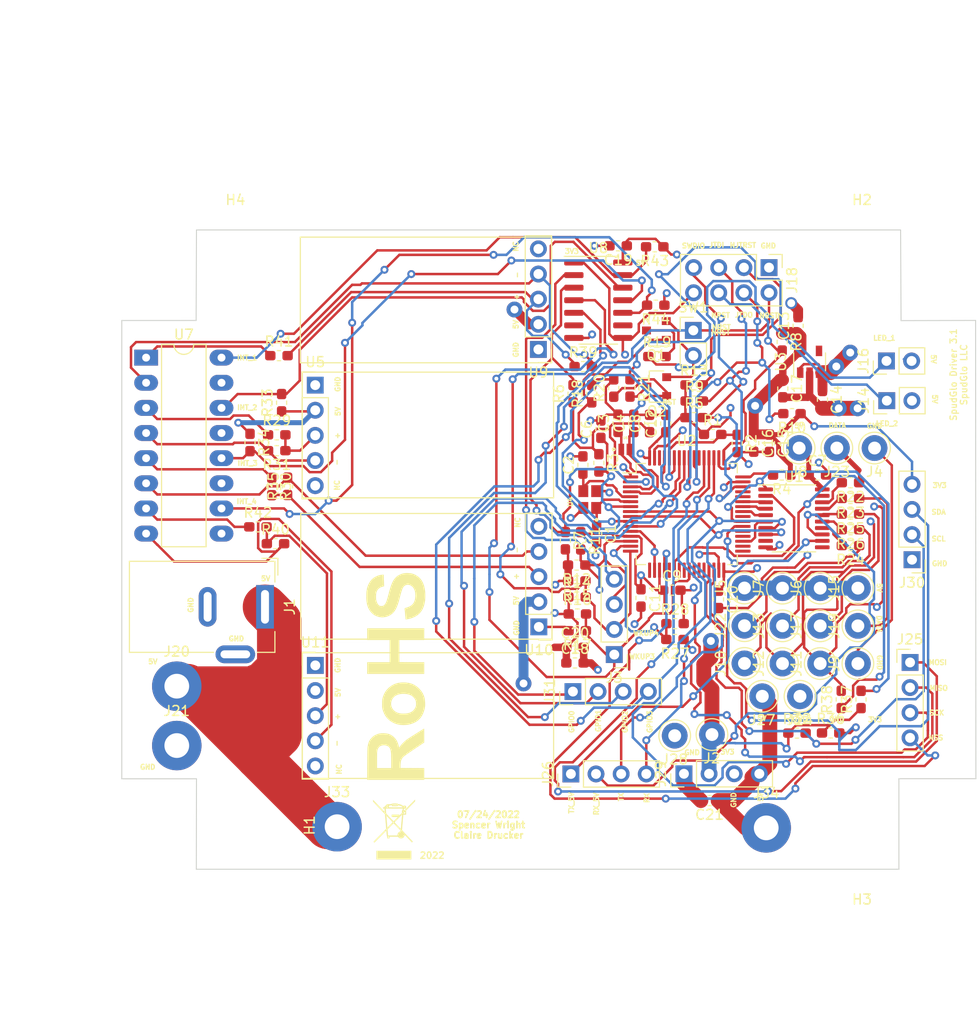
<source format=kicad_pcb>
(kicad_pcb (version 20171130) (host pcbnew "(5.1.6-0-10_14)")
  (layers (0 F.Cu signal) (1 GND.Cu power hide) (2 PWR.Cu power hide) (31 B.Cu signal hide) (34 B.Paste user) (35 F.Paste user) (36 B.SilkS user) (37 F.SilkS user) (38 B.Mask user) (39 F.Mask user) (44 Edge.Cuts user))
  (net 0 "")
  (net 1 GND1)
  (net 2 "Net-(C3-Pad1)")
  (net 3 "Net-(C4-Pad1)")
  (net 4 +3V3)
  (net 5 +5V)
  (net 6 "Net-(Q1-Pad3)")
  (net 7 "Net-(Q2-Pad3)")
  (net 8 "Net-(R4-Pad2)")
  (net 9 "Net-(J14-Pad1)")
  (net 10 "Net-(J16-Pad1)")
  (net 11 "Net-(R22-Pad2)")
  (net 12 "Net-(R23-Pad2)")
  (net 13 "Net-(R24-Pad2)")
  (net 14 "Net-(R25-Pad2)")
  (net 15 "Net-(R26-Pad2)")
  (net 16 /Sheet62D1858B/OSC48_LO)
  (net 17 /Sheet62D1858B/OSC48_HI)
  (net 18 /Sheet62D1858B/NRST)
  (net 19 /Sheet62D1858B/TIM1_CH1_SHIFT)
  (net 20 /Sheet62D1858B/TIM1_CH2_SHIFT)
  (net 21 /Sheet62D1858B/NJTRST)
  (net 22 /Sheet62D1858B/JTDO)
  (net 23 /Sheet62D1858B/JTDI)
  (net 24 /Sheet62D1858B/SWCLK)
  (net 25 /Sheet62D1858B/SWDIO)
  (net 26 /Sheet62D1858B/TIM1_CH3_SHIFT)
  (net 27 /Sheet62D1858B/TIM15_CH1_SHIFT)
  (net 28 /Sheet62D1858B/TIM16_CH1_SHIFT)
  (net 29 /Sheet62D1858B/LED_OUT_1)
  (net 30 /Sheet62D1858B/LED_OUT_2)
  (net 31 /Sheet62D1858B/BOOT0)
  (net 32 /OUT_2_P)
  (net 33 "Net-(R29-Pad1)")
  (net 34 "Net-(R30-Pad1)")
  (net 35 /OUT_3_P)
  (net 36 /OUT_2_N)
  (net 37 /INT_1)
  (net 38 /INT_2)
  (net 39 /OUT_3_N)
  (net 40 /Sheet62D1858B/TIM16_CH1)
  (net 41 /Sheet62D1858B/TIM15_CH1)
  (net 42 /Sheet62D1858B/TIM1_CH1)
  (net 43 /Sheet62D1858B/TIM1_CH2)
  (net 44 /Sheet62D1858B/TIM1_CH3)
  (net 45 /Sheet62D1858B/LVL_EN)
  (net 46 /Sheet62D1858B/SPI3_NSS)
  (net 47 /Sheet62D1858B/SPI3_SCK)
  (net 48 /Sheet62D1858B/SPI3_MISO)
  (net 49 /Sheet62D1858B/SPI3_MOSI)
  (net 50 /Sheet62D1858B/LPUART1_RX)
  (net 51 /Sheet62D1858B/LPUART1_TX)
  (net 52 /Sheet62D1858B/LPUART1_RX_SHIFTED)
  (net 53 /Sheet62D1858B/LPUART1_TX_SHIFTED)
  (net 54 /Sheet62D1858B/I2C2_SCL)
  (net 55 /Sheet62D1858B/I2C2_SDA)
  (net 56 "Net-(R27-Pad2)")
  (net 57 /Sheet62D1858B/GPIO0)
  (net 58 /Sheet62D1858B/GPIO1)
  (net 59 /Sheet62D1858B/GPIO2)
  (net 60 /Sheet62D1858B/GPIO3)
  (net 61 /Sheet62D1858B/LVL_DIR)
  (net 62 /INT_3)
  (net 63 /OUT_1_P)
  (net 64 /OUT_1_N)
  (net 65 /OUT_4_N)
  (net 66 /OUT_4_P)
  (net 67 "Net-(R41-Pad1)")
  (net 68 "Net-(R42-Pad1)")
  (net 69 /INT_4)
  (net 70 "Net-(J1-Pad1)")
  (net 71 WKUP3)
  (net 72 WKUP4)
  (net 73 WKUP1)
  (net 74 WKUP2)
  (module Symbol:RoHS-Logo_6mm_SilkScreen (layer F.Cu) (at 149.531 116.047 90)
    (fp_text reference REF** hide)
    (fp_text value RoHS-Logo_6mm_SilkScreen hide)
  )
  (module Symbol:WEEE-Logo_4.2x6mm_SilkScreen (layer F.Cu) (at 149.362 131.528)
    (fp_text reference REF** hide)
    (fp_text value WEEE-Logo_4.2x6mm_SilkScreen hide)
  )
  (module MountingHole:MountingHole_2.5mm_Pad (layer F.Cu) (at 143.61 131.24)
    (fp_text reference J33 (at 0 -3.5) (layer F.SilkS))
    (fp_text value Conn_01x01_Male)
    (pad 1 thru_hole circle (at 0 0) (size 5 5) (drill 2.5) (layers *.Cu *.Mask) (net 70 "Net-(J1-Pad1)"))
  )
  (module MountingHole:MountingHole_2.5mm_Pad (layer F.Cu) (at 186.974 131.358)
    (fp_text reference J34 (at 0 -3.5) (layer F.SilkS))
    (fp_text value Conn_01x01_Male)
    (pad 1 thru_hole circle (at 0 0) (size 5 5) (drill 2.5) (layers *.Cu *.Mask) (net 5 +5V))
  )
  (module Connector_PinHeader_2.54mm:PinHeader_1x05_P2.54mm_Vertical (layer F.Cu) (at 163.999718 111.051 180)
    (fp_text reference U10 (at 0 -2.33) (layer F.SilkS))
    (fp_text value receiver_433MHz)
    (pad 1 thru_hole rect (at 0 0 180) (size 1.7 1.7) (drill 1) (layers *.Cu *.Mask) (net 1 GND1))
    (pad 2 thru_hole oval (at 0 2.54 180) (size 1.7 1.7) (drill 1) (layers *.Cu *.Mask) (net 5 +5V))
    (pad 3 thru_hole oval (at 0 5.08 180) (size 1.7 1.7) (drill 1) (layers *.Cu *.Mask) (net 35 /OUT_3_P))
    (pad 4 thru_hole oval (at 0 7.62 180) (size 1.7 1.7) (drill 1) (layers *.Cu *.Mask) (net 39 /OUT_3_N))
    (pad 5 thru_hole oval (at 0 10.16 180) (size 1.7 1.7) (drill 1) (layers *.Cu *.Mask))
  )
  (module Connector_PinHeader_2.54mm:PinHeader_1x05_P2.54mm_Vertical (layer F.Cu) (at 141.401412 86.616537)
    (fp_text reference U5 (at 0 -2.33) (layer F.SilkS))
    (fp_text value receiver_433MHz)
    (pad 5 thru_hole oval (at 0 10.16) (size 1.7 1.7) (drill 1) (layers *.Cu *.Mask))
    (pad 4 thru_hole oval (at 0 7.62) (size 1.7 1.7) (drill 1) (layers *.Cu *.Mask) (net 36 /OUT_2_N))
    (pad 3 thru_hole oval (at 0 5.08) (size 1.7 1.7) (drill 1) (layers *.Cu *.Mask) (net 32 /OUT_2_P))
    (pad 2 thru_hole oval (at 0 2.54) (size 1.7 1.7) (drill 1) (layers *.Cu *.Mask) (net 5 +5V))
    (pad 1 thru_hole rect (at 0 0) (size 1.7 1.7) (drill 1) (layers *.Cu *.Mask) (net 1 GND1))
  )
  (module MountingHole:MountingHole_6.5mm (layer F.Cu) (at 133.33414 131.09944 270)
    (fp_text reference H1 (at 0 -7.5 90) (layer F.SilkS))
    (fp_text value MountingHole)
    (pad "" np_thru_hole circle (at 0 0 270) (size 7 7) (drill 7) (layers *.Cu *.Mask))
  )
  (module Connector_PinHeader_2.54mm:PinHeader_1x05_P2.54mm_Vertical (layer F.Cu) (at 163.953092 83.010883 180)
    (fp_text reference U9 (at 0 -2.33) (layer F.SilkS))
    (fp_text value receiver_433MHz)
    (pad 1 thru_hole rect (at 0 0 180) (size 1.7 1.7) (drill 1) (layers *.Cu *.Mask) (net 1 GND1))
    (pad 2 thru_hole oval (at 0 2.54 180) (size 1.7 1.7) (drill 1) (layers *.Cu *.Mask) (net 5 +5V))
    (pad 3 thru_hole oval (at 0 5.08 180) (size 1.7 1.7) (drill 1) (layers *.Cu *.Mask) (net 63 /OUT_1_P))
    (pad 4 thru_hole oval (at 0 7.62 180) (size 1.7 1.7) (drill 1) (layers *.Cu *.Mask) (net 64 /OUT_1_N))
    (pad 5 thru_hole oval (at 0 10.16 180) (size 1.7 1.7) (drill 1) (layers *.Cu *.Mask))
  )
  (module Connector_PinHeader_2.54mm:PinHeader_1x04_P2.54mm_Vertical (layer F.Cu) (at 167.441 117.584 90)
    (fp_text reference J31 (at 0 -2.33 90) (layer F.SilkS))
    (fp_text value Conn_01x04_Male)
    (pad 4 thru_hole oval (at 0 7.62 90) (size 1.7 1.7) (drill 1) (layers *.Cu *.Mask) (net 60 /Sheet62D1858B/GPIO3))
    (pad 3 thru_hole oval (at 0 5.08 90) (size 1.7 1.7) (drill 1) (layers *.Cu *.Mask) (net 59 /Sheet62D1858B/GPIO2))
    (pad 2 thru_hole oval (at 0 2.54 90) (size 1.7 1.7) (drill 1) (layers *.Cu *.Mask) (net 58 /Sheet62D1858B/GPIO1))
    (pad 1 thru_hole rect (at 0 0 90) (size 1.7 1.7) (drill 1) (layers *.Cu *.Mask) (net 57 /Sheet62D1858B/GPIO0))
  )
  (module Resistor_SMD:R_0603_1608Metric_Pad1.05x0.95mm_HandSolder (layer F.Cu) (at 193.4868 121.7678)
    (fp_text reference R36 (at 0 -1.43) (layer F.SilkS))
    (fp_text value 10k)
    (pad 1 smd roundrect (at -0.875 0) (size 1.05 0.95) (layers F.Cu F.Paste F.Mask) (net 4 +3V3))
    (pad 2 smd roundrect (at 0.875 0) (size 1.05 0.95) (layers F.Cu F.Paste F.Mask) (net 55 /Sheet62D1858B/I2C2_SDA))
  )
  (module Resistor_SMD:R_0603_1608Metric_Pad1.05x0.95mm_HandSolder (layer F.Cu) (at 190.0832 121.7805)
    (fp_text reference R32 (at 0 -1.43) (layer F.SilkS))
    (fp_text value 10k)
    (pad 2 smd roundrect (at 0.875 0) (size 1.05 0.95) (layers F.Cu F.Paste F.Mask) (net 54 /Sheet62D1858B/I2C2_SCL))
    (pad 1 smd roundrect (at -0.875 0) (size 1.05 0.95) (layers F.Cu F.Paste F.Mask) (net 4 +3V3))
  )
  (module Resistor_SMD:R_0603_1608Metric_Pad1.05x0.95mm_HandSolder (layer F.Cu) (at 177.7629 110.7188)
    (fp_text reference R28 (at 0 -1.43) (layer F.SilkS))
    (fp_text value 100k)
    (pad 2 smd roundrect (at 0.875 0) (size 1.05 0.95) (layers F.Cu F.Paste F.Mask) (net 1 GND1))
    (pad 1 smd roundrect (at -0.875 0) (size 1.05 0.95) (layers F.Cu F.Paste F.Mask) (net 56 "Net-(R27-Pad2)"))
  )
  (module Resistor_SMD:R_0603_1608Metric_Pad1.05x0.95mm_HandSolder (layer F.Cu) (at 177.7515 112.319 180)
    (fp_text reference R27 (at 0 -1.43) (layer F.SilkS))
    (fp_text value 100k)
    (pad 1 smd roundrect (at -0.875 0 180) (size 1.05 0.95) (layers F.Cu F.Paste F.Mask) (net 4 +3V3))
    (pad 2 smd roundrect (at 0.875 0 180) (size 1.05 0.95) (layers F.Cu F.Paste F.Mask) (net 56 "Net-(R27-Pad2)"))
  )
  (module Connector_PinHeader_2.54mm:PinHeader_1x04_P2.54mm_Vertical (layer F.Cu) (at 201.71 104.26 180)
    (fp_text reference J30 (at 0 -2.33) (layer F.SilkS))
    (fp_text value Conn_01x04_Male)
    (pad 4 thru_hole oval (at 0 7.62 180) (size 1.7 1.7) (drill 1) (layers *.Cu *.Mask) (net 4 +3V3))
    (pad 3 thru_hole oval (at 0 5.08 180) (size 1.7 1.7) (drill 1) (layers *.Cu *.Mask) (net 55 /Sheet62D1858B/I2C2_SDA))
    (pad 2 thru_hole oval (at 0 2.54 180) (size 1.7 1.7) (drill 1) (layers *.Cu *.Mask) (net 54 /Sheet62D1858B/I2C2_SCL))
    (pad 1 thru_hole rect (at 0 0 180) (size 1.7 1.7) (drill 1) (layers *.Cu *.Mask) (net 1 GND1))
  )
  (module Connector_PinHeader_2.54mm:PinHeader_1x04_P2.54mm_Vertical (layer F.Cu) (at 178.66 125.891 90)
    (fp_text reference J29 (at 0 -2.33 90) (layer F.SilkS))
    (fp_text value Conn_01x04_Male)
    (pad 4 thru_hole oval (at 0 7.62 90) (size 1.7 1.7) (drill 1) (layers *.Cu *.Mask) (net 5 +5V))
    (pad 3 thru_hole oval (at 0 5.08 90) (size 1.7 1.7) (drill 1) (layers *.Cu *.Mask) (net 1 GND1))
    (pad 2 thru_hole oval (at 0 2.54 90) (size 1.7 1.7) (drill 1) (layers *.Cu *.Mask) (net 4 +3V3))
    (pad 1 thru_hole rect (at 0 0 90) (size 1.7 1.7) (drill 1) (layers *.Cu *.Mask) (net 1 GND1))
  )
  (module Connector_Pin:Pin_D1.3mm_L11.0mm (layer F.Cu) (at 177.728 122.04)
    (fp_text reference J28 (at 0 2.4) (layer F.SilkS))
    (fp_text value Conn_01x01_Male)
    (pad 1 thru_hole circle (at 0 0) (size 2.6 2.6) (drill 1.3) (layers *.Cu *.Mask) (net 1 GND1))
  )
  (module Connector_Pin:Pin_D1.3mm_L11.0mm (layer F.Cu) (at 186.577999 118.0594)
    (fp_text reference J27 (at 0 2.4) (layer F.SilkS))
    (fp_text value Conn_01x01_Male)
    (pad 1 thru_hole circle (at 0 0) (size 2.6 2.6) (drill 1.3) (layers *.Cu *.Mask) (net 5 +5V))
  )
  (module Connector_PinHeader_2.54mm:PinHeader_1x04_P2.54mm_Vertical (layer F.Cu) (at 167.236 125.909 90)
    (fp_text reference J26 (at 0 -2.33 90) (layer F.SilkS))
    (fp_text value Conn_01x04_Male)
    (pad 1 thru_hole rect (at 0 0 90) (size 1.7 1.7) (drill 1) (layers *.Cu *.Mask) (net 53 /Sheet62D1858B/LPUART1_TX_SHIFTED))
    (pad 2 thru_hole oval (at 0 2.54 90) (size 1.7 1.7) (drill 1) (layers *.Cu *.Mask) (net 52 /Sheet62D1858B/LPUART1_RX_SHIFTED))
    (pad 3 thru_hole oval (at 0 5.08 90) (size 1.7 1.7) (drill 1) (layers *.Cu *.Mask) (net 51 /Sheet62D1858B/LPUART1_TX))
    (pad 4 thru_hole oval (at 0 7.62 90) (size 1.7 1.7) (drill 1) (layers *.Cu *.Mask) (net 50 /Sheet62D1858B/LPUART1_RX))
  )
  (module Connector_PinHeader_2.54mm:PinHeader_1x04_P2.54mm_Vertical (layer F.Cu) (at 201.51 114.64)
    (fp_text reference J25 (at 0 -2.33) (layer F.SilkS))
    (fp_text value Conn_01x04_Male)
    (pad 1 thru_hole rect (at 0 0) (size 1.7 1.7) (drill 1) (layers *.Cu *.Mask) (net 49 /Sheet62D1858B/SPI3_MOSI))
    (pad 2 thru_hole oval (at 0 2.54) (size 1.7 1.7) (drill 1) (layers *.Cu *.Mask) (net 48 /Sheet62D1858B/SPI3_MISO))
    (pad 3 thru_hole oval (at 0 5.08) (size 1.7 1.7) (drill 1) (layers *.Cu *.Mask) (net 47 /Sheet62D1858B/SPI3_SCK))
    (pad 4 thru_hole oval (at 0 7.62) (size 1.7 1.7) (drill 1) (layers *.Cu *.Mask) (net 46 /Sheet62D1858B/SPI3_NSS))
  )
  (module Connector_Pin:Pin_D1.3mm_L11.0mm (layer F.Cu) (at 190.388 118.0594)
    (fp_text reference J24 (at 0 2.4) (layer F.SilkS))
    (fp_text value Conn_01x01_Male)
    (pad 1 thru_hole circle (at 0 0) (size 2.6 2.6) (drill 1.3) (layers *.Cu *.Mask) (net 1 GND1))
  )
  (module Connector_Pin:Pin_D1.3mm_L11.0mm (layer F.Cu) (at 181.491 121.927)
    (fp_text reference J2 (at 0 2.4) (layer F.SilkS))
    (fp_text value Conn_01x01_Male)
    (pad 1 thru_hole circle (at 0 0) (size 2.6 2.6) (drill 1.3) (layers *.Cu *.Mask) (net 4 +3V3))
  )
  (module Connector_BarrelJack:BarrelJack_Wuerth_6941xx301002 (layer F.Cu) (at 136.325 109.02 270)
    (fp_text reference J1 (at 0 -2.5 90) (layer F.SilkS))
    (fp_text value Barrel_Jack_Switch)
    (pad 1 thru_hole rect (at 0 0 270) (size 4.4 1.8) (drill oval 3.4 0.8) (layers *.Cu *.Mask) (net 70 "Net-(J1-Pad1)"))
    (pad 2 thru_hole oval (at 0 5.8 270) (size 4 1.8) (drill oval 3 0.8) (layers *.Cu *.Mask) (net 1 GND1))
    (pad 3 thru_hole oval (at 4.8 3) (size 4 1.8) (drill oval 3 0.8) (layers *.Cu *.Mask) (net 1 GND1))
  )
  (module Capacitor_SMD:C_0603_1608Metric_Pad1.05x0.95mm_HandSolder (layer F.Cu) (at 181.246 128.598 180)
    (fp_text reference C21 (at 0 -1.43) (layer F.SilkS))
    (fp_text value 10u)
    (pad 2 smd roundrect (at 0.875 0 180) (size 1.05 0.95) (layers F.Cu F.Paste F.Mask) (net 1 GND1))
    (pad 1 smd roundrect (at -0.875 0 180) (size 1.05 0.95) (layers F.Cu F.Paste F.Mask) (net 5 +5V))
  )
  (module Package_TO_SOT_SMD:SOT-23 (layer F.Cu) (at 175.87374 81.09566 180)
    (fp_text reference Q1 (at 0 -2.5) (layer F.SilkS))
    (fp_text value BSS138)
    (pad 1 smd rect (at -1 -0.95 180) (size 0.9 0.8) (layers F.Cu F.Paste F.Mask) (net 29 /Sheet62D1858B/LED_OUT_1))
    (pad 2 smd rect (at -1 0.95 180) (size 0.9 0.8) (layers F.Cu F.Paste F.Mask) (net 1 GND1))
    (pad 3 smd rect (at 1 0 180) (size 0.9 0.8) (layers F.Cu F.Paste F.Mask) (net 6 "Net-(Q1-Pad3)"))
  )
  (module Capacitor_SMD:C_0603_1608Metric_Pad1.05x0.95mm_HandSolder (layer F.Cu) (at 187.303 92.489 270)
    (fp_text reference C15 (at 0 -1.43 90) (layer F.SilkS))
    (fp_text value 0.01u)
    (pad 2 smd roundrect (at 0.875 0 270) (size 1.05 0.95) (layers F.Cu F.Paste F.Mask) (net 1 GND1))
    (pad 1 smd roundrect (at -0.875 0 270) (size 1.05 0.95) (layers F.Cu F.Paste F.Mask) (net 4 +3V3))
  )
  (module Capacitor_SMD:C_0603_1608Metric_Pad1.05x0.95mm_HandSolder (layer F.Cu) (at 190.2 80.625 90)
    (fp_text reference C13 (at 0 -1.43 90) (layer F.SilkS))
    (fp_text value 4.7u)
    (pad 1 smd roundrect (at -0.875 0 90) (size 1.05 0.95) (layers F.Cu F.Paste F.Mask) (net 4 +3V3))
    (pad 2 smd roundrect (at 0.875 0 90) (size 1.05 0.95) (layers F.Cu F.Paste F.Mask) (net 1 GND1))
  )
  (module Capacitor_SMD:C_0603_1608Metric_Pad1.05x0.95mm_HandSolder (layer F.Cu) (at 176.82 90.5 90)
    (fp_text reference C12 (at 0 -1.43 90) (layer F.SilkS))
    (fp_text value 0.1u)
    (pad 2 smd roundrect (at 0.875 0 90) (size 1.05 0.95) (layers F.Cu F.Paste F.Mask) (net 1 GND1))
    (pad 1 smd roundrect (at -0.875 0 90) (size 1.05 0.95) (layers F.Cu F.Paste F.Mask) (net 4 +3V3))
  )
  (module Capacitor_SMD:C_0603_1608Metric_Pad1.05x0.95mm_HandSolder (layer F.Cu) (at 174.32 108.125 270)
    (fp_text reference C11 (at 0 -1.43 90) (layer F.SilkS))
    (fp_text value 0.1u)
    (pad 1 smd roundrect (at -0.875 0 270) (size 1.05 0.95) (layers F.Cu F.Paste F.Mask) (net 4 +3V3))
    (pad 2 smd roundrect (at 0.875 0 270) (size 1.05 0.95) (layers F.Cu F.Paste F.Mask) (net 1 GND1))
  )
  (module Capacitor_SMD:C_0603_1608Metric_Pad1.05x0.95mm_HandSolder (layer F.Cu) (at 192.66 88.085 270)
    (fp_text reference C14 (at 0 -1.43 90) (layer F.SilkS))
    (fp_text value 1u)
    (pad 1 smd roundrect (at -0.875 0 270) (size 1.05 0.95) (layers F.Cu F.Paste F.Mask) (net 5 +5V))
    (pad 2 smd roundrect (at 0.875 0 270) (size 1.05 0.95) (layers F.Cu F.Paste F.Mask) (net 1 GND1))
  )
  (module MountingHole:MountingHole_2.5mm_Pad (layer F.Cu) (at 127.41 117.04)
    (fp_text reference J20 (at 0 -3.5) (layer F.SilkS))
    (fp_text value Conn_01x01_Male)
    (pad 1 thru_hole circle (at 0 0) (size 5 5) (drill 2.5) (layers *.Cu *.Mask) (net 70 "Net-(J1-Pad1)"))
  )
  (module Connector_Pin:Pin_D1.3mm_L11.0mm (layer F.Cu) (at 188.619004 110.942478 270)
    (fp_text reference J13 (at 0 2.4 90) (layer F.SilkS))
    (fp_text value Conn_01x01_Male)
    (pad 1 thru_hole circle (at 0 0 270) (size 2.6 2.6) (drill 1.3) (layers *.Cu *.Mask) (net 19 /Sheet62D1858B/TIM1_CH1_SHIFT))
  )
  (module Capacitor_SMD:C_0603_1608Metric_Pad1.05x0.95mm_HandSolder (layer F.Cu) (at 182.153 108.268 270)
    (fp_text reference C10 (at 0 -1.43 90) (layer F.SilkS))
    (fp_text value 0.1u)
    (pad 2 smd roundrect (at 0.875 0 270) (size 1.05 0.95) (layers F.Cu F.Paste F.Mask) (net 1 GND1))
    (pad 1 smd roundrect (at -0.875 0 270) (size 1.05 0.95) (layers F.Cu F.Paste F.Mask) (net 4 +3V3))
  )
  (module Capacitor_SMD:C_0603_1608Metric_Pad1.05x0.95mm_HandSolder (layer F.Cu) (at 188.65 86.97 270)
    (fp_text reference C17 (at 0 -1.43 90) (layer F.SilkS))
    (fp_text value 1u)
    (pad 2 smd roundrect (at 0.875 0 270) (size 1.05 0.95) (layers F.Cu F.Paste F.Mask) (net 1 GND1))
    (pad 1 smd roundrect (at -0.875 0 270) (size 1.05 0.95) (layers F.Cu F.Paste F.Mask) (net 4 +3V3))
  )
  (module Capacitor_SMD:C_0603_1608Metric_Pad1.05x0.95mm_HandSolder (layer F.Cu) (at 172 90.475 90)
    (fp_text reference C3 (at 0 -1.43 90) (layer F.SilkS))
    (fp_text value 8p)
    (pad 2 smd roundrect (at 0.875 0 90) (size 1.05 0.95) (layers F.Cu F.Paste F.Mask) (net 1 GND1))
    (pad 1 smd roundrect (at -0.875 0 90) (size 1.05 0.95) (layers F.Cu F.Paste F.Mask) (net 2 "Net-(C3-Pad1)"))
  )
  (module Connector_PinHeader_2.54mm:PinHeader_1x04_P2.54mm_Vertical (layer F.Cu) (at 171.61928 113.847704 180)
    (fp_text reference J3 (at 0 -2.33) (layer F.SilkS))
    (fp_text value Conn_01x04_Male)
    (pad 1 thru_hole rect (at 0 0 180) (size 1.7 1.7) (drill 1) (layers *.Cu *.Mask) (net 71 WKUP3))
    (pad 2 thru_hole oval (at 0 2.54 180) (size 1.7 1.7) (drill 1) (layers *.Cu *.Mask) (net 72 WKUP4))
    (pad 3 thru_hole oval (at 0 5.08 180) (size 1.7 1.7) (drill 1) (layers *.Cu *.Mask) (net 73 WKUP1))
    (pad 4 thru_hole oval (at 0 7.62 180) (size 1.7 1.7) (drill 1) (layers *.Cu *.Mask) (net 74 WKUP2))
  )
  (module Capacitor_SMD:C_0603_1608Metric_Pad1.05x0.95mm_HandSolder (layer F.Cu) (at 173.59 90.485001 90)
    (fp_text reference C4 (at 0 -1.43 90) (layer F.SilkS))
    (fp_text value 8p)
    (pad 1 smd roundrect (at -0.875 0 90) (size 1.05 0.95) (layers F.Cu F.Paste F.Mask) (net 3 "Net-(C4-Pad1)"))
    (pad 2 smd roundrect (at 0.875 0 90) (size 1.05 0.95) (layers F.Cu F.Paste F.Mask) (net 1 GND1))
  )
  (module Connector_Pin:Pin_D1.3mm_L11.0mm (layer F.Cu) (at 184.776004 110.928478 270)
    (fp_text reference J22 (at 0 2.4 90) (layer F.SilkS))
    (fp_text value Conn_01x01_Male)
    (pad 1 thru_hole circle (at 0 0 270) (size 2.6 2.6) (drill 1.3) (layers *.Cu *.Mask) (net 27 /Sheet62D1858B/TIM15_CH1_SHIFT))
  )
  (module Capacitor_SMD:C_0603_1608Metric_Pad1.05x0.95mm_HandSolder (layer F.Cu) (at 192.147 95.699)
    (fp_text reference C7 (at 0 -1.43) (layer F.SilkS))
    (fp_text value 0.1u)
    (pad 1 smd roundrect (at -0.875 0) (size 1.05 0.95) (layers F.Cu F.Paste F.Mask) (net 5 +5V))
    (pad 2 smd roundrect (at 0.875 0) (size 1.05 0.95) (layers F.Cu F.Paste F.Mask) (net 1 GND1))
  )
  (module Capacitor_SMD:C_0603_1608Metric_Pad1.05x0.95mm_HandSolder (layer F.Cu) (at 170.26612 91.06936 90)
    (fp_text reference C6 (at 0 -1.43 90) (layer F.SilkS))
    (fp_text value 0.1u)
    (pad 2 smd roundrect (at 0.875 0 90) (size 1.05 0.95) (layers F.Cu F.Paste F.Mask) (net 1 GND1))
    (pad 1 smd roundrect (at -0.875 0 90) (size 1.05 0.95) (layers F.Cu F.Paste F.Mask) (net 18 /Sheet62D1858B/NRST))
  )
  (module Connector_Pin:Pin_D1.3mm_L11.0mm (layer F.Cu) (at 196.239003 110.942478 270)
    (fp_text reference J19 (at 0 2.4 90) (layer F.SilkS))
    (fp_text value Conn_01x01_Male)
    (pad 1 thru_hole circle (at 0 0 270) (size 2.6 2.6) (drill 1.3) (layers *.Cu *.Mask) (net 26 /Sheet62D1858B/TIM1_CH3_SHIFT))
  )
  (module Connector_Pin:Pin_D1.3mm_L11.0mm (layer F.Cu) (at 192.429003 110.942479 270)
    (fp_text reference J17 (at 0 2.4 90) (layer F.SilkS))
    (fp_text value Conn_01x01_Male)
    (pad 1 thru_hole circle (at 0 0 270) (size 2.6 2.6) (drill 1.3) (layers *.Cu *.Mask) (net 20 /Sheet62D1858B/TIM1_CH2_SHIFT))
  )
  (module Capacitor_SMD:C_0603_1608Metric_Pad1.05x0.95mm_HandSolder (layer F.Cu) (at 175.19 90.495 90)
    (fp_text reference C8 (at 0 -1.43 90) (layer F.SilkS))
    (fp_text value 0.1u)
    (pad 2 smd roundrect (at 0.875 0 90) (size 1.05 0.95) (layers F.Cu F.Paste F.Mask) (net 1 GND1))
    (pad 1 smd roundrect (at -0.875 0 90) (size 1.05 0.95) (layers F.Cu F.Paste F.Mask) (net 4 +3V3))
  )
  (module Resistor_SMD:R_0603_1608Metric_Pad1.05x0.95mm_HandSolder (layer F.Cu) (at 171.56834 86.914161 90)
    (fp_text reference R20 (at 0 -1.43 90) (layer F.SilkS))
    (fp_text value 100k)
    (pad 1 smd roundrect (at -0.875 0 90) (size 1.05 0.95) (layers F.Cu F.Paste F.Mask) (net 30 /Sheet62D1858B/LED_OUT_2))
    (pad 2 smd roundrect (at 0.875 0 90) (size 1.05 0.95) (layers F.Cu F.Paste F.Mask) (net 1 GND1))
  )
  (module Resistor_SMD:R_0603_1608Metric_Pad1.05x0.95mm_HandSolder (layer F.Cu) (at 137.51 91.64)
    (fp_text reference R29 (at 0 -1.43) (layer F.SilkS))
    (fp_text value 1k)
    (pad 1 smd roundrect (at -0.875 0) (size 1.05 0.95) (layers F.Cu F.Paste F.Mask) (net 33 "Net-(R29-Pad1)"))
    (pad 2 smd roundrect (at 0.875 0) (size 1.05 0.95) (layers F.Cu F.Paste F.Mask) (net 32 /OUT_2_P))
  )
  (module Resistor_SMD:R_0603_1608Metric_Pad1.05x0.95mm_HandSolder (layer F.Cu) (at 195.493 102.833 180)
    (fp_text reference R24 (at 0 -1.43) (layer F.SilkS))
    (fp_text value 0)
    (pad 2 smd roundrect (at 0.875 0 180) (size 1.05 0.95) (layers F.Cu F.Paste F.Mask) (net 13 "Net-(R24-Pad2)"))
    (pad 1 smd roundrect (at -0.875 0 180) (size 1.05 0.95) (layers F.Cu F.Paste F.Mask) (net 27 /Sheet62D1858B/TIM15_CH1_SHIFT))
  )
  (module Resistor_SMD:R_0603_1608Metric_Pad1.05x0.95mm_HandSolder (layer F.Cu) (at 188.59 82.250001 270)
    (fp_text reference R8 (at 0 -1.43 90) (layer F.SilkS))
    (fp_text value 10k)
    (pad 1 smd roundrect (at -0.875 0 270) (size 1.05 0.95) (layers F.Cu F.Paste F.Mask) (net 4 +3V3))
    (pad 2 smd roundrect (at 0.875 0 270) (size 1.05 0.95) (layers F.Cu F.Paste F.Mask) (net 24 /Sheet62D1858B/SWCLK))
  )
  (module Capacitor_SMD:C_0603_1608Metric_Pad1.05x0.95mm_HandSolder (layer F.Cu) (at 177.435 107.34)
    (fp_text reference C9 (at 0 -1.43) (layer F.SilkS))
    (fp_text value 0.1u)
    (pad 1 smd roundrect (at -0.875 0) (size 1.05 0.95) (layers F.Cu F.Paste F.Mask) (net 4 +3V3))
    (pad 2 smd roundrect (at 0.875 0) (size 1.05 0.95) (layers F.Cu F.Paste F.Mask) (net 1 GND1))
  )
  (module Resistor_SMD:R_0603_1608Metric_Pad1.05x0.95mm_HandSolder (layer F.Cu) (at 179.7079 88.222639)
    (fp_text reference R9 (at 0 -1.43) (layer F.SilkS))
    (fp_text value 10k)
    (pad 2 smd roundrect (at 0.875 0) (size 1.05 0.95) (layers F.Cu F.Paste F.Mask) (net 23 /Sheet62D1858B/JTDI))
    (pad 1 smd roundrect (at -0.875 0) (size 1.05 0.95) (layers F.Cu F.Paste F.Mask) (net 4 +3V3))
  )
  (module Resistor_SMD:R_0603_1608Metric_Pad1.05x0.95mm_HandSolder (layer F.Cu) (at 167.8341 106.4008 180)
    (fp_text reference R15 (at 0 -1.43) (layer F.SilkS))
    (fp_text value DNI)
    (pad 1 smd roundrect (at -0.875 0 180) (size 1.05 0.95) (layers F.Cu F.Paste F.Mask) (net 72 WKUP4))
    (pad 2 smd roundrect (at 0.875 0 180) (size 1.05 0.95) (layers F.Cu F.Paste F.Mask) (net 1 GND1))
  )
  (module Package_TO_SOT_SMD:SOT-23-5 (layer F.Cu) (at 191.36 84.26 90)
    (fp_text reference U3 (at 0 -2.9 90) (layer F.SilkS))
    (fp_text value LP5907MFX-3.3)
    (pad 5 smd rect (at 1.1 -0.95 90) (size 1.06 0.65) (layers F.Cu F.Paste F.Mask) (net 4 +3V3))
    (pad 4 smd rect (at 1.1 0.95 90) (size 1.06 0.65) (layers F.Cu F.Paste F.Mask))
    (pad 3 smd rect (at -1.1 0.95 90) (size 1.06 0.65) (layers F.Cu F.Paste F.Mask) (net 5 +5V))
    (pad 2 smd rect (at -1.1 0 90) (size 1.06 0.65) (layers F.Cu F.Paste F.Mask) (net 1 GND1))
    (pad 1 smd rect (at -1.1 -0.95 90) (size 1.06 0.65) (layers F.Cu F.Paste F.Mask) (net 5 +5V))
  )
  (module Resistor_SMD:R_0603_1608Metric_Pad1.05x0.95mm_HandSolder (layer F.Cu) (at 195.495 101.228 180)
    (fp_text reference R26 (at 0 -1.43) (layer F.SilkS))
    (fp_text value 0)
    (pad 1 smd roundrect (at -0.875 0 180) (size 1.05 0.95) (layers F.Cu F.Paste F.Mask) (net 19 /Sheet62D1858B/TIM1_CH1_SHIFT))
    (pad 2 smd roundrect (at 0.875 0 180) (size 1.05 0.95) (layers F.Cu F.Paste F.Mask) (net 15 "Net-(R26-Pad2)"))
  )
  (module Resistor_SMD:R_0603_1608Metric_Pad1.05x0.95mm_HandSolder (layer F.Cu) (at 195.491 99.651 180)
    (fp_text reference R25 (at 0 -1.43) (layer F.SilkS))
    (fp_text value 0)
    (pad 2 smd roundrect (at 0.875 0 180) (size 1.05 0.95) (layers F.Cu F.Paste F.Mask) (net 14 "Net-(R25-Pad2)"))
    (pad 1 smd roundrect (at -0.875 0 180) (size 1.05 0.95) (layers F.Cu F.Paste F.Mask) (net 20 /Sheet62D1858B/TIM1_CH2_SHIFT))
  )
  (module Resistor_SMD:R_0603_1608Metric_Pad1.05x0.95mm_HandSolder (layer F.Cu) (at 175.9354 83.7313)
    (fp_text reference R19 (at 0 -1.43) (layer F.SilkS))
    (fp_text value 1k)
    (pad 2 smd roundrect (at 0.875 0) (size 1.05 0.95) (layers F.Cu F.Paste F.Mask) (net 6 "Net-(Q1-Pad3)"))
    (pad 1 smd roundrect (at -0.875 0) (size 1.05 0.95) (layers F.Cu F.Paste F.Mask) (net 9 "Net-(J14-Pad1)"))
  )
  (module Capacitor_SMD:C_0603_1608Metric_Pad1.05x0.95mm_HandSolder (layer F.Cu) (at 172.01 72.54 180)
    (fp_text reference C19 (at 0 -1.43) (layer F.SilkS))
    (fp_text value 1u)
    (pad 1 smd roundrect (at -0.875 0 180) (size 1.05 0.95) (layers F.Cu F.Paste F.Mask) (net 5 +5V))
    (pad 2 smd roundrect (at 0.875 0 180) (size 1.05 0.95) (layers F.Cu F.Paste F.Mask) (net 1 GND1))
  )
  (module Connector_Pin:Pin_D1.3mm_L11.0mm (layer F.Cu) (at 197.923654 92.975238)
    (fp_text reference J4 (at 0 2.4) (layer F.SilkS))
    (fp_text value Conn_01x01_Male)
    (pad 1 thru_hole circle (at 0 0) (size 2.6 2.6) (drill 1.3) (layers *.Cu *.Mask) (net 1 GND1))
  )
  (module Resistor_SMD:R_0603_1608Metric_Pad1.05x0.95mm_HandSolder (layer F.Cu) (at 167.8582 108.0335)
    (fp_text reference R14 (at 0 -1.43) (layer F.SilkS))
    (fp_text value DNI)
    (pad 2 smd roundrect (at 0.875 0) (size 1.05 0.95) (layers F.Cu F.Paste F.Mask) (net 72 WKUP4))
    (pad 1 smd roundrect (at -0.875 0) (size 1.05 0.95) (layers F.Cu F.Paste F.Mask) (net 4 +3V3))
  )
  (module Resistor_SMD:R_0603_1608Metric_Pad1.05x0.95mm_HandSolder (layer F.Cu) (at 167.8932 109.7435)
    (fp_text reference R16 (at 0 -1.43) (layer F.SilkS))
    (fp_text value DNI)
    (pad 1 smd roundrect (at -0.875 0) (size 1.05 0.95) (layers F.Cu F.Paste F.Mask) (net 4 +3V3))
    (pad 2 smd roundrect (at 0.875 0) (size 1.05 0.95) (layers F.Cu F.Paste F.Mask) (net 71 WKUP3))
  )
  (module Capacitor_SMD:C_0603_1608Metric_Pad1.05x0.95mm_HandSolder (layer F.Cu) (at 167.653 114.692)
    (fp_text reference C18 (at 0 -1.43) (layer F.SilkS))
    (fp_text value 1u)
    (pad 2 smd roundrect (at 0.875 0) (size 1.05 0.95) (layers F.Cu F.Paste F.Mask) (net 1 GND1))
    (pad 1 smd roundrect (at -0.875 0) (size 1.05 0.95) (layers F.Cu F.Paste F.Mask) (net 4 +3V3))
  )
  (module Resistor_SMD:R_0603_1608Metric_Pad1.05x0.95mm_HandSolder (layer F.Cu) (at 194.555 118.378 90)
    (fp_text reference R38 (at 0 -1.43 90) (layer F.SilkS))
    (fp_text value 10k)
    (pad 1 smd roundrect (at -0.875 0 90) (size 1.05 0.95) (layers F.Cu F.Paste F.Mask) (net 45 /Sheet62D1858B/LVL_EN))
    (pad 2 smd roundrect (at 0.875 0 90) (size 1.05 0.95) (layers F.Cu F.Paste F.Mask) (net 1 GND1))
  )
  (module Resistor_SMD:R_0603_1608Metric_Pad1.05x0.95mm_HandSolder (layer F.Cu) (at 196.558 118.383 90)
    (fp_text reference R37 (at 0 -1.43 90) (layer F.SilkS))
    (fp_text value 10k)
    (pad 2 smd roundrect (at 0.875 0 90) (size 1.05 0.95) (layers F.Cu F.Paste F.Mask) (net 61 /Sheet62D1858B/LVL_DIR))
    (pad 1 smd roundrect (at -0.875 0 90) (size 1.05 0.95) (layers F.Cu F.Paste F.Mask) (net 4 +3V3))
  )
  (module Connector_Pin:Pin_D1.3mm_L11.0mm (layer F.Cu) (at 192.429003 107.132478 270)
    (fp_text reference J6 (at 0 2.4 90) (layer F.SilkS))
    (fp_text value Conn_01x01_Male)
    (pad 1 thru_hole circle (at 0 0 270) (size 2.6 2.6) (drill 1.3) (layers *.Cu *.Mask) (net 5 +5V))
  )
  (module Connector_PinHeader_2.54mm:PinHeader_1x02_P2.54mm_Vertical (layer F.Cu) (at 199.128 84.176 90)
    (fp_text reference J16 (at 0 -2.33 90) (layer F.SilkS))
    (fp_text value Conn_01x02_Male)
    (pad 2 thru_hole oval (at 0 2.54 90) (size 1.7 1.7) (drill 1) (layers *.Cu *.Mask) (net 5 +5V))
    (pad 1 thru_hole rect (at 0 0 90) (size 1.7 1.7) (drill 1) (layers *.Cu *.Mask) (net 10 "Net-(J16-Pad1)"))
  )
  (module Connector_PinHeader_2.54mm:PinHeader_1x02_P2.54mm_Vertical (layer F.Cu) (at 199.16 88.189 90)
    (fp_text reference J14 (at 0 -2.33 90) (layer F.SilkS))
    (fp_text value Conn_01x02_Male)
    (pad 1 thru_hole rect (at 0 0 90) (size 1.7 1.7) (drill 1) (layers *.Cu *.Mask) (net 9 "Net-(J14-Pad1)"))
    (pad 2 thru_hole oval (at 0 2.54 90) (size 1.7 1.7) (drill 1) (layers *.Cu *.Mask) (net 5 +5V))
  )
  (module XTAL_ECS-480-8-36-RWN-TR (layer F.Cu) (at 169.14 98.18 90)
    (fp_text reference U4 (at -0.226373 -1.958058 90) (layer F.SilkS) (effects (font (size 0.480799 0.480799))))
    (fp_text value ECS-480-8-36-RWN-TR)
    (pad 4 smd rect (at -0.85 -0.65 180) (size 1 1.2) (layers F.Cu F.Paste F.Mask) (net 1 GND1))
    (pad 3 smd rect (at 0.85 -0.65 180) (size 1 1.2) (layers F.Cu F.Paste F.Mask) (net 17 /Sheet62D1858B/OSC48_HI))
    (pad 2 smd rect (at 0.85 0.65 180) (size 1 1.2) (layers F.Cu F.Paste F.Mask) (net 1 GND1))
    (pad 1 smd rect (at -0.85 0.65 180) (size 1 1.2) (layers F.Cu F.Paste F.Mask) (net 16 /Sheet62D1858B/OSC48_LO))
  )
  (module ECS-:XTAL_ECS-.327-9-1210-TR (layer F.Cu) (at 172.74 93.11)
    (fp_text reference U6 (at 0 -1.169102) (layer F.SilkS) (effects (font (size 0.240144 0.240144))))
    (fp_text value ECS-.327-9-1210-TR)
    (pad 2 smd rect (at 0.4125 0) (size 0.575 1.14) (layers F.Cu F.Paste F.Mask) (net 3 "Net-(C4-Pad1)"))
    (pad 1 smd rect (at -0.4125 0) (size 0.575 1.14) (layers F.Cu F.Paste F.Mask) (net 2 "Net-(C3-Pad1)"))
  )
  (module Package_SO:TSSOP-20_4.4x6.5mm_P0.65mm (layer F.Cu) (at 189.777 100.082001)
    (fp_text reference U1 (at 0 -4.2) (layer F.SilkS))
    (fp_text value SN74HCT245PW)
    (pad 20 smd roundrect (at 2.8625 -2.925) (size 1.475 0.4) (layers F.Cu F.Paste F.Mask) (net 5 +5V))
    (pad 19 smd roundrect (at 2.8625 -2.275) (size 1.475 0.4) (layers F.Cu F.Paste F.Mask) (net 45 /Sheet62D1858B/LVL_EN))
    (pad 18 smd roundrect (at 2.8625 -1.625) (size 1.475 0.4) (layers F.Cu F.Paste F.Mask) (net 11 "Net-(R22-Pad2)"))
    (pad 17 smd roundrect (at 2.8625 -0.975) (size 1.475 0.4) (layers F.Cu F.Paste F.Mask) (net 12 "Net-(R23-Pad2)"))
    (pad 16 smd roundrect (at 2.8625 -0.325) (size 1.475 0.4) (layers F.Cu F.Paste F.Mask) (net 14 "Net-(R25-Pad2)"))
    (pad 15 smd roundrect (at 2.8625 0.325) (size 1.475 0.4) (layers F.Cu F.Paste F.Mask) (net 15 "Net-(R26-Pad2)"))
    (pad 14 smd roundrect (at 2.8625 0.975) (size 1.475 0.4) (layers F.Cu F.Paste F.Mask) (net 13 "Net-(R24-Pad2)"))
    (pad 13 smd roundrect (at 2.8625 1.625) (size 1.475 0.4) (layers F.Cu F.Paste F.Mask) (net 52 /Sheet62D1858B/LPUART1_RX_SHIFTED))
    (pad 12 smd roundrect (at 2.8625 2.275) (size 1.475 0.4) (layers F.Cu F.Paste F.Mask) (net 53 /Sheet62D1858B/LPUART1_TX_SHIFTED))
    (pad 11 smd roundrect (at 2.8625 2.925) (size 1.475 0.4) (layers F.Cu F.Paste F.Mask))
    (pad 10 smd roundrect (at -2.8625 2.925) (size 1.475 0.4) (layers F.Cu F.Paste F.Mask) (net 1 GND1))
    (pad 9 smd roundrect (at -2.8625 2.275) (size 1.475 0.4) (layers F.Cu F.Paste F.Mask))
    (pad 8 smd roundrect (at -2.8625 1.625) (size 1.475 0.4) (layers F.Cu F.Paste F.Mask) (net 51 /Sheet62D1858B/LPUART1_TX))
    (pad 7 smd roundrect (at -2.8625 0.975) (size 1.475 0.4) (layers F.Cu F.Paste F.Mask) (net 50 /Sheet62D1858B/LPUART1_RX))
    (pad 6 smd roundrect (at -2.8625 0.325) (size 1.475 0.4) (layers F.Cu F.Paste F.Mask) (net 41 /Sheet62D1858B/TIM15_CH1))
    (pad 5 smd roundrect (at -2.8625 -0.325) (size 1.475 0.4) (layers F.Cu F.Paste F.Mask) (net 42 /Sheet62D1858B/TIM1_CH1))
    (pad 4 smd roundrect (at -2.8625 -0.975) (size 1.475 0.4) (layers F.Cu F.Paste F.Mask) (net 43 /Sheet62D1858B/TIM1_CH2))
    (pad 3 smd roundrect (at -2.8625 -1.625) (size 1.475 0.4) (layers F.Cu F.Paste F.Mask) (net 44 /Sheet62D1858B/TIM1_CH3))
    (pad 2 smd roundrect (at -2.8625 -2.275) (size 1.475 0.4) (layers F.Cu F.Paste F.Mask) (net 40 /Sheet62D1858B/TIM16_CH1))
    (pad 1 smd roundrect (at -2.8625 -2.925) (size 1.475 0.4) (layers F.Cu F.Paste F.Mask) (net 61 /Sheet62D1858B/LVL_DIR))
  )
  (module Capacitor_SMD:C_0603_1608Metric_Pad1.05x0.95mm_HandSolder (layer F.Cu) (at 167.650001 113.111)
    (fp_text reference C20 (at 0 -1.43) (layer F.SilkS))
    (fp_text value 1u)
    (pad 2 smd roundrect (at 0.875 0) (size 1.05 0.95) (layers F.Cu F.Paste F.Mask) (net 1 GND1))
    (pad 1 smd roundrect (at -0.875 0) (size 1.05 0.95) (layers F.Cu F.Paste F.Mask) (net 4 +3V3))
  )
  (module Connector_Pin:Pin_D1.3mm_L11.0mm (layer F.Cu) (at 194.113655 92.975238)
    (fp_text reference J23 (at 0 2.4) (layer F.SilkS))
    (fp_text value Conn_01x01_Male)
    (pad 1 thru_hole circle (at 0 0) (size 2.6 2.6) (drill 1.3) (layers *.Cu *.Mask) (net 28 /Sheet62D1858B/TIM16_CH1_SHIFT))
  )
  (module Capacitor_SMD:C_0603_1608Metric_Pad1.05x0.95mm_HandSolder (layer F.Cu) (at 185.715 92.47 270)
    (fp_text reference C16 (at 0 -1.43 90) (layer F.SilkS))
    (fp_text value 1)
    (pad 1 smd roundrect (at -0.875 0 270) (size 1.05 0.95) (layers F.Cu F.Paste F.Mask) (net 4 +3V3))
    (pad 2 smd roundrect (at 0.875 0 270) (size 1.05 0.95) (layers F.Cu F.Paste F.Mask) (net 1 GND1))
  )
  (module Capacitor_SMD:C_0603_1608Metric_Pad1.05x0.95mm_HandSolder (layer F.Cu) (at 168.45 94.69 90)
    (fp_text reference C2 (at 0 -1.43 90) (layer F.SilkS))
    (fp_text value 6p)
    (pad 2 smd roundrect (at 0.875 0 90) (size 1.05 0.95) (layers F.Cu F.Paste F.Mask) (net 1 GND1))
    (pad 1 smd roundrect (at -0.875 0 90) (size 1.05 0.95) (layers F.Cu F.Paste F.Mask) (net 17 /Sheet62D1858B/OSC48_HI))
  )
  (module Capacitor_SMD:C_0603_1608Metric_Pad1.05x0.95mm_HandSolder (layer F.Cu) (at 169.84 101.665 270)
    (fp_text reference C1 (at 0 -1.43 90) (layer F.SilkS))
    (fp_text value 6p)
    (pad 1 smd roundrect (at -0.875 0 270) (size 1.05 0.95) (layers F.Cu F.Paste F.Mask) (net 16 /Sheet62D1858B/OSC48_LO))
    (pad 2 smd roundrect (at 0.875 0 270) (size 1.05 0.95) (layers F.Cu F.Paste F.Mask) (net 1 GND1))
  )
  (module MountingHole:MountingHole_2.5mm_Pad (layer F.Cu) (at 127.41 123.04)
    (fp_text reference J21 (at 0 -3.5) (layer F.SilkS))
    (fp_text value Conn_01x01_Male)
    (pad 1 thru_hole circle (at 0 0) (size 5 5) (drill 2.5) (layers *.Cu *.Mask) (net 1 GND1))
  )
  (module Resistor_SMD:R_0603_1608Metric_Pad1.05x0.95mm_HandSolder (layer F.Cu) (at 137.01 96.865 270)
    (fp_text reference R30 (at 0 -1.43 90) (layer F.SilkS))
    (fp_text value 1k)
    (pad 2 smd roundrect (at 0.875 0 270) (size 1.05 0.95) (layers F.Cu F.Paste F.Mask) (net 35 /OUT_3_P))
    (pad 1 smd roundrect (at -0.875 0 270) (size 1.05 0.95) (layers F.Cu F.Paste F.Mask) (net 34 "Net-(R30-Pad1)"))
  )
  (module Resistor_SMD:R_0603_1608Metric_Pad1.05x0.95mm_HandSolder (layer F.Cu) (at 184.04 92.515 270)
    (fp_text reference R2 (at 0 -1.43 90) (layer F.SilkS))
    (fp_text value 10k)
    (pad 2 smd roundrect (at 0.875 0 270) (size 1.05 0.95) (layers F.Cu F.Paste F.Mask) (net 1 GND1))
    (pad 1 smd roundrect (at -0.875 0 270) (size 1.05 0.95) (layers F.Cu F.Paste F.Mask) (net 31 /Sheet62D1858B/BOOT0))
  )
  (module Resistor_SMD:R_0603_1608Metric_Pad1.05x0.95mm_HandSolder (layer F.Cu) (at 170.06546 94.47426 270)
    (fp_text reference R3 (at 0 -1.43 90) (layer F.SilkS))
    (fp_text value 10k)
    (pad 2 smd roundrect (at 0.875 0 270) (size 1.05 0.95) (layers F.Cu F.Paste F.Mask) (net 18 /Sheet62D1858B/NRST))
    (pad 1 smd roundrect (at -0.875 0 270) (size 1.05 0.95) (layers F.Cu F.Paste F.Mask) (net 4 +3V3))
  )
  (module Resistor_SMD:R_0603_1608Metric_Pad1.05x0.95mm_HandSolder (layer F.Cu) (at 188.541 95.707 180)
    (fp_text reference R4 (at 0 -1.43) (layer F.SilkS))
    (fp_text value 0)
    (pad 1 smd roundrect (at -0.875 0 180) (size 1.05 0.95) (layers F.Cu F.Paste F.Mask) (net 4 +3V3))
    (pad 2 smd roundrect (at 0.875 0 180) (size 1.05 0.95) (layers F.Cu F.Paste F.Mask) (net 8 "Net-(R4-Pad2)"))
  )
  (module Resistor_SMD:R_0603_1608Metric_Pad1.05x0.95mm_HandSolder (layer F.Cu) (at 137.51 93.24 180)
    (fp_text reference R31 (at 0 -1.43) (layer F.SilkS))
    (fp_text value 10k)
    (pad 1 smd roundrect (at -0.875 0 180) (size 1.05 0.95) (layers F.Cu F.Paste F.Mask) (net 32 /OUT_2_P))
    (pad 2 smd roundrect (at 0.875 0 180) (size 1.05 0.95) (layers F.Cu F.Paste F.Mask) (net 36 /OUT_2_N))
  )
  (module Resistor_SMD:R_0603_1608Metric_Pad1.05x0.95mm_HandSolder (layer F.Cu) (at 168.2265 102.3495 270)
    (fp_text reference R11 (at 0 -1.43 90) (layer F.SilkS))
    (fp_text value DNI)
    (pad 1 smd roundrect (at -0.875 0 270) (size 1.05 0.95) (layers F.Cu F.Paste F.Mask) (net 4 +3V3))
    (pad 2 smd roundrect (at 0.875 0 270) (size 1.05 0.95) (layers F.Cu F.Paste F.Mask) (net 73 WKUP1))
  )
  (module Resistor_SMD:R_0603_1608Metric_Pad1.05x0.95mm_HandSolder (layer F.Cu) (at 179.6979 86.59264)
    (fp_text reference R13 (at 0 -1.43) (layer F.SilkS))
    (fp_text value 10k)
    (pad 2 smd roundrect (at 0.875 0) (size 1.05 0.95) (layers F.Cu F.Paste F.Mask) (net 21 /Sheet62D1858B/NJTRST))
    (pad 1 smd roundrect (at -0.875 0) (size 1.05 0.95) (layers F.Cu F.Paste F.Mask) (net 4 +3V3))
  )
  (module Resistor_SMD:R_0603_1608Metric_Pad1.05x0.95mm_HandSolder (layer F.Cu) (at 167.8214 104.8006 180)
    (fp_text reference R12 (at 0 -1.43) (layer F.SilkS))
    (fp_text value DNI)
    (pad 2 smd roundrect (at 0.875 0 180) (size 1.05 0.95) (layers F.Cu F.Paste F.Mask) (net 1 GND1))
    (pad 1 smd roundrect (at -0.875 0 180) (size 1.05 0.95) (layers F.Cu F.Paste F.Mask) (net 73 WKUP1))
  )
  (module Package_TO_SOT_SMD:SOT-23 (layer F.Cu) (at 175.91834 86.76416 180)
    (fp_text reference Q2 (at 0 -2.5) (layer F.SilkS))
    (fp_text value BSS138)
    (pad 3 smd rect (at 1 0 180) (size 0.9 0.8) (layers F.Cu F.Paste F.Mask) (net 7 "Net-(Q2-Pad3)"))
    (pad 2 smd rect (at -1 0.95 180) (size 0.9 0.8) (layers F.Cu F.Paste F.Mask) (net 1 GND1))
    (pad 1 smd rect (at -1 -0.95 180) (size 0.9 0.8) (layers F.Cu F.Paste F.Mask) (net 30 /Sheet62D1858B/LED_OUT_2))
  )
  (module Resistor_SMD:R_0603_1608Metric_Pad1.05x0.95mm_HandSolder (layer F.Cu) (at 181.56 91.6)
    (fp_text reference R1 (at 0 -1.43) (layer F.SilkS))
    (fp_text value DNI)
    (pad 1 smd roundrect (at -0.875 0) (size 1.05 0.95) (layers F.Cu F.Paste F.Mask) (net 4 +3V3))
    (pad 2 smd roundrect (at 0.875 0) (size 1.05 0.95) (layers F.Cu F.Paste F.Mask) (net 31 /Sheet62D1858B/BOOT0))
  )
  (module Connector_PinHeader_2.54mm:PinHeader_1x02_P2.54mm_Vertical (layer F.Cu) (at 179.61078 81.0897)
    (fp_text reference SW1 (at 0 -2.33) (layer F.SilkS))
    (fp_text value SW_DIP_x01)
    (pad 2 thru_hole oval (at 0 2.54) (size 1.7 1.7) (drill 1) (layers *.Cu *.Mask) (net 1 GND1))
    (pad 1 thru_hole rect (at 0 0) (size 1.7 1.7) (drill 1) (layers *.Cu *.Mask) (net 18 /Sheet62D1858B/NRST))
  )
  (module Resistor_SMD:R_0603_1608Metric_Pad1.05x0.95mm_HandSolder (layer F.Cu) (at 173.20834 86.90416 270)
    (fp_text reference R21 (at 0 -1.43 90) (layer F.SilkS))
    (fp_text value 1k)
    (pad 2 smd roundrect (at 0.875 0 270) (size 1.05 0.95) (layers F.Cu F.Paste F.Mask) (net 7 "Net-(Q2-Pad3)"))
    (pad 1 smd roundrect (at -0.875 0 270) (size 1.05 0.95) (layers F.Cu F.Paste F.Mask) (net 10 "Net-(J16-Pad1)"))
  )
  (module Package_QFP:LQFP-64_10x10mm_P0.5mm (layer F.Cu) (at 178.94 99.644999)
    (fp_text reference U2 (at 0 -7.4) (layer F.SilkS))
    (fp_text value STM32L431RCTx)
    (pad 64 smd roundrect (at -3.75 -5.675) (size 0.3 1.55) (layers F.Cu F.Paste F.Mask) (net 4 +3V3))
    (pad 63 smd roundrect (at -3.25 -5.675) (size 0.3 1.55) (layers F.Cu F.Paste F.Mask) (net 1 GND1))
    (pad 62 smd roundrect (at -2.75 -5.675) (size 0.3 1.55) (layers F.Cu F.Paste F.Mask))
    (pad 61 smd roundrect (at -2.25 -5.675) (size 0.3 1.55) (layers F.Cu F.Paste F.Mask) (net 60 /Sheet62D1858B/GPIO3))
    (pad 60 smd roundrect (at -1.75 -5.675) (size 0.3 1.55) (layers F.Cu F.Paste F.Mask) (net 31 /Sheet62D1858B/BOOT0))
    (pad 59 smd roundrect (at -1.25 -5.675) (size 0.3 1.55) (layers F.Cu F.Paste F.Mask) (net 59 /Sheet62D1858B/GPIO2))
    (pad 58 smd roundrect (at -0.75 -5.675) (size 0.3 1.55) (layers F.Cu F.Paste F.Mask) (net 58 /Sheet62D1858B/GPIO1))
    (pad 57 smd roundrect (at -0.25 -5.675) (size 0.3 1.55) (layers F.Cu F.Paste F.Mask) (net 57 /Sheet62D1858B/GPIO0))
    (pad 56 smd roundrect (at 0.25 -5.675) (size 0.3 1.55) (layers F.Cu F.Paste F.Mask) (net 21 /Sheet62D1858B/NJTRST))
    (pad 55 smd roundrect (at 0.75 -5.675) (size 0.3 1.55) (layers F.Cu F.Paste F.Mask) (net 22 /Sheet62D1858B/JTDO))
    (pad 54 smd roundrect (at 1.25 -5.675) (size 0.3 1.55) (layers F.Cu F.Paste F.Mask))
    (pad 53 smd roundrect (at 1.75 -5.675) (size 0.3 1.55) (layers F.Cu F.Paste F.Mask) (net 49 /Sheet62D1858B/SPI3_MOSI))
    (pad 52 smd roundrect (at 2.25 -5.675) (size 0.3 1.55) (layers F.Cu F.Paste F.Mask) (net 48 /Sheet62D1858B/SPI3_MISO))
    (pad 51 smd roundrect (at 2.75 -5.675) (size 0.3 1.55) (layers F.Cu F.Paste F.Mask) (net 47 /Sheet62D1858B/SPI3_SCK))
    (pad 50 smd roundrect (at 3.25 -5.675) (size 0.3 1.55) (layers F.Cu F.Paste F.Mask) (net 23 /Sheet62D1858B/JTDI))
    (pad 49 smd roundrect (at 3.75 -5.675) (size 0.3 1.55) (layers F.Cu F.Paste F.Mask) (net 24 /Sheet62D1858B/SWCLK))
    (pad 48 smd roundrect (at 5.675 -3.75) (size 1.55 0.3) (layers F.Cu F.Paste F.Mask) (net 8 "Net-(R4-Pad2)"))
    (pad 47 smd roundrect (at 5.675 -3.25) (size 1.55 0.3) (layers F.Cu F.Paste F.Mask) (net 1 GND1))
    (pad 46 smd roundrect (at 5.675 -2.75) (size 1.55 0.3) (layers F.Cu F.Paste F.Mask) (net 25 /Sheet62D1858B/SWDIO))
    (pad 45 smd roundrect (at 5.675 -2.25) (size 1.55 0.3) (layers F.Cu F.Paste F.Mask))
    (pad 44 smd roundrect (at 5.675 -1.75) (size 1.55 0.3) (layers F.Cu F.Paste F.Mask))
    (pad 43 smd roundrect (at 5.675 -1.25) (size 1.55 0.3) (layers F.Cu F.Paste F.Mask) (net 44 /Sheet62D1858B/TIM1_CH3))
    (pad 42 smd roundrect (at 5.675 -0.75) (size 1.55 0.3) (layers F.Cu F.Paste F.Mask) (net 43 /Sheet62D1858B/TIM1_CH2))
    (pad 41 smd roundrect (at 5.675 -0.25) (size 1.55 0.3) (layers F.Cu F.Paste F.Mask) (net 42 /Sheet62D1858B/TIM1_CH1))
    (pad 40 smd roundrect (at 5.675 0.25) (size 1.55 0.3) (layers F.Cu F.Paste F.Mask))
    (pad 39 smd roundrect (at 5.675 0.75) (size 1.55 0.3) (layers F.Cu F.Paste F.Mask) (net 61 /Sheet62D1858B/LVL_DIR))
    (pad 38 smd roundrect (at 5.675 1.25) (size 1.55 0.3) (layers F.Cu F.Paste F.Mask) (net 45 /Sheet62D1858B/LVL_EN))
    (pad 37 smd roundrect (at 5.675 1.75) (size 1.55 0.3) (layers F.Cu F.Paste F.Mask))
    (pad 36 smd roundrect (at 5.675 2.25) (size 1.55 0.3) (layers F.Cu F.Paste F.Mask))
    (pad 35 smd roundrect (at 5.675 2.75) (size 1.55 0.3) (layers F.Cu F.Paste F.Mask) (net 41 /Sheet62D1858B/TIM15_CH1))
    (pad 34 smd roundrect (at 5.675 3.25) (size 1.55 0.3) (layers F.Cu F.Paste F.Mask))
    (pad 33 smd roundrect (at 5.675 3.75) (size 1.55 0.3) (layers F.Cu F.Paste F.Mask))
    (pad 32 smd roundrect (at 3.75 5.675) (size 0.3 1.55) (layers F.Cu F.Paste F.Mask) (net 4 +3V3))
    (pad 31 smd roundrect (at 3.25 5.675) (size 0.3 1.55) (layers F.Cu F.Paste F.Mask) (net 1 GND1))
    (pad 30 smd roundrect (at 2.75 5.675) (size 0.3 1.55) (layers F.Cu F.Paste F.Mask) (net 55 /Sheet62D1858B/I2C2_SDA))
    (pad 29 smd roundrect (at 2.25 5.675) (size 0.3 1.55) (layers F.Cu F.Paste F.Mask) (net 54 /Sheet62D1858B/I2C2_SCL))
    (pad 28 smd roundrect (at 1.75 5.675) (size 0.3 1.55) (layers F.Cu F.Paste F.Mask))
    (pad 27 smd roundrect (at 1.25 5.675) (size 0.3 1.55) (layers F.Cu F.Paste F.Mask))
    (pad 26 smd roundrect (at 0.75 5.675) (size 0.3 1.55) (layers F.Cu F.Paste F.Mask))
    (pad 25 smd roundrect (at 0.25 5.675) (size 0.3 1.55) (layers F.Cu F.Paste F.Mask) (net 71 WKUP3))
    (pad 24 smd roundrect (at -0.25 5.675) (size 0.3 1.55) (layers F.Cu F.Paste F.Mask))
    (pad 23 smd roundrect (at -0.75 5.675) (size 0.3 1.55) (layers F.Cu F.Paste F.Mask))
    (pad 22 smd roundrect (at -1.25 5.675) (size 0.3 1.55) (layers F.Cu F.Paste F.Mask) (net 40 /Sheet62D1858B/TIM16_CH1))
    (pad 21 smd roundrect (at -1.75 5.675) (size 0.3 1.55) (layers F.Cu F.Paste F.Mask))
    (pad 20 smd roundrect (at -2.25 5.675) (size 0.3 1.55) (layers F.Cu F.Paste F.Mask) (net 46 /Sheet62D1858B/SPI3_NSS))
    (pad 19 smd roundrect (at -2.75 5.675) (size 0.3 1.55) (layers F.Cu F.Paste F.Mask) (net 4 +3V3))
    (pad 18 smd roundrect (at -3.25 5.675) (size 0.3 1.55) (layers F.Cu F.Paste F.Mask) (net 1 GND1))
    (pad 17 smd roundrect (at -3.75 5.675) (size 0.3 1.55) (layers F.Cu F.Paste F.Mask))
    (pad 16 smd roundrect (at -5.675 3.75) (size 1.55 0.3) (layers F.Cu F.Paste F.Mask) (net 72 WKUP4))
    (pad 15 smd roundrect (at -5.675 3.25) (size 1.55 0.3) (layers F.Cu F.Paste F.Mask) (net 56 "Net-(R27-Pad2)"))
    (pad 14 smd roundrect (at -5.675 2.75) (size 1.55 0.3) (layers F.Cu F.Paste F.Mask) (net 73 WKUP1))
    (pad 13 smd roundrect (at -5.675 2.25) (size 1.55 0.3) (layers F.Cu F.Paste F.Mask) (net 4 +3V3))
    (pad 12 smd roundrect (at -5.675 1.75) (size 1.55 0.3) (layers F.Cu F.Paste F.Mask) (net 1 GND1))
    (pad 11 smd roundrect (at -5.675 1.25) (size 1.55 0.3) (layers F.Cu F.Paste F.Mask) (net 30 /Sheet62D1858B/LED_OUT_2))
    (pad 10 smd roundrect (at -5.675 0.75) (size 1.55 0.3) (layers F.Cu F.Paste F.Mask) (net 29 /Sheet62D1858B/LED_OUT_1))
    (pad 9 smd roundrect (at -5.675 0.25) (size 1.55 0.3) (layers F.Cu F.Paste F.Mask) (net 51 /Sheet62D1858B/LPUART1_TX))
    (pad 8 smd roundrect (at -5.675 -0.25) (size 1.55 0.3) (layers F.Cu F.Paste F.Mask) (net 50 /Sheet62D1858B/LPUART1_RX))
    (pad 7 smd roundrect (at -5.675 -0.75) (size 1.55 0.3) (layers F.Cu F.Paste F.Mask) (net 18 /Sheet62D1858B/NRST))
    (pad 6 smd roundrect (at -5.675 -1.25) (size 1.55 0.3) (layers F.Cu F.Paste F.Mask) (net 16 /Sheet62D1858B/OSC48_LO))
    (pad 5 smd roundrect (at -5.675 -1.75) (size 1.55 0.3) (layers F.Cu F.Paste F.Mask) (net 17 /Sheet62D1858B/OSC48_HI))
    (pad 4 smd roundrect (at -5.675 -2.25) (size 1.55 0.3) (layers F.Cu F.Paste F.Mask) (net 3 "Net-(C4-Pad1)"))
    (pad 3 smd roundrect (at -5.675 -2.75) (size 1.55 0.3) (layers F.Cu F.Paste F.Mask) (net 2 "Net-(C3-Pad1)"))
    (pad 2 smd roundrect (at -5.675 -3.25) (size 1.55 0.3) (layers F.Cu F.Paste F.Mask) (net 74 WKUP2))
    (pad 1 smd roundrect (at -5.675 -3.75) (size 1.55 0.3) (layers F.Cu F.Paste F.Mask) (net 4 +3V3))
  )
  (module Resistor_SMD:R_0603_1608Metric_Pad1.05x0.95mm_HandSolder (layer F.Cu) (at 195.489 98.073 180)
    (fp_text reference R23 (at 0 -1.43) (layer F.SilkS))
    (fp_text value 0)
    (pad 1 smd roundrect (at -0.875 0 180) (size 1.05 0.95) (layers F.Cu F.Paste F.Mask) (net 26 /Sheet62D1858B/TIM1_CH3_SHIFT))
    (pad 2 smd roundrect (at 0.875 0 180) (size 1.05 0.95) (layers F.Cu F.Paste F.Mask) (net 12 "Net-(R23-Pad2)"))
  )
  (module Resistor_SMD:R_0603_1608Metric_Pad1.05x0.95mm_HandSolder (layer F.Cu) (at 195.488 96.476 180)
    (fp_text reference R22 (at 0 -1.43) (layer F.SilkS))
    (fp_text value 0)
    (pad 2 smd roundrect (at 0.875 0 180) (size 1.05 0.95) (layers F.Cu F.Paste F.Mask) (net 11 "Net-(R22-Pad2)"))
    (pad 1 smd roundrect (at -0.875 0 180) (size 1.05 0.95) (layers F.Cu F.Paste F.Mask) (net 28 /Sheet62D1858B/TIM16_CH1_SHIFT))
  )
  (module Connector_Pin:Pin_D1.3mm_L11.0mm (layer F.Cu) (at 196.239003 107.132478 270)
    (fp_text reference J15 (at 0 2.4 90) (layer F.SilkS))
    (fp_text value Conn_01x01_Male)
    (pad 1 thru_hole circle (at 0 0 270) (size 2.6 2.6) (drill 1.3) (layers *.Cu *.Mask) (net 5 +5V))
  )
  (module Connector_Pin:Pin_D1.3mm_L11.0mm (layer F.Cu) (at 188.619004 114.752479 270)
    (fp_text reference J12 (at 0 2.4 90) (layer F.SilkS))
    (fp_text value Conn_01x01_Male)
    (pad 1 thru_hole circle (at 0 0 270) (size 2.6 2.6) (drill 1.3) (layers *.Cu *.Mask) (net 1 GND1))
  )
  (module Connector_Pin:Pin_D1.3mm_L11.0mm (layer F.Cu) (at 192.429003 114.75248 270)
    (fp_text reference J11 (at 0 2.4 90) (layer F.SilkS))
    (fp_text value Conn_01x01_Male)
    (pad 1 thru_hole circle (at 0 0 270) (size 2.6 2.6) (drill 1.3) (layers *.Cu *.Mask) (net 1 GND1))
  )
  (module Connector_Pin:Pin_D1.3mm_L11.0mm (layer F.Cu) (at 184.776003 114.738479 270)
    (fp_text reference J10 (at 0 2.4 90) (layer F.SilkS))
    (fp_text value Conn_01x01_Male)
    (pad 1 thru_hole circle (at 0 0 270) (size 2.6 2.6) (drill 1.3) (layers *.Cu *.Mask) (net 1 GND1))
  )
  (module Connector_PinHeader_2.54mm:PinHeader_2x04_P2.54mm_Vertical (layer F.Cu) (at 187.258 74.743 270)
    (fp_text reference J18 (at 1.27 -2.33 90) (layer F.SilkS))
    (fp_text value Conn_01x08_Male)
    (pad 8 thru_hole oval (at 2.54 7.62 270) (size 1.7 1.7) (drill 1) (layers *.Cu *.Mask) (net 4 +3V3))
    (pad 7 thru_hole oval (at 0 7.62 270) (size 1.7 1.7) (drill 1) (layers *.Cu *.Mask) (net 25 /Sheet62D1858B/SWDIO))
    (pad 6 thru_hole oval (at 2.54 5.08 270) (size 1.7 1.7) (drill 1) (layers *.Cu *.Mask) (net 24 /Sheet62D1858B/SWCLK))
    (pad 5 thru_hole oval (at 0 5.08 270) (size 1.7 1.7) (drill 1) (layers *.Cu *.Mask) (net 23 /Sheet62D1858B/JTDI))
    (pad 4 thru_hole oval (at 2.54 2.54 270) (size 1.7 1.7) (drill 1) (layers *.Cu *.Mask) (net 22 /Sheet62D1858B/JTDO))
    (pad 3 thru_hole oval (at 0 2.54 270) (size 1.7 1.7) (drill 1) (layers *.Cu *.Mask) (net 21 /Sheet62D1858B/NJTRST))
    (pad 2 thru_hole oval (at 2.54 0 270) (size 1.7 1.7) (drill 1) (layers *.Cu *.Mask) (net 18 /Sheet62D1858B/NRST))
    (pad 1 thru_hole rect (at 0 0 270) (size 1.7 1.7) (drill 1) (layers *.Cu *.Mask) (net 1 GND1))
  )
  (module Resistor_SMD:R_0603_1608Metric_Pad1.05x0.95mm_HandSolder (layer F.Cu) (at 169.3441 87.4892 90)
    (fp_text reference R18 (at 0 -1.43 90) (layer F.SilkS))
    (fp_text value 100k)
    (pad 1 smd roundrect (at -0.875 0 90) (size 1.05 0.95) (layers F.Cu F.Paste F.Mask) (net 29 /Sheet62D1858B/LED_OUT_1))
    (pad 2 smd roundrect (at 0.875 0 90) (size 1.05 0.95) (layers F.Cu F.Paste F.Mask) (net 1 GND1))
  )
  (module Resistor_SMD:R_0603_1608Metric_Pad1.05x0.95mm_HandSolder (layer F.Cu) (at 167.8782 111.4335 180)
    (fp_text reference R17 (at 0 -1.43) (layer F.SilkS))
    (fp_text value DNI)
    (pad 2 smd roundrect (at 0.875 0 180) (size 1.05 0.95) (layers F.Cu F.Paste F.Mask) (net 1 GND1))
    (pad 1 smd roundrect (at -0.875 0 180) (size 1.05 0.95) (layers F.Cu F.Paste F.Mask) (net 71 WKUP3))
  )
  (module Resistor_SMD:R_0603_1608Metric_Pad1.05x0.95mm_HandSolder (layer F.Cu) (at 179.6829 89.90264)
    (fp_text reference R5 (at 0 -1.43) (layer F.SilkS))
    (fp_text value 10k)
    (pad 1 smd roundrect (at -0.875 0) (size 1.05 0.95) (layers F.Cu F.Paste F.Mask) (net 4 +3V3))
    (pad 2 smd roundrect (at 0.875 0) (size 1.05 0.95) (layers F.Cu F.Paste F.Mask) (net 25 /Sheet62D1858B/SWDIO))
  )
  (module Resistor_SMD:R_0603_1608Metric_Pad1.05x0.95mm_HandSolder (layer F.Cu) (at 166.677101 102.3381 270)
    (fp_text reference R7 (at 0 -1.43 90) (layer F.SilkS))
    (fp_text value DNI)
    (pad 2 smd roundrect (at 0.875 0 270) (size 1.05 0.95) (layers F.Cu F.Paste F.Mask) (net 1 GND1))
    (pad 1 smd roundrect (at -0.875 0 270) (size 1.05 0.95) (layers F.Cu F.Paste F.Mask) (net 74 WKUP2))
  )
  (module Resistor_SMD:R_0603_1608Metric_Pad1.05x0.95mm_HandSolder (layer F.Cu) (at 167.456 87.486001 90)
    (fp_text reference R6 (at 0 -1.43 90) (layer F.SilkS))
    (fp_text value DNI)
    (pad 1 smd roundrect (at -0.875 0 90) (size 1.05 0.95) (layers F.Cu F.Paste F.Mask) (net 4 +3V3))
    (pad 2 smd roundrect (at 0.875 0 90) (size 1.05 0.95) (layers F.Cu F.Paste F.Mask) (net 74 WKUP2))
  )
  (module Resistor_SMD:R_0603_1608Metric_Pad1.05x0.95mm_HandSolder (layer F.Cu) (at 189.575001 89.5 180)
    (fp_text reference R10 (at 0 -1.43) (layer F.SilkS))
    (fp_text value 10k)
    (pad 1 smd roundrect (at -0.875 0 180) (size 1.05 0.95) (layers F.Cu F.Paste F.Mask) (net 4 +3V3))
    (pad 2 smd roundrect (at 0.875 0 180) (size 1.05 0.95) (layers F.Cu F.Paste F.Mask) (net 22 /Sheet62D1858B/JTDO))
  )
  (module Package_SO:SOIC-14_3.9x8.7mm_P1.27mm (layer F.Cu) (at 170.01 78.04)
    (fp_text reference U8 (at 0 -5.28) (layer F.SilkS))
    (fp_text value TXB0104D)
    (pad 14 smd roundrect (at 2.475 -3.81) (size 1.95 0.6) (layers F.Cu F.Paste F.Mask) (net 5 +5V))
    (pad 13 smd roundrect (at 2.475 -2.54) (size 1.95 0.6) (layers F.Cu F.Paste F.Mask) (net 37 /INT_1))
    (pad 12 smd roundrect (at 2.475 -1.27) (size 1.95 0.6) (layers F.Cu F.Paste F.Mask) (net 38 /INT_2))
    (pad 11 smd roundrect (at 2.475 0) (size 1.95 0.6) (layers F.Cu F.Paste F.Mask) (net 62 /INT_3))
    (pad 10 smd roundrect (at 2.475 1.27) (size 1.95 0.6) (layers F.Cu F.Paste F.Mask) (net 69 /INT_4))
    (pad 9 smd roundrect (at 2.475 2.54) (size 1.95 0.6) (layers F.Cu F.Paste F.Mask))
    (pad 8 smd roundrect (at 2.475 3.81) (size 1.95 0.6) (layers F.Cu F.Paste F.Mask) (net 4 +3V3))
    (pad 7 smd roundrect (at -2.475 3.81) (size 1.95 0.6) (layers F.Cu F.Paste F.Mask) (net 1 GND1))
    (pad 6 smd roundrect (at -2.475 2.54) (size 1.95 0.6) (layers F.Cu F.Paste F.Mask))
    (pad 5 smd roundrect (at -2.475 1.27) (size 1.95 0.6) (layers F.Cu F.Paste F.Mask) (net 72 WKUP4))
    (pad 4 smd roundrect (at -2.475 0) (size 1.95 0.6) (layers F.Cu F.Paste F.Mask) (net 71 WKUP3))
    (pad 3 smd roundrect (at -2.475 -1.27) (size 1.95 0.6) (layers F.Cu F.Paste F.Mask) (net 74 WKUP2))
    (pad 2 smd roundrect (at -2.475 -2.54) (size 1.95 0.6) (layers F.Cu F.Paste F.Mask) (net 73 WKUP1))
    (pad 1 smd roundrect (at -2.475 -3.81) (size 1.95 0.6) (layers F.Cu F.Paste F.Mask) (net 4 +3V3))
  )
  (module Package_DIP:DIP-16_W7.62mm_LongPads (layer F.Cu) (at 124.31 83.84)
    (fp_text reference U7 (at 3.81 -2.33) (layer F.SilkS))
    (fp_text value PS2501-4)
    (pad 16 thru_hole oval (at 7.62 0) (size 2.4 1.6) (drill 0.8) (layers *.Cu *.Mask) (net 37 /INT_1))
    (pad 8 thru_hole oval (at 0 17.78) (size 2.4 1.6) (drill 0.8) (layers *.Cu *.Mask) (net 65 /OUT_4_N))
    (pad 15 thru_hole oval (at 7.62 2.54) (size 2.4 1.6) (drill 0.8) (layers *.Cu *.Mask) (net 1 GND1))
    (pad 7 thru_hole oval (at 0 15.24) (size 2.4 1.6) (drill 0.8) (layers *.Cu *.Mask) (net 68 "Net-(R42-Pad1)"))
    (pad 14 thru_hole oval (at 7.62 5.08) (size 2.4 1.6) (drill 0.8) (layers *.Cu *.Mask) (net 38 /INT_2))
    (pad 6 thru_hole oval (at 0 12.7) (size 2.4 1.6) (drill 0.8) (layers *.Cu *.Mask) (net 39 /OUT_3_N))
    (pad 13 thru_hole oval (at 7.62 7.62) (size 2.4 1.6) (drill 0.8) (layers *.Cu *.Mask) (net 1 GND1))
    (pad 5 thru_hole oval (at 0 10.16) (size 2.4 1.6) (drill 0.8) (layers *.Cu *.Mask) (net 34 "Net-(R30-Pad1)"))
    (pad 12 thru_hole oval (at 7.62 10.16) (size 2.4 1.6) (drill 0.8) (layers *.Cu *.Mask) (net 62 /INT_3))
    (pad 4 thru_hole oval (at 0 7.62) (size 2.4 1.6) (drill 0.8) (layers *.Cu *.Mask) (net 36 /OUT_2_N))
    (pad 11 thru_hole oval (at 7.62 12.7) (size 2.4 1.6) (drill 0.8) (layers *.Cu *.Mask) (net 1 GND1))
    (pad 3 thru_hole oval (at 0 5.08) (size 2.4 1.6) (drill 0.8) (layers *.Cu *.Mask) (net 33 "Net-(R29-Pad1)"))
    (pad 10 thru_hole oval (at 7.62 15.24) (size 2.4 1.6) (drill 0.8) (layers *.Cu *.Mask) (net 69 /INT_4))
    (pad 2 thru_hole oval (at 0 2.54) (size 2.4 1.6) (drill 0.8) (layers *.Cu *.Mask) (net 64 /OUT_1_N))
    (pad 9 thru_hole oval (at 7.62 17.78) (size 2.4 1.6) (drill 0.8) (layers *.Cu *.Mask) (net 1 GND1))
    (pad 1 thru_hole rect (at 0 0) (size 2.4 1.6) (drill 0.8) (layers *.Cu *.Mask) (net 67 "Net-(R41-Pad1)"))
  )
  (module Resistor_SMD:R_0603_1608Metric_Pad1.05x0.95mm_HandSolder (layer F.Cu) (at 138.61 96.84 90)
    (fp_text reference R35 (at 0 -1.43 90) (layer F.SilkS))
    (fp_text value 10k)
    (pad 2 smd roundrect (at 0.875 0 90) (size 1.05 0.95) (layers F.Cu F.Paste F.Mask) (net 39 /OUT_3_N))
    (pad 1 smd roundrect (at -0.875 0 90) (size 1.05 0.95) (layers F.Cu F.Paste F.Mask) (net 35 /OUT_3_P))
  )
  (module Resistor_SMD:R_0603_1608Metric_Pad1.05x0.95mm_HandSolder (layer F.Cu) (at 134.81 92.415 270)
    (fp_text reference R34 (at 0 -1.43 90) (layer F.SilkS))
    (fp_text value 10k)
    (pad 1 smd roundrect (at -0.875 0 270) (size 1.05 0.95) (layers F.Cu F.Paste F.Mask) (net 5 +5V))
    (pad 2 smd roundrect (at 0.875 0 270) (size 1.05 0.95) (layers F.Cu F.Paste F.Mask) (net 62 /INT_3))
  )
  (module Resistor_SMD:R_0603_1608Metric_Pad1.05x0.95mm_HandSolder (layer F.Cu) (at 138.003 88.396 90)
    (fp_text reference R33 (at 0 -1.43 90) (layer F.SilkS))
    (fp_text value 10k)
    (pad 2 smd roundrect (at 0.875 0 90) (size 1.05 0.95) (layers F.Cu F.Paste F.Mask) (net 38 /INT_2))
    (pad 1 smd roundrect (at -0.875 0 90) (size 1.05 0.95) (layers F.Cu F.Paste F.Mask) (net 5 +5V))
  )
  (module Connector_Pin:Pin_D1.3mm_L11.0mm (layer F.Cu) (at 196.239003 114.752479 270)
    (fp_text reference J9 (at 0 2.4 90) (layer F.SilkS))
    (fp_text value Conn_01x01_Male)
    (pad 1 thru_hole circle (at 0 0 270) (size 2.6 2.6) (drill 1.3) (layers *.Cu *.Mask) (net 1 GND1))
  )
  (module Connector_Pin:Pin_D1.3mm_L11.0mm (layer F.Cu) (at 190.303654 92.975238)
    (fp_text reference J8 (at 0 2.4) (layer F.SilkS))
    (fp_text value Conn_01x01_Male)
    (pad 1 thru_hole circle (at 0 0) (size 2.6 2.6) (drill 1.3) (layers *.Cu *.Mask) (net 5 +5V))
  )
  (module Connector_Pin:Pin_D1.3mm_L11.0mm (layer F.Cu) (at 188.619003 107.132478 270)
    (fp_text reference J7 (at 0 2.4 90) (layer F.SilkS))
    (fp_text value Conn_01x01_Male)
    (pad 1 thru_hole circle (at 0 0 270) (size 2.6 2.6) (drill 1.3) (layers *.Cu *.Mask) (net 5 +5V))
  )
  (module Connector_Pin:Pin_D1.3mm_L11.0mm (layer F.Cu) (at 184.776004 107.118478 270)
    (fp_text reference J5 (at 0 2.4 90) (layer F.SilkS))
    (fp_text value Conn_01x01_Male)
    (pad 1 thru_hole circle (at 0 0 270) (size 2.6 2.6) (drill 1.3) (layers *.Cu *.Mask) (net 5 +5V))
  )
  (module Resistor_SMD:R_0603_1608Metric_Pad1.05x0.95mm_HandSolder (layer F.Cu) (at 168.485 84.74)
    (fp_text reference R39 (at 0 -1.43) (layer F.SilkS))
    (fp_text value 10k)
    (pad 1 smd roundrect (at -0.875 0) (size 1.05 0.95) (layers F.Cu F.Paste F.Mask) (net 63 /OUT_1_P))
    (pad 2 smd roundrect (at 0.875 0) (size 1.05 0.95) (layers F.Cu F.Paste F.Mask) (net 64 /OUT_1_N))
  )
  (module Resistor_SMD:R_0603_1608Metric_Pad1.05x0.95mm_HandSolder (layer F.Cu) (at 137.385 102.64)
    (fp_text reference R40 (at 0 -1.43) (layer F.SilkS))
    (fp_text value 10k)
    (pad 2 smd roundrect (at 0.875 0) (size 1.05 0.95) (layers F.Cu F.Paste F.Mask) (net 65 /OUT_4_N))
    (pad 1 smd roundrect (at -0.875 0) (size 1.05 0.95) (layers F.Cu F.Paste F.Mask) (net 66 /OUT_4_P))
  )
  (module Resistor_SMD:R_0603_1608Metric_Pad1.05x0.95mm_HandSolder (layer F.Cu) (at 137.735 83.64)
    (fp_text reference R41 (at 0 -1.43) (layer F.SilkS))
    (fp_text value 1k)
    (pad 2 smd roundrect (at 0.875 0) (size 1.05 0.95) (layers F.Cu F.Paste F.Mask) (net 63 /OUT_1_P))
    (pad 1 smd roundrect (at -0.875 0) (size 1.05 0.95) (layers F.Cu F.Paste F.Mask) (net 67 "Net-(R41-Pad1)"))
  )
  (module Resistor_SMD:R_0603_1608Metric_Pad1.05x0.95mm_HandSolder (layer F.Cu) (at 135.61 100.94)
    (fp_text reference R42 (at 0 -1.43) (layer F.SilkS))
    (fp_text value 1k)
    (pad 1 smd roundrect (at -0.875 0) (size 1.05 0.95) (layers F.Cu F.Paste F.Mask) (net 68 "Net-(R42-Pad1)"))
    (pad 2 smd roundrect (at 0.875 0) (size 1.05 0.95) (layers F.Cu F.Paste F.Mask) (net 66 /OUT_4_P))
  )
  (module Resistor_SMD:R_0603_1608Metric_Pad1.05x0.95mm_HandSolder (layer F.Cu) (at 175.71 72.64 180)
    (fp_text reference R43 (at 0 -1.43) (layer F.SilkS))
    (fp_text value 10k)
    (pad 1 smd roundrect (at -0.875 0 180) (size 1.05 0.95) (layers F.Cu F.Paste F.Mask) (net 5 +5V))
    (pad 2 smd roundrect (at 0.875 0 180) (size 1.05 0.95) (layers F.Cu F.Paste F.Mask) (net 37 /INT_1))
  )
  (module Resistor_SMD:R_0603_1608Metric_Pad1.05x0.95mm_HandSolder (layer F.Cu) (at 175.81 78.54 180)
    (fp_text reference R44 (at 0 -1.43) (layer F.SilkS))
    (fp_text value 10k)
    (pad 2 smd roundrect (at 0.875 0 180) (size 1.05 0.95) (layers F.Cu F.Paste F.Mask) (net 69 /INT_4))
    (pad 1 smd roundrect (at -0.875 0 180) (size 1.05 0.95) (layers F.Cu F.Paste F.Mask) (net 5 +5V))
  )
  (module Connector_PinHeader_2.54mm:PinHeader_1x05_P2.54mm_Vertical (layer F.Cu) (at 141.41 114.94)
    (fp_text reference U11 (at 0 -2.33) (layer F.SilkS))
    (fp_text value receiver_433MHz)
    (pad 1 thru_hole rect (at 0 0) (size 1.7 1.7) (drill 1) (layers *.Cu *.Mask) (net 1 GND1))
    (pad 2 thru_hole oval (at 0 2.54) (size 1.7 1.7) (drill 1) (layers *.Cu *.Mask) (net 5 +5V))
    (pad 3 thru_hole oval (at 0 5.08) (size 1.7 1.7) (drill 1) (layers *.Cu *.Mask) (net 66 /OUT_4_P))
    (pad 4 thru_hole oval (at 0 7.62) (size 1.7 1.7) (drill 1) (layers *.Cu *.Mask) (net 65 /OUT_4_N))
    (pad 5 thru_hole oval (at 0 10.16) (size 1.7 1.7) (drill 1) (layers *.Cu *.Mask))
  )
  (module MountingHole:MountingHole_6.5mm (layer F.Cu) (at 196.65464 75.40324)
    (fp_text reference H2 (at 0 -7.5) (layer F.SilkS))
    (fp_text value MountingHole)
    (pad "" np_thru_hole circle (at 0 0) (size 7 7) (drill 7) (layers *.Cu *.Mask))
  )
  (module MountingHole:MountingHole_6.5mm (layer F.Cu) (at 196.65464 131.08944 180)
    (fp_text reference H3 (at 0 -7.5) (layer F.SilkS))
    (fp_text value MountingHole)
    (pad "" np_thru_hole circle (at 0 0 180) (size 7 7) (drill 7) (layers *.Cu *.Mask))
  )
  (module MountingHole:MountingHole_6.5mm (layer F.Cu) (at 133.33414 75.40324)
    (fp_text reference H4 (at 0 -7.5) (layer F.SilkS))
    (fp_text value MountingHole)
    (pad "" np_thru_hole circle (at 0 0) (size 7 7) (drill 7) (layers *.Cu *.Mask))
  )
  (gr_text 2022 (at 153.216 134.141) (layer F.SilkS) (effects (font (size 0.65 0.65) (thickness 0.125))))
  (gr_text NRST (at 182.357 79.565) (layer F.SilkS) (effects (font (size 0.5 0.5) (thickness 0.125))))
  (gr_text JTDO (at 184.721 79.533) (layer F.SilkS) (effects (font (size 0.5 0.5) (thickness 0.125))))
  (gr_text LED_2 (at 199.172 90.499) (layer F.SilkS) (effects (font (size 0.5 0.5) (thickness 0.125))))
  (gr_text LED_1 (at 198.905 81.864) (layer F.SilkS) (effects (font (size 0.5 0.5) (thickness 0.125))))
  (gr_text NRST (at 182.442 80.775) (layer F.SilkS) (effects (font (size 0.5 0.5) (thickness 0.125))))
  (gr_text NJTRST (at 184.623368 72.485787) (layer F.SilkS) (effects (font (size 0.5 0.5) (thickness 0.125))))
  (gr_text JTDI (at 181.967 72.462) (layer F.SilkS) (effects (font (size 0.5 0.5) (thickness 0.125))))
  (gr_text SWDIO (at 179.623368 72.537787) (layer F.SilkS) (effects (font (size 0.5 0.5) (thickness 0.125))))
  (gr_text 5V (at 174.268 74.282) (layer F.SilkS) (effects (font (size 0.5 0.5) (thickness 0.125))))
  (gr_text 3V3 (at 167.336368 73.093787) (layer F.SilkS) (effects (font (size 0.5 0.5) (thickness 0.125))))
  (gr_text INT_2 (at 134.529 88.882) (layer F.SilkS) (effects (font (size 0.5 0.5) (thickness 0.125))))
  (gr_text INT_1 (at 134.51 83.862) (layer F.SilkS) (effects (font (size 0.5 0.5) (thickness 0.125))))
  (gr_text INT_3 (at 134.566 94.511) (layer F.SilkS) (effects (font (size 0.5 0.5) (thickness 0.125))))
  (gr_text INT_4 (at 134.471 98.373) (layer F.SilkS) (effects (font (size 0.5 0.5) (thickness 0.125))))
  (gr_text 5V (at 136.395905 106.165379) (layer F.SilkS) (effects (font (size 0.5 0.5) (thickness 0.125))))
  (gr_text GND (at 133.429706 112.242182) (layer F.SilkS) (effects (font (size 0.5 0.5) (thickness 0.125))))
  (gr_text GND (at 128.825182 108.840294 90) (layer F.SilkS) (effects (font (size 0.5 0.5) (thickness 0.125))))
  (gr_text GND (at 124.469706 125.210182) (layer F.SilkS) (effects (font (size 0.5 0.5) (thickness 0.125))))
  (gr_text 5V (at 124.992905 114.559379) (layer F.SilkS) (effects (font (size 0.5 0.5) (thickness 0.125))))
  (gr_line (start 129.3857 135.54) (end 129.4 126.4) (layer Edge.Cuts) (width 0.1))
  (gr_line (start 121.85 126.39922) (end 129.4 126.4) (layer Edge.Cuts) (width 0.1))
  (gr_line (start 200.3831 126.39) (end 200.3831 135.54) (layer Edge.Cuts) (width 0.1))
  (gr_line (start 200.3831 126.39) (end 208.163 126.39) (layer Edge.Cuts) (width 0.1))
  (gr_line (start 129.3654 80.0862) (end 129.4 70.94) (layer Edge.Cuts) (width 0.1))
  (gr_line (start 200.5552 70.9378) (end 200.6 80.1) (layer Edge.Cuts) (width 0.1))
  (gr_text "SpudGlo Driver 3.1\nSpudGlo LLC" (at 206.425 85.568 90) (layer F.SilkS) (effects (font (size 0.65 0.65) (thickness 0.125))))
  (gr_text "07/24/2022\nSpencer Wright\nClaire Drucker" (at 158.905 131.055) (layer F.SilkS) (effects (font (size 0.65 0.65) (thickness 0.1625))))
  (gr_text 3V3 (at 183.058 123.685) (layer F.SilkS) (effects (font (size 0.5 0.5) (thickness 0.125))))
  (gr_text GPIO0 (at 167.31 120.64 90) (layer F.SilkS) (effects (font (size 0.5 0.5) (thickness 0.125))))
  (gr_text NC (at 143.81 125.44 90) (layer F.SilkS) (effects (font (size 0.5 0.5) (thickness 0.125))))
  (gr_text + (at 143.71208 120.130196 270) (layer F.SilkS) (effects (font (size 0.5 0.5) (thickness 0.125))))
  (gr_text GND (at 143.680182 114.929294 90) (layer F.SilkS) (effects (font (size 0.5 0.5) (thickness 0.125))))
  (gr_text 5V (at 143.699379 117.679095 90) (layer F.SilkS) (effects (font (size 0.5 0.5) (thickness 0.125))))
  (gr_text - (at 143.572381 122.809897 90) (layer F.SilkS) (effects (font (size 0.5 0.5) (thickness 0.125))))
  (gr_text NC (at 143.61 96.74 90) (layer F.SilkS) (effects (font (size 0.5 0.5) (thickness 0.125))))
  (gr_text + (at 143.71208 91.730196 270) (layer F.SilkS) (effects (font (size 0.5 0.5) (thickness 0.125))))
  (gr_text GND (at 143.680182 86.529294 90) (layer F.SilkS) (effects (font (size 0.5 0.5) (thickness 0.125))))
  (gr_text 5V (at 143.699379 89.279095 90) (layer F.SilkS) (effects (font (size 0.5 0.5) (thickness 0.125))))
  (gr_text - (at 143.572381 94.409897 90) (layer F.SilkS) (effects (font (size 0.5 0.5) (thickness 0.125))))
  (gr_text GND (at 204.5 104.65) (layer F.SilkS) (effects (font (size 0.5 0.5) (thickness 0.125))))
  (gr_text SCL (at 204.4 102.15) (layer F.SilkS) (effects (font (size 0.5 0.5) (thickness 0.125))))
  (gr_text SDA (at 204.4 99.45) (layer F.SilkS) (effects (font (size 0.5 0.5) (thickness 0.125))))
  (gr_line (start 139.935415 99.588712) (end 139.935413 112.288714) (layer F.SilkS) (width 0.12))
  (gr_line (start 165.335414 112.28871) (end 139.935416 112.288713) (layer F.SilkS) (width 0.12))
  (gr_line (start 139.935415 99.588712) (end 165.335415 99.58871) (layer F.SilkS) (width 0.12))
  (gr_line (start 165.335415 99.58871) (end 165.335414 112.28871) (layer F.SilkS) (width 0.12))
  (gr_text 5V (at 161.720621 108.400905 90) (layer F.SilkS) (effects (font (size 0.5 0.5) (thickness 0.125))))
  (gr_text GND (at 161.739819 111.150706 90) (layer F.SilkS) (effects (font (size 0.5 0.5) (thickness 0.125))))
  (gr_text - (at 161.847619 103.270103 270) (layer F.SilkS) (effects (font (size 0.5 0.5) (thickness 0.125))))
  (gr_text + (at 161.70792 105.949804 90) (layer F.SilkS) (effects (font (size 0.5 0.5) (thickness 0.125))))
  (gr_text NC (at 161.86032 100.501504 90) (layer F.SilkS) (effects (font (size 0.5 0.5) (thickness 0.125))))
  (gr_line (start 165.488795 85.305399) (end 165.488794 98.005399) (layer F.SilkS) (width 0.12))
  (gr_line (start 140.088793 98.0054) (end 140.088796 85.3054) (layer F.SilkS) (width 0.12))
  (gr_line (start 165.488794 98.005399) (end 140.088793 98.0054) (layer F.SilkS) (width 0.12))
  (gr_line (start 140.088796 85.3054) (end 165.488795 85.305399) (layer F.SilkS) (width 0.12))
  (gr_line (start 165.490473 126.359828) (end 140.090474 126.359829) (layer F.SilkS) (width 0.12))
  (gr_line (start 140.090474 126.359829) (end 140.090474 113.65983) (layer F.SilkS) (width 0.12))
  (gr_line (start 140.090474 113.65983) (end 165.490476 113.65983) (layer F.SilkS) (width 0.12))
  (gr_line (start 165.490476 113.65983) (end 165.490473 126.359828) (layer F.SilkS) (width 0.12))
  (gr_line (start 200.6 80.1) (end 208.1351 80.08078) (layer Edge.Cuts) (width 0.1))
  (gr_line (start 121.85 80.09) (end 129.3654 80.0862) (layer Edge.Cuts) (width 0.1))
  (gr_line (start 121.85 126.39922) (end 121.85 80.09) (layer Edge.Cuts) (width 0.1))
  (gr_line (start 200.3831 135.54) (end 129.3857 135.54) (layer Edge.Cuts) (width 0.1))
  (gr_line (start 129.4 70.94) (end 200.5552 70.9378) (layer Edge.Cuts) (width 0.1))
  (gr_text - (at 161.868107 75.487187 270) (layer F.SilkS) (effects (font (size 0.5 0.5) (thickness 0.125))))
  (gr_text GND (at 161.680789 83.043331 90) (layer F.SilkS) (effects (font (size 0.5 0.5) (thickness 0.125))))
  (gr_text + (at 161.813987 77.71543 270) (layer F.SilkS) (effects (font (size 0.5 0.5) (thickness 0.125))))
  (gr_text NC (at 161.665107 72.608187 90) (layer F.SilkS) (effects (font (size 0.5 0.5) (thickness 0.125))))
  (gr_text 5V (at 161.680787 80.490632 90) (layer F.SilkS) (effects (font (size 0.5 0.5) (thickness 0.125))))
  (gr_line (start 165.29171 71.662022) (end 165.291706 84.362019) (layer F.SilkS) (width 0.12))
  (gr_line (start 139.891708 71.662022) (end 165.29171 71.662022) (layer F.SilkS) (width 0.12))
  (gr_line (start 139.891708 84.362021) (end 139.891708 71.662022) (layer F.SilkS) (width 0.12))
  (gr_line (start 165.291706 84.362019) (end 139.891708 84.362021) (layer F.SilkS) (width 0.12))
  (gr_text NSS (at 204.11 122.257) (layer F.SilkS) (effects (font (size 0.5 0.5) (thickness 0.125))))
  (gr_text TX_5V (at 167.292001 128.84 90) (layer F.SilkS) (effects (font (size 0.5 0.5) (thickness 0.125))))
  (gr_text RX_5V (at 169.81 128.94 90) (layer F.SilkS) (effects (font (size 0.5 0.5) (thickness 0.125))))
  (gr_text TX (at 172.31 128.24 90) (layer F.SilkS) (effects (font (size 0.5 0.5) (thickness 0.125))))
  (gr_text RX (at 174.91 128.34 90) (layer F.SilkS) (effects (font (size 0.5 0.5) (thickness 0.125))))
  (gr_text NRST (at 187.244 79.597) (layer F.SilkS) (effects (font (size 0.5 0.5) (thickness 0.125))))
  (gr_text GND (at 179.481 123.743) (layer F.SilkS) (effects (font (size 0.5 0.5) (thickness 0.125))))
  (gr_text GND (at 187.184 72.544) (layer F.SilkS) (effects (font (size 0.5 0.5) (thickness 0.125))))
  (gr_text NRST (at 182.376 81.29) (layer F.SilkS) (effects (font (size 0.5 0.5) (thickness 0.125))))
  (gr_text GND (at 183.685 128.54 90) (layer F.SilkS) (effects (font (size 0.5 0.5) (thickness 0.125))))
  (gr_text 5V (at 204.019 88.027 270) (layer F.SilkS) (effects (font (size 0.5 0.5) (thickness 0.125))))
  (gr_text 5V (at 203.893 83.987 270) (layer F.SilkS) (effects (font (size 0.5 0.5) (thickness 0.125))))
  (gr_text 5V (at 186.41 128.24 90) (layer F.SilkS) (effects (font (size 0.5 0.5) (thickness 0.125))))
  (gr_text 3V3 (at 204.500001 96.75) (layer F.SilkS) (effects (font (size 0.5 0.5) (thickness 0.125))))
  (gr_text WKUP4 (at 174.824 111.678) (layer F.SilkS) (effects (font (size 0.5 0.5) (thickness 0.125))))
  (gr_text GPIO3 (at 175.21 120.64 90) (layer F.SilkS) (effects (font (size 0.5 0.5) (thickness 0.125))))
  (gr_text GPIO2 (at 172.71 120.64 90) (layer F.SilkS) (effects (font (size 0.5 0.5) (thickness 0.125))))
  (gr_text GPIO1 (at 170.01 120.54 90) (layer F.SilkS) (effects (font (size 0.5 0.5) (thickness 0.125))))
  (gr_text 5V (at 186.5438 120.274999) (layer F.SilkS) (effects (font (size 0.5 0.5) (thickness 0.125))))
  (gr_text GND (at 190.3792 120.3512) (layer F.SilkS) (effects (font (size 0.5 0.5) (thickness 0.125))))
  (gr_text 3V3 (at 197.9738 120.4147) (layer F.SilkS) (effects (font (size 0.5 0.5) (thickness 0.125))))
  (gr_text GND (at 194.113 120.3512) (layer F.SilkS) (effects (font (size 0.5 0.5) (thickness 0.125))))
  (gr_text DATA (at 194.159899 90.695906) (layer F.SilkS) (effects (font (size 0.5 0.5) (thickness 0.125))))
  (gr_text RST (at 177.17492 88.33886) (layer F.SilkS) (effects (font (size 0.5 0.5) (thickness 0.125))))
  (gr_text DATA (at 198.374 110.755 270) (layer F.SilkS) (effects (font (size 0.5 0.5) (thickness 0.125))))
  (gr_text 5V (at 198.417 107.096 270) (layer F.SilkS) (effects (font (size 0.5 0.5) (thickness 0.125))))
  (gr_text GND (at 198.434 114.647001 270) (layer F.SilkS) (effects (font (size 0.5 0.5) (thickness 0.125))))
  (gr_text WKUP3 (at 174.429 114.049) (layer F.SilkS) (effects (font (size 0.5 0.5) (thickness 0.125))))
  (gr_text MOSI (at 204.31 114.64) (layer F.SilkS) (effects (font (size 0.5 0.5) (thickness 0.125))))
  (gr_text MISO (at 204.41 117.24) (layer F.SilkS) (effects (font (size 0.5 0.5) (thickness 0.125))))
  (gr_text SCK (at 204.21 119.735) (layer F.SilkS) (effects (font (size 0.5 0.5) (thickness 0.125))))
  (gr_text GND (at 197.924 90.758) (layer F.SilkS) (effects (font (size 0.5 0.5) (thickness 0.125))))
  (gr_text 5V (at 190.293 90.719) (layer F.SilkS) (effects (font (size 0.5 0.5) (thickness 0.125))))
  (gr_text 5V (at 197.119 77.648) (layer F.SilkS) (effects (font (size 0.5 0.5) (thickness 0.125))))
  (gr_line (start 208.1351 80.08078) (end 208.163 126.39) (layer Edge.Cuts) (width 0.1))
  (segment (start 187.874 103.207) (end 188.3215 102.759501) (width 0.25) (layer F.Cu) (net 1))
  (via (at 188.3215 102.759501) (size 0.8) (drill 0.4) (layers F.Cu B.Cu) (net 1))
  (via (at 180.216 103.739) (size 0.8) (drill 0.4) (layers F.Cu B.Cu) (net 1))
  (segment (start 180.331091 103.623909) (end 180.216 103.739) (width 0.25) (layer F.Cu) (net 1))
  (segment (start 182.0568 103.8989) (end 182.0389 103.8989) (width 0.25) (layer F.Cu) (net 1))
  (segment (start 182.0389 103.8989) (end 181.763909 103.623909) (width 0.25) (layer F.Cu) (net 1))
  (segment (start 189.868533 105.057467) (end 191.138 103.788) (width 0.25) (layer F.Cu) (net 1))
  (segment (start 190.694014 106.348986) (end 191.535523 105.507477) (width 0.25) (layer F.Cu) (net 1))
  (segment (start 197.03901 104.84199) (end 197.86495 104.01605) (width 0.25) (layer F.Cu) (net 1))
  (segment (start 191.535523 105.507477) (end 194.822592 105.507477) (width 0.25) (layer F.Cu) (net 1))
  (segment (start 197.594 100.389) (end 197.520999 100.389) (width 0.25) (layer F.Cu) (net 1))
  (segment (start 194.822592 105.507477) (end 195.488079 104.84199) (width 0.25) (layer F.Cu) (net 1))
  (segment (start 190.694014 106.348986) (end 190.694014 112.677469) (width 0.25) (layer F.Cu) (net 1))
  (segment (start 197.86495 104.01605) (end 197.86495 100.65995) (width 0.25) (layer F.Cu) (net 1))
  (segment (start 195.488079 104.84199) (end 197.03901 104.84199) (width 0.25) (layer F.Cu) (net 1))
  (segment (start 197.86495 100.65995) (end 197.594 100.389) (width 0.25) (layer F.Cu) (net 1))
  (segment (start 186.543992 107.755493) (end 186.543992 107.583008) (width 0.25) (layer F.Cu) (net 1))
  (segment (start 186.420071 110.736409) (end 186.994003 110.162477) (width 0.25) (layer F.Cu) (net 1))
  (segment (start 185.156483 109.143) (end 186.543992 107.755493) (width 0.25) (layer F.Cu) (net 1))
  (segment (start 182.153 109.143) (end 185.156483 109.143) (width 0.25) (layer F.Cu) (net 1))
  (segment (start 186.401005 110.736409) (end 186.420071 110.736409) (width 0.25) (layer F.Cu) (net 1))
  (segment (start 186.543992 106.166077) (end 186.543992 107.583008) (width 0.25) (layer F.Cu) (net 1))
  (segment (start 191.36 87.66) (end 192.66 88.96) (width 0.75) (layer F.Cu) (net 1))
  (segment (start 191.36 85.36) (end 191.36 87.66) (width 0.75) (layer F.Cu) (net 1))
  (via (at 191.138 103.788) (size 0.8) (drill 0.4) (layers F.Cu B.Cu) (net 1))
  (segment (start 181.763909 103.623909) (end 180.331091 103.623909) (width 0.25) (layer F.Cu) (net 1))
  (segment (start 189.097122 105.057467) (end 189.868533 105.057467) (width 0.25) (layer F.Cu) (net 1))
  (segment (start 194.555 117.503) (end 194.555 116.878476) (width 0.25) (layer F.Cu) (net 1))
  (segment (start 194.555 116.878476) (end 192.429003 114.75248) (width 0.25) (layer F.Cu) (net 1))
  (segment (start 188.65 87.845) (end 191.175 87.845) (width 0.75) (layer F.Cu) (net 1))
  (segment (start 191.175 87.845) (end 191.36 87.66) (width 0.75) (layer F.Cu) (net 1))
  (segment (start 186.9145 103.007) (end 187.1145 103.207) (width 0.25) (layer F.Cu) (net 1))
  (segment (start 187.1145 103.207) (end 187.874 103.207) (width 0.25) (layer F.Cu) (net 1))
  (segment (start 194.163992 106.166077) (end 194.822592 105.507477) (width 0.25) (layer F.Cu) (net 1))
  (segment (start 176.039298 92.78) (end 176.902888 92.78) (width 0.25) (layer F.Cu) (net 1))
  (segment (start 182.19 105.1878) (end 182.16501 105.16281) (width 0.25) (layer F.Cu) (net 1))
  (segment (start 182.19 105.32) (end 182.19 105.1878) (width 0.25) (layer F.Cu) (net 1))
  (segment (start 182.16501 104.00711) (end 182.0568 103.8989) (width 0.25) (layer F.Cu) (net 1))
  (segment (start 175.69 93.129298) (end 176.039298 92.78) (width 0.25) (layer F.Cu) (net 1))
  (via (at 197.520999 100.389) (size 0.8) (drill 0.4) (layers F.Cu B.Cu) (net 1))
  (via (at 197.883 98.885) (size 0.8) (drill 0.4) (layers F.Cu B.Cu) (net 1))
  (segment (start 172.01 89.609999) (end 172 89.6) (width 0.25) (layer F.Cu) (net 1))
  (segment (start 170.76833 86.83917) (end 170.76833 88.36833) (width 0.25) (layer F.Cu) (net 1))
  (segment (start 171.568341 86.03916) (end 169.919141 86.03916) (width 0.25) (layer F.Cu) (net 1))
  (segment (start 167.4819 100.0381) (end 168.49 99.03) (width 0.25) (layer F.Cu) (net 1))
  (segment (start 175.69 102.842888) (end 174.242112 101.395) (width 0.25) (layer F.Cu) (net 1))
  (segment (start 167.2105 100.0381) (end 167.4819 100.0381) (width 0.25) (layer F.Cu) (net 1))
  (segment (start 170.76833 88.36833) (end 172 89.6) (width 0.25) (layer F.Cu) (net 1))
  (segment (start 169.7251 102.6549) (end 169.84 102.54) (width 0.25) (layer F.Cu) (net 1))
  (segment (start 174.242112 101.395) (end 173.265 101.395) (width 0.25) (layer F.Cu) (net 1))
  (via (at 167.2105 100.0381) (size 0.8) (drill 0.4) (layers F.Cu B.Cu) (net 1))
  (segment (start 175.19 89.62) (end 173.6 89.62) (width 0.25) (layer F.Cu) (net 1))
  (segment (start 169.7251 103.8227) (end 169.7251 102.6549) (width 0.25) (layer F.Cu) (net 1))
  (segment (start 171.568341 86.03916) (end 170.76833 86.83917) (width 0.25) (layer F.Cu) (net 1))
  (segment (start 169.67449 102.37449) (end 169.84 102.54) (width 0.25) (layer F.Cu) (net 1))
  (segment (start 166.6771 103.213101) (end 166.91739 103.2131) (width 0.25) (layer F.Cu) (net 1))
  (segment (start 175.69 103.48) (end 175.69 102.842888) (width 0.25) (layer F.Cu) (net 1))
  (segment (start 185.67 93.389999) (end 185.715001 93.345) (width 0.25) (layer F.Cu) (net 1))
  (segment (start 173.590001 89.61) (end 172.01 89.609999) (width 0.25) (layer F.Cu) (net 1))
  (segment (start 172 89.6) (end 170.86048 89.6) (width 0.25) (layer F.Cu) (net 1))
  (segment (start 173.6 89.62) (end 173.590001 89.61) (width 0.25) (layer F.Cu) (net 1))
  (segment (start 184.04 93.39) (end 185.67 93.389999) (width 0.25) (layer F.Cu) (net 1))
  (segment (start 185.734 93.364) (end 185.715001 93.345) (width 0.25) (layer F.Cu) (net 1))
  (segment (start 169.919141 86.03916) (end 169.3441 86.614201) (width 0.25) (layer F.Cu) (net 1))
  (segment (start 170.86048 89.6) (end 170.26612 90.19436) (width 0.25) (layer F.Cu) (net 1))
  (segment (start 187.303 93.364) (end 185.734 93.364) (width 0.25) (layer F.Cu) (net 1))
  (segment (start 166.9489 111.3792) (end 167.0032 111.4335) (width 0.5) (layer F.Cu) (net 1))
  (segment (start 177.045152 80.14566) (end 176.87374 80.14566) (width 0.25) (layer F.Cu) (net 1))
  (segment (start 179.61078 83.6297) (end 178.098751 82.11767) (width 0.25) (layer F.Cu) (net 1))
  (segment (start 178.098751 81.199258) (end 177.045152 80.14566) (width 0.25) (layer F.Cu) (net 1))
  (segment (start 178.098751 82.11767) (end 178.098751 81.199258) (width 0.25) (layer F.Cu) (net 1))
  (via (at 175.69 103.48) (size 0.8) (drill 0.4) (layers F.Cu B.Cu) (net 1))
  (via (at 171.12 97.47) (size 0.8) (drill 0.4) (layers F.Cu B.Cu) (net 1))
  (segment (start 168.45 93.815) (end 167.175001 93.815) (width 0.25) (layer F.Cu) (net 1))
  (via (at 173.67 110.77) (size 0.8) (drill 0.4) (layers F.Cu B.Cu) (net 1))
  (segment (start 174.32 110.12) (end 173.67 110.77) (width 0.25) (layer F.Cu) (net 1))
  (segment (start 170.98 97.33) (end 171.12 97.47) (width 0.25) (layer F.Cu) (net 1))
  (segment (start 183.22001 96.41999) (end 182.69 96.95) (width 0.25) (layer F.Cu) (net 1))
  (via (at 182.69 96.95) (size 0.8) (drill 0.4) (layers F.Cu B.Cu) (net 1))
  (segment (start 184.49001 96.41999) (end 183.22001 96.41999) (width 0.25) (layer F.Cu) (net 1))
  (segment (start 184.04 93.39) (end 184.04 93.44) (width 0.25) (layer F.Cu) (net 1))
  (segment (start 184.515 96.395) (end 184.49001 96.41999) (width 0.25) (layer F.Cu) (net 1))
  (via (at 169.7251 103.8227) (size 0.8) (drill 0.4) (layers F.Cu B.Cu) (net 1))
  (segment (start 175.195 89.625) (end 175.19 89.62) (width 0.25) (layer F.Cu) (net 1))
  (via (at 167.175001 93.815) (size 0.8) (drill 0.4) (layers F.Cu B.Cu) (net 1))
  (segment (start 184.615 96.395) (end 184.515 96.395) (width 0.25) (layer F.Cu) (net 1))
  (segment (start 174.32 109) (end 174.32 110.12) (width 0.25) (layer F.Cu) (net 1))
  (segment (start 184.04 93.44) (end 185.199999 94.6) (width 0.25) (layer F.Cu) (net 1))
  (segment (start 176.82 89.625) (end 175.195 89.625) (width 0.25) (layer F.Cu) (net 1))
  (segment (start 175.69 105.32) (end 175.69 103.48) (width 0.25) (layer F.Cu) (net 1))
  (via (at 185.199999 94.6) (size 0.8) (drill 0.4) (layers F.Cu B.Cu) (net 1))
  (segment (start 173.325 101.395) (end 173.34 101.41) (width 0.25) (layer F.Cu) (net 1))
  (segment (start 173.265 101.395) (end 173.325 101.395) (width 0.25) (layer F.Cu) (net 1))
  (segment (start 169.79 97.33) (end 170.98 97.33) (width 0.25) (layer F.Cu) (net 1))
  (segment (start 193.022 95.699) (end 193.022 95.171) (width 0.25) (layer F.Cu) (net 1))
  (segment (start 193.022 95.171) (end 192.29 94.439) (width 0.25) (layer F.Cu) (net 1))
  (via (at 192.29 94.439) (size 0.8) (drill 0.4) (layers F.Cu B.Cu) (net 1))
  (segment (start 178.452 107.482) (end 178.31 107.34) (width 0.25) (layer F.Cu) (net 1))
  (segment (start 178.452 108.894) (end 178.452 107.482) (width 0.25) (layer F.Cu) (net 1))
  (via (at 198.152 109.04) (size 0.8) (drill 0.4) (layers F.Cu B.Cu) (net 1))
  (segment (start 190.694014 112.677469) (end 188.619004 114.752479) (width 0.25) (layer F.Cu) (net 1))
  (segment (start 175.69 93.97) (end 175.69 93.129298) (width 0.25) (layer F.Cu) (net 1))
  (via (at 178.544 91.179) (size 0.8) (drill 0.4) (layers F.Cu B.Cu) (net 1))
  (segment (start 166.9464 103.4824) (end 166.6771 103.213101) (width 0.25) (layer F.Cu) (net 1))
  (segment (start 166.9464 104.8006) (end 166.9464 103.4824) (width 0.25) (layer F.Cu) (net 1))
  (segment (start 177.772998 91.950001) (end 178.544 91.179) (width 0.25) (layer F.Cu) (net 1))
  (segment (start 177.732887 91.950001) (end 177.772998 91.950001) (width 0.25) (layer F.Cu) (net 1))
  (segment (start 176.902888 92.78) (end 177.732887 91.950001) (width 0.25) (layer F.Cu) (net 1))
  (segment (start 194.163992 106.166077) (end 194.163992 109.191008) (width 0.25) (layer F.Cu) (net 1))
  (segment (start 194.163992 109.191008) (end 194.037522 109.317478) (width 0.25) (layer F.Cu) (net 1))
  (segment (start 194.037522 109.317478) (end 191.090522 109.317478) (width 0.25) (layer F.Cu) (net 1))
  (segment (start 190.804002 113.127478) (end 192.429003 114.75248) (width 0.25) (layer F.Cu) (net 1))
  (segment (start 190.804002 109.603999) (end 190.804002 113.127478) (width 0.25) (layer F.Cu) (net 1))
  (segment (start 191.090522 109.317478) (end 190.804002 109.603999) (width 0.25) (layer F.Cu) (net 1))
  (segment (start 194.054004 110.69541) (end 195.064011 109.685402) (width 0.25) (layer F.Cu) (net 1))
  (segment (start 194.054004 113.127478) (end 194.054004 110.69541) (width 0.25) (layer F.Cu) (net 1))
  (segment (start 192.429003 114.75248) (end 194.054004 113.127478) (width 0.25) (layer F.Cu) (net 1))
  (segment (start 195.064012 109.152469) (end 195.459002 108.757479) (width 0.25) (layer F.Cu) (net 1))
  (segment (start 195.064011 109.685402) (end 195.064012 109.152469) (width 0.25) (layer F.Cu) (net 1))
  (segment (start 197.869479 108.757479) (end 198.152 109.04) (width 0.25) (layer F.Cu) (net 1))
  (segment (start 195.459002 108.757479) (end 197.869479 108.757479) (width 0.25) (layer F.Cu) (net 1))
  (segment (start 189.097122 105.057467) (end 187.652601 105.057468) (width 0.25) (layer F.Cu) (net 1))
  (segment (start 187.652601 105.057468) (end 186.543992 106.166077) (width 0.25) (layer F.Cu) (net 1))
  (segment (start 198.604923 111.392487) (end 199.66499 110.33242) (width 0.25) (layer F.Cu) (net 1))
  (segment (start 198.515 98.885) (end 198.76497 99.13497) (width 0.25) (layer F.Cu) (net 1))
  (segment (start 196.239003 113.371997) (end 198.218513 111.392488) (width 0.25) (layer F.Cu) (net 1))
  (segment (start 197.883 98.885) (end 198.515 98.885) (width 0.25) (layer F.Cu) (net 1))
  (segment (start 186.401005 113.113477) (end 186.401005 110.736409) (width 0.25) (layer F.Cu) (net 1))
  (segment (start 184.776003 114.738479) (end 186.401005 113.113477) (width 0.25) (layer F.Cu) (net 1))
  (segment (start 186.994003 110.162477) (end 186.994003 113.127478) (width 0.25) (layer F.Cu) (net 1))
  (segment (start 186.994003 113.127478) (end 188.619004 114.752479) (width 0.25) (layer F.Cu) (net 1))
  (segment (start 198.218513 111.392488) (end 198.604923 111.392487) (width 0.25) (layer F.Cu) (net 1))
  (segment (start 198.76497 99.13497) (end 198.76497 108.42703) (width 0.25) (layer F.Cu) (net 1))
  (segment (start 199.66499 94.716574) (end 197.923654 92.975238) (width 0.25) (layer F.Cu) (net 1))
  (segment (start 187.44401 109.712469) (end 186.994003 110.162477) (width 0.25) (layer F.Cu) (net 1))
  (segment (start 199.66499 110.33242) (end 199.66499 94.716574) (width 0.25) (layer F.Cu) (net 1))
  (segment (start 187.44401 109.693403) (end 187.44401 109.712469) (width 0.25) (layer F.Cu) (net 1))
  (segment (start 196.239003 114.752479) (end 196.239003 113.371997) (width 0.25) (layer F.Cu) (net 1))
  (segment (start 198.76497 108.42703) (end 198.152 109.04) (width 0.25) (layer F.Cu) (net 1))
  (segment (start 168.528 113.114) (end 168.525 113.111) (width 0.75) (layer F.Cu) (net 1))
  (segment (start 168.528 114.692) (end 168.528 113.114) (width 0.75) (layer F.Cu) (net 1))
  (segment (start 168.528 114.692) (end 169.269 114.692) (width 0.75) (layer F.Cu) (net 1))
  (segment (start 169.269 114.692) (end 169.966 115.388999) (width 0.75) (layer F.Cu) (net 1))
  (via (at 169.966 115.388999) (size 0.8) (drill 0.4) (layers F.Cu B.Cu) (net 1))
  (segment (start 166.959101 104.8133) (end 166.9464 104.8006) (width 0.75) (layer F.Cu) (net 1))
  (segment (start 166.9591 106.4008) (end 166.959101 104.8133) (width 0.75) (layer F.Cu) (net 1))
  (segment (start 178.6379 109.0799) (end 178.452 108.894) (width 0.25) (layer F.Cu) (net 1))
  (segment (start 178.6379 110.7188) (end 178.6379 109.0799) (width 0.25) (layer F.Cu) (net 1))
  (segment (start 178.31 107.34) (end 179.3777 107.34) (width 0.25) (layer F.Cu) (net 1))
  (segment (start 179.3777 107.34) (end 179.6438 107.0739) (width 0.25) (layer F.Cu) (net 1))
  (via (at 179.6438 107.0739) (size 0.8) (drill 0.4) (layers F.Cu B.Cu) (net 1))
  (segment (start 182.16501 105.16281) (end 182.16501 104.00711) (width 0.25) (layer F.Cu) (net 1))
  (segment (start 194.308 88.96) (end 192.66 88.96) (width 1.5) (layer F.Cu) (net 1))
  (via (at 194.308 88.96) (size 1.6) (drill 0.8) (layers F.Cu B.Cu) (net 1))
  (segment (start 194.308 88.96) (end 196.213 88.96) (width 1.5) (layer F.Cu) (net 1))
  (via (at 196.213 88.96) (size 1.6) (drill 0.8) (layers F.Cu B.Cu) (net 1))
  (segment (start 166.6207 111.051) (end 167.0032 111.4335) (width 0.25) (layer F.Cu) (net 1))
  (segment (start 163.999718 111.051) (end 166.6207 111.051) (width 0.25) (layer F.Cu) (net 1))
  (segment (start 171.135 72.54) (end 169.61 72.54) (width 0.25) (layer F.Cu) (net 1))
  (via (at 169.61 72.54) (size 0.8) (drill 0.4) (layers F.Cu B.Cu) (net 1))
  (segment (start 166.9591 106.4008) (end 166.0492 106.4008) (width 0.25) (layer F.Cu) (net 1))
  (segment (start 166.0492 106.4008) (end 165.66 106.79) (width 0.25) (layer F.Cu) (net 1))
  (via (at 165.66 106.79) (size 0.8) (drill 0.4) (layers F.Cu B.Cu) (net 1))
  (segment (start 167.535 81.85) (end 169.024 81.85) (width 0.25) (layer F.Cu) (net 1))
  (segment (start 169.024 81.85) (end 169.38 81.494) (width 0.25) (layer F.Cu) (net 1))
  (segment (start 169.38 81.494) (end 169.38 81.494) (width 0.25) (layer F.Cu) (net 1))
  (via (at 169.38 81.494) (size 0.8) (drill 0.4) (layers F.Cu B.Cu) (net 1))
  (segment (start 176.91834 85.81416) (end 176.9465 85.786) (width 0.25) (layer F.Cu) (net 1))
  (segment (start 176.9465 85.786) (end 179.368 85.786) (width 0.25) (layer F.Cu) (net 1))
  (segment (start 179.61078 85.54322) (end 179.61078 83.6297) (width 0.25) (layer F.Cu) (net 1))
  (segment (start 179.368 85.786) (end 179.61078 85.54322) (width 0.25) (layer F.Cu) (net 1))
  (segment (start 170.26612 90.19436) (end 169.21164 90.19436) (width 0.25) (layer F.Cu) (net 1))
  (via (at 169.21164 90.19436) (size 0.8) (drill 0.4) (layers F.Cu B.Cu) (net 1))
  (segment (start 190.2 79.75) (end 190.2 79.03) (width 1) (layer F.Cu) (net 1))
  (segment (start 190.2 79.03) (end 189.501 78.331) (width 1) (layer F.Cu) (net 1))
  (segment (start 189.501 78.331) (end 189.501 78.331) (width 1) (layer F.Cu) (net 1))
  (via (at 189.501 78.331) (size 1.2) (drill 0.8) (layers F.Cu B.Cu) (net 1))
  (segment (start 178.66 126.887) (end 178.66 125.891) (width 1.5) (layer F.Cu) (net 1))
  (segment (start 180.371 128.598) (end 178.66 126.887) (width 1.5) (layer F.Cu) (net 1))
  (segment (start 174.467998 97.120002) (end 175.164 97.120002) (width 0.25) (layer F.Cu) (net 2))
  (segment (start 175.541 96.743002) (end 175.541 96.047) (width 0.25) (layer F.Cu) (net 2))
  (segment (start 173.66901 95.4026) (end 173.26 94.993591) (width 0.25) (layer F.Cu) (net 2))
  (segment (start 175.164001 95.67) (end 174.5391 95.67) (width 0.25) (layer F.Cu) (net 2))
  (segment (start 175.541 96.047) (end 175.164001 95.67) (width 0.25) (layer F.Cu) (net 2))
  (segment (start 174.2717 95.4026) (end 173.66901 95.4026) (width 0.25) (layer F.Cu) (net 2))
  (segment (start 174.242996 96.895001) (end 174.467998 97.120002) (width 0.25) (layer F.Cu) (net 2))
  (segment (start 175.164 97.120002) (end 175.541 96.743002) (width 0.25) (layer F.Cu) (net 2))
  (segment (start 174.5391 95.67) (end 174.2717 95.4026) (width 0.25) (layer F.Cu) (net 2))
  (segment (start 173.26 94.993591) (end 173.26 94.556999) (width 0.25) (layer F.Cu) (net 2))
  (segment (start 173.265 96.895001) (end 174.242996 96.895001) (width 0.25) (layer F.Cu) (net 2))
  (segment (start 173.26 94.556999) (end 172.327499 93.624498) (width 0.25) (layer F.Cu) (net 2))
  (segment (start 172.327499 93.624498) (end 172.3275 93.109999) (width 0.25) (layer F.Cu) (net 2))
  (segment (start 172.3275 93.109999) (end 172.3275 91.6775) (width 0.25) (layer F.Cu) (net 2))
  (segment (start 172.3275 91.6775) (end 172 91.35) (width 0.25) (layer F.Cu) (net 2))
  (segment (start 173.265 97.395) (end 174.106586 97.395) (width 0.25) (layer F.Cu) (net 3))
  (segment (start 174.281598 97.570012) (end 175.350401 97.570011) (width 0.25) (layer F.Cu) (net 3))
  (segment (start 174.106586 97.395) (end 174.281598 97.570012) (width 0.25) (layer F.Cu) (net 3))
  (segment (start 174.7255 95.21999) (end 173.1525 93.646989) (width 0.25) (layer F.Cu) (net 3))
  (segment (start 173.1525 93.646989) (end 173.1525 93.109999) (width 0.25) (layer F.Cu) (net 3))
  (segment (start 173.1525 93.109999) (end 173.1525 91.7975) (width 0.25) (layer F.Cu) (net 3))
  (segment (start 173.1525 91.7975) (end 173.59 91.36) (width 0.25) (layer F.Cu) (net 3))
  (segment (start 173.265 97.395) (end 173.265 97.385) (width 0.25) (layer F.Cu) (net 3))
  (segment (start 173.265 97.385) (end 173.250011 97.37001) (width 0.25) (layer F.Cu) (net 3))
  (segment (start 175.3504 95.21999) (end 174.7255 95.21999) (width 0.25) (layer F.Cu) (net 3))
  (segment (start 175.99101 96.929402) (end 175.991009 95.860598) (width 0.25) (layer F.Cu) (net 3))
  (segment (start 175.350401 97.570011) (end 175.99101 96.929402) (width 0.25) (layer F.Cu) (net 3))
  (segment (start 175.991009 95.860598) (end 175.3504 95.21999) (width 0.25) (layer F.Cu) (net 3))
  (segment (start 182.840001 105.47) (end 185.685 105.47) (width 0.25) (layer F.Cu) (net 4))
  (segment (start 185.685 105.47) (end 186.056 105.099) (width 0.25) (layer F.Cu) (net 4))
  (segment (start 182.69 105.320001) (end 182.840001 105.47) (width 0.25) (layer F.Cu) (net 4))
  (segment (start 169.46611 91.42386) (end 169.8456 91.04437) (width 0.25) (layer F.Cu) (net 4))
  (segment (start 170.98512 91.04437) (end 171.19999 90.8295) (width 0.25) (layer F.Cu) (net 4))
  (segment (start 175.19 92.992888) (end 175.19 93.97) (width 0.25) (layer F.Cu) (net 4))
  (segment (start 175.862888 92.32) (end 175.19 92.992888) (width 0.25) (layer F.Cu) (net 4))
  (segment (start 175.93 92.32) (end 175.862888 92.32) (width 0.25) (layer F.Cu) (net 4))
  (segment (start 190.26 83.31) (end 190.41 83.16) (width 1) (layer F.Cu) (net 4))
  (segment (start 175.19 93.97) (end 174.71 93.97) (width 0.25) (layer F.Cu) (net 4))
  (segment (start 174.105702 101.895001) (end 173.265 101.895001) (width 0.25) (layer F.Cu) (net 4))
  (segment (start 174.71 93.97) (end 174.27 93.53) (width 0.25) (layer F.Cu) (net 4))
  (via (at 172.535 94.905) (size 0.8) (drill 0.4) (layers F.Cu B.Cu) (net 4))
  (via (at 174.27 93.53) (size 0.8) (drill 0.4) (layers F.Cu B.Cu) (net 4))
  (segment (start 175.19 93.97) (end 175.19 93.94) (width 0.25) (layer F.Cu) (net 4))
  (segment (start 190.41 81.445) (end 190.305 81.34) (width 0.75) (layer F.Cu) (net 4))
  (via (at 174.32 105.83) (size 0.8) (drill 0.4) (layers F.Cu B.Cu) (net 4))
  (segment (start 174.36501 102.154308) (end 174.105702 101.895001) (width 0.25) (layer F.Cu) (net 4))
  (segment (start 173.265 95.895) (end 173.265 95.635001) (width 0.25) (layer F.Cu) (net 4))
  (segment (start 173.265 95.635001) (end 172.535 94.905) (width 0.25) (layer F.Cu) (net 4))
  (segment (start 174.36501 103.635692) (end 173.77 104.230702) (width 0.25) (layer F.Cu) (net 4))
  (segment (start 174.36501 102.154308) (end 174.36501 103.635692) (width 0.25) (layer F.Cu) (net 4))
  (segment (start 172.535 94.905) (end 172.51 94.88) (width 0.25) (layer F.Cu) (net 4))
  (segment (start 166.774999 114.689) (end 166.777999 114.692) (width 0.75) (layer F.Cu) (net 4))
  (segment (start 166.775 113.110999) (end 166.774999 114.689) (width 0.75) (layer F.Cu) (net 4))
  (segment (start 165.581 113.111) (end 166.775 113.110999) (width 0.75) (layer F.Cu) (net 4))
  (segment (start 167.90319 110.62849) (end 167.85321 110.57851) (width 0.25) (layer F.Cu) (net 4))
  (segment (start 167.90319 111.98281) (end 167.90319 110.62849) (width 0.25) (layer F.Cu) (net 4))
  (segment (start 166.775 113.110999) (end 167.90319 111.98281) (width 0.25) (layer F.Cu) (net 4))
  (segment (start 192.6118 121.7678) (end 193.411811 120.96779) (width 0.25) (layer F.Cu) (net 4))
  (segment (start 193.39911 120.98049) (end 193.411811 120.96779) (width 0.25) (layer F.Cu) (net 4))
  (segment (start 190.008209 120.98049) (end 193.39911 120.98049) (width 0.25) (layer F.Cu) (net 4))
  (segment (start 189.208199 121.7805) (end 190.008209 120.98049) (width 0.25) (layer F.Cu) (net 4))
  (via (at 179.521 113.388001) (size 0.8) (drill 0.4) (layers F.Cu B.Cu) (net 4))
  (segment (start 182.69 106.856001) (end 182.69 105.320001) (width 0.25) (layer F.Cu) (net 4))
  (segment (start 182.153 107.393) (end 182.69 106.856001) (width 0.25) (layer F.Cu) (net 4))
  (segment (start 169.418801 92.952601) (end 168.170599 92.952601) (width 0.25) (layer F.Cu) (net 4))
  (segment (start 170.06546 93.59926) (end 169.418801 92.952601) (width 0.25) (layer F.Cu) (net 4))
  (segment (start 167.456 92.238002) (end 168.170599 92.952601) (width 0.25) (layer F.Cu) (net 4))
  (segment (start 167.456 88.361) (end 167.456 92.238002) (width 0.25) (layer F.Cu) (net 4))
  (segment (start 178.626499 112.4935) (end 179.521 113.388001) (width 0.25) (layer F.Cu) (net 4))
  (segment (start 178.6265 112.318999) (end 178.626499 112.4935) (width 0.25) (layer F.Cu) (net 4))
  (segment (start 181.296999 114.205296) (end 181.381 114.121295) (width 1.5) (layer F.Cu) (net 4))
  (segment (start 181.381 114.121295) (end 181.381 112.471) (width 1.5) (layer F.Cu) (net 4))
  (via (at 181.381 112.471) (size 1.6) (drill 0.8) (layers F.Cu B.Cu) (net 4))
  (segment (start 193.940001 120.439599) (end 193.39911 120.98049) (width 0.25) (layer F.Cu) (net 4))
  (segment (start 171.68598 93.80748) (end 171.68598 92.3673) (width 0.25) (layer F.Cu) (net 4))
  (segment (start 171.68598 95.142398) (end 172.438582 95.895) (width 0.25) (layer F.Cu) (net 4))
  (segment (start 171.68598 93.80748) (end 171.68598 95.142398) (width 0.25) (layer F.Cu) (net 4))
  (segment (start 171.68598 93.96598) (end 171.68598 93.80748) (width 0.25) (layer F.Cu) (net 4))
  (segment (start 167.0182 108.0685) (end 166.9832 108.0335) (width 0.25) (layer F.Cu) (net 4))
  (segment (start 172.438582 95.895) (end 173.265 95.895) (width 0.25) (layer F.Cu) (net 4))
  (segment (start 167.0182 109.7435) (end 167.0182 108.0685) (width 0.25) (layer F.Cu) (net 4))
  (segment (start 171.60781 101.870011) (end 171.37781 101.64001) (width 0.25) (layer F.Cu) (net 4))
  (segment (start 167.0182 109.7435) (end 167.85321 110.57851) (width 0.25) (layer F.Cu) (net 4))
  (segment (start 168.39201 101.64001) (end 168.2265 101.4745) (width 0.25) (layer F.Cu) (net 4))
  (segment (start 172.8847 101.895) (end 172.85971 101.87001) (width 0.25) (layer F.Cu) (net 4))
  (segment (start 171.37781 101.64001) (end 168.39201 101.64001) (width 0.25) (layer F.Cu) (net 4))
  (segment (start 173.265 101.895001) (end 172.8847 101.895) (width 0.25) (layer F.Cu) (net 4))
  (segment (start 169.8456 91.04437) (end 170.98512 91.04437) (width 0.25) (layer F.Cu) (net 4))
  (segment (start 172.85971 101.87001) (end 171.60781 101.870011) (width 0.25) (layer F.Cu) (net 4))
  (segment (start 170.06546 93.59926) (end 169.46611 92.99991) (width 0.25) (layer F.Cu) (net 4))
  (segment (start 169.46611 92.99991) (end 169.46611 91.42386) (width 0.25) (layer F.Cu) (net 4))
  (segment (start 178.8229 88.21264) (end 178.8329 88.22264) (width 0.25) (layer F.Cu) (net 4))
  (segment (start 185.8541 88.7097) (end 185.8541 88.613282) (width 1.25) (layer F.Cu) (net 4))
  (segment (start 188.372382 86.095) (end 188.65 86.095) (width 1.25) (layer F.Cu) (net 4))
  (segment (start 185.8541 88.613282) (end 188.372382 86.095) (width 1.25) (layer F.Cu) (net 4))
  (segment (start 188.65 84.92) (end 188.65 86.095) (width 0.75) (layer F.Cu) (net 4))
  (segment (start 190.41 83.16) (end 188.65 84.92) (width 0.75) (layer F.Cu) (net 4))
  (segment (start 185.715 91.595) (end 185.715 88.8488) (width 1) (layer F.Cu) (net 4))
  (segment (start 185.715 88.8488) (end 185.8541 88.7097) (width 1) (layer F.Cu) (net 4))
  (segment (start 185.715 91.595) (end 187.284 91.595) (width 1) (layer F.Cu) (net 4))
  (segment (start 187.284 91.595) (end 187.303 91.614) (width 1) (layer F.Cu) (net 4))
  (segment (start 171.68598 92.3673) (end 171.44976 92.13108) (width 0.25) (layer F.Cu) (net 4))
  (segment (start 171.44976 92.13108) (end 171.44976 92.12027) (width 0.25) (layer F.Cu) (net 4))
  (segment (start 171.44976 92.12027) (end 171.19999 91.8705) (width 0.25) (layer F.Cu) (net 4))
  (segment (start 171.19999 91.8705) (end 171.19999 90.8295) (width 0.25) (layer F.Cu) (net 4))
  (segment (start 190.45 89.5) (end 190.61 89.5) (width 0.25) (layer F.Cu) (net 4))
  (segment (start 174.32 107.25) (end 174.36501 107.20499) (width 0.25) (layer F.Cu) (net 4))
  (segment (start 173.77 106.7) (end 174.32 107.25) (width 0.25) (layer F.Cu) (net 4))
  (segment (start 173.77 104.230702) (end 173.77 106.7) (width 0.25) (layer F.Cu) (net 4))
  (segment (start 176.190001 106.97) (end 176.19 105.320001) (width 0.25) (layer F.Cu) (net 4))
  (segment (start 176.56 107.34) (end 176.190001 106.97) (width 0.25) (layer F.Cu) (net 4))
  (segment (start 174.359298 105.83) (end 174.32 105.83) (width 0.25) (layer F.Cu) (net 4))
  (segment (start 176.56 107.34) (end 175.869298 107.34) (width 0.25) (layer F.Cu) (net 4))
  (segment (start 171.5295 90.49999) (end 174.31999 90.499989) (width 0.25) (layer F.Cu) (net 4))
  (segment (start 188.625 81.339999) (end 188.590001 81.375) (width 0.75) (layer F.Cu) (net 4))
  (segment (start 174.31999 90.499989) (end 175.19 91.37) (width 0.25) (layer F.Cu) (net 4))
  (segment (start 171.19999 90.8295) (end 171.5295 90.49999) (width 0.25) (layer F.Cu) (net 4))
  (segment (start 175.869298 107.34) (end 174.359298 105.83) (width 0.25) (layer F.Cu) (net 4))
  (segment (start 178.8229 86.59264) (end 178.8229 88.21264) (width 0.25) (layer F.Cu) (net 4))
  (segment (start 175.93 92.265) (end 176.820001 91.375) (width 0.25) (layer F.Cu) (net 4))
  (segment (start 175.93 92.32) (end 175.93 92.265) (width 0.25) (layer F.Cu) (net 4))
  (segment (start 178.29236 89.90264) (end 176.820001 91.375) (width 0.25) (layer F.Cu) (net 4))
  (segment (start 178.8079 89.90264) (end 178.29236 89.90264) (width 0.25) (layer F.Cu) (net 4))
  (segment (start 178.98764 89.90264) (end 180.685 91.6) (width 0.25) (layer F.Cu) (net 4))
  (segment (start 178.8079 89.90264) (end 178.98764 89.90264) (width 0.25) (layer F.Cu) (net 4))
  (segment (start 178.8079 88.24764) (end 178.8329 88.22264) (width 0.25) (layer F.Cu) (net 4))
  (segment (start 178.8079 89.90264) (end 178.8079 88.24764) (width 0.25) (layer F.Cu) (net 4))
  (segment (start 188.22801 93.489596) (end 188.22801 92.53901) (width 0.5) (layer F.Cu) (net 4))
  (segment (start 189.416001 94.677586) (end 188.22801 93.489596) (width 0.5) (layer F.Cu) (net 4))
  (segment (start 188.22801 92.53901) (end 187.303 91.614) (width 0.5) (layer F.Cu) (net 4))
  (segment (start 189.416001 95.707) (end 189.416001 94.677586) (width 0.5) (layer F.Cu) (net 4))
  (segment (start 188.336 91.614) (end 187.303 91.614) (width 0.5) (layer F.Cu) (net 4))
  (segment (start 190.45 89.5) (end 188.336 91.614) (width 0.5) (layer F.Cu) (net 4))
  (segment (start 176.702001 107.482) (end 176.56 107.34) (width 0.25) (layer F.Cu) (net 4))
  (segment (start 176.702001 108.894) (end 176.702001 107.482) (width 0.25) (layer F.Cu) (net 4))
  (via (at 186.056 105.099) (size 0.8) (drill 0.4) (layers F.Cu B.Cu) (net 4))
  (segment (start 174.32 107.25) (end 174.32 105.83) (width 0.25) (layer F.Cu) (net 4))
  (segment (start 172.485 81.85) (end 172.485 83.315) (width 0.25) (layer F.Cu) (net 4))
  (segment (start 172.485 83.315) (end 172.71 83.54) (width 0.25) (layer F.Cu) (net 4))
  (segment (start 172.71 83.54) (end 172.71 83.54) (width 0.25) (layer F.Cu) (net 4))
  (via (at 172.71 83.54) (size 0.8) (drill 0.4) (layers F.Cu B.Cu) (net 4))
  (segment (start 167.0182 109.7435) (end 165.7135 109.7435) (width 0.25) (layer F.Cu) (net 4))
  (segment (start 165.7135 109.7435) (end 165.61 109.64) (width 0.25) (layer F.Cu) (net 4))
  (segment (start 165.61 109.64) (end 165.61 109.64) (width 0.25) (layer F.Cu) (net 4))
  (via (at 165.61 109.64) (size 0.8) (drill 0.4) (layers F.Cu B.Cu) (net 4))
  (segment (start 171.51 81.85) (end 171.12 81.46) (width 0.25) (layer F.Cu) (net 4))
  (segment (start 172.485 81.85) (end 171.51 81.85) (width 0.25) (layer F.Cu) (net 4))
  (segment (start 168.51 74.23) (end 167.535 74.23) (width 0.25) (layer F.Cu) (net 4))
  (segment (start 171.12 76.84) (end 168.51 74.23) (width 0.25) (layer F.Cu) (net 4))
  (segment (start 171.12 81.46) (end 171.12 76.84) (width 0.25) (layer F.Cu) (net 4))
  (segment (start 177.58099 79.34001) (end 179.638 77.283) (width 0.25) (layer F.Cu) (net 4))
  (segment (start 174.098739 80.435659) (end 175.194388 79.34001) (width 0.25) (layer F.Cu) (net 4))
  (segment (start 174.098739 81.211261) (end 174.098739 80.435659) (width 0.25) (layer F.Cu) (net 4))
  (segment (start 175.194388 79.34001) (end 177.58099 79.34001) (width 0.25) (layer F.Cu) (net 4))
  (segment (start 173.46 81.85) (end 174.098739 81.211261) (width 0.25) (layer F.Cu) (net 4))
  (segment (start 172.485 81.85) (end 173.46 81.85) (width 0.25) (layer F.Cu) (net 4))
  (segment (start 181.389 121.825) (end 181.491 121.927) (width 1.5) (layer F.Cu) (net 4))
  (segment (start 181.2 122.218) (end 181.491 121.927) (width 1.5) (layer B.Cu) (net 4))
  (segment (start 181.2 125.891) (end 181.2 122.218) (width 1.5) (layer B.Cu) (net 4))
  (segment (start 189.035 123.349) (end 189.035 123.349) (width 0.25) (layer B.Cu) (net 4))
  (via (at 189.035 123.349) (size 0.8) (drill 0.4) (layers F.Cu B.Cu) (net 4))
  (segment (start 189.2082 123.1758) (end 189.035 123.349) (width 0.25) (layer F.Cu) (net 4))
  (segment (start 189.2082 121.7805) (end 189.2082 123.1758) (width 0.25) (layer F.Cu) (net 4))
  (segment (start 195.376401 120.439599) (end 196.558 119.258) (width 0.25) (layer F.Cu) (net 4))
  (segment (start 193.940001 120.439599) (end 195.376401 120.439599) (width 0.25) (layer F.Cu) (net 4))
  (segment (start 201.71 94.356582) (end 198.132418 90.779) (width 0.25) (layer B.Cu) (net 4))
  (segment (start 201.71 96.64) (end 201.71 94.356582) (width 0.25) (layer B.Cu) (net 4))
  (segment (start 198.132418 90.779) (end 191.833 90.779) (width 0.25) (layer B.Cu) (net 4))
  (segment (start 191.833 90.779) (end 191.833 90.779) (width 0.25) (layer B.Cu) (net 4))
  (via (at 191.833 90.779) (size 0.8) (drill 0.4) (layers F.Cu B.Cu) (net 4))
  (segment (start 190.554 89.5) (end 191.833 90.779) (width 0.25) (layer F.Cu) (net 4))
  (segment (start 190.450001 89.5) (end 190.554 89.5) (width 0.25) (layer F.Cu) (net 4))
  (segment (start 189.035 123.349) (end 188.49 122.804) (width 0.25) (layer B.Cu) (net 4))
  (segment (start 182.349003 122.785003) (end 181.491 121.927) (width 0.25) (layer B.Cu) (net 4))
  (segment (start 183.824003 122.785003) (end 182.349003 122.785003) (width 0.25) (layer B.Cu) (net 4))
  (segment (start 183.843 122.804) (end 183.824003 122.785003) (width 0.25) (layer B.Cu) (net 4))
  (segment (start 188.49 122.804) (end 183.843 122.804) (width 0.25) (layer B.Cu) (net 4))
  (segment (start 182.296812 90.79999) (end 183.365 89.731802) (width 0.25) (layer F.Cu) (net 4))
  (segment (start 181.48501 90.79999) (end 182.296812 90.79999) (width 0.25) (layer F.Cu) (net 4))
  (segment (start 180.685 91.6) (end 181.48501 90.79999) (width 0.25) (layer F.Cu) (net 4))
  (segment (start 183.365 89.731802) (end 183.365 89.191) (width 0.25) (layer F.Cu) (net 4))
  (segment (start 183.365 89.191) (end 183.365 88.914) (width 0.25) (layer F.Cu) (net 4))
  (segment (start 183.365 88.914) (end 183.365 88.914) (width 0.25) (layer F.Cu) (net 4))
  (via (at 183.365 88.914) (size 0.8) (drill 0.4) (layers F.Cu B.Cu) (net 4))
  (segment (start 185.8541 88.7097) (end 185.8541 88.7097) (width 1) (layer F.Cu) (net 4))
  (via (at 185.8541 88.7097) (size 1.6) (drill 0.8) (layers F.Cu B.Cu) (net 4))
  (segment (start 181.491 121.927) (end 181.491 117.348705) (width 1.5) (layer F.Cu) (net 4))
  (segment (start 181.491 117.348705) (end 180.665 116.522705) (width 1.5) (layer F.Cu) (net 4))
  (segment (start 180.665 114.837295) (end 181.381 114.121295) (width 1.5) (layer F.Cu) (net 4))
  (segment (start 180.665 116.522705) (end 180.665 114.837295) (width 1.5) (layer F.Cu) (net 4))
  (segment (start 190.075001 81.375001) (end 190.2 81.5) (width 1.25) (layer F.Cu) (net 4))
  (segment (start 188.59 81.375001) (end 190.075001 81.375001) (width 1.25) (layer F.Cu) (net 4))
  (segment (start 190.41 81.71) (end 190.2 81.5) (width 1.25) (layer F.Cu) (net 4))
  (segment (start 190.41 83.16) (end 190.41 81.71) (width 1.25) (layer F.Cu) (net 4))
  (segment (start 192.66 85.38501) (end 192.68501 85.360001) (width 1) (layer F.Cu) (net 5))
  (segment (start 192.66 87.21) (end 192.66 85.38501) (width 1) (layer F.Cu) (net 5))
  (segment (start 192.6395 97.157) (end 192.6395 97.0665) (width 0.5) (layer F.Cu) (net 5))
  (segment (start 192.6395 97.0665) (end 191.272 95.699) (width 0.5) (layer F.Cu) (net 5))
  (segment (start 186.28 125.891) (end 187.34 124.831) (width 1.5) (layer F.Cu) (net 5))
  (segment (start 187.34 118.8214) (end 186.577999 118.0594) (width 1.5) (layer F.Cu) (net 5))
  (segment (start 187.34 124.831) (end 187.34 118.8214) (width 1.5) (layer F.Cu) (net 5))
  (segment (start 188.619003 107.132478) (end 192.429003 107.132478) (width 1.5) (layer B.Cu) (net 5))
  (segment (start 196.239003 107.132478) (end 192.429003 107.132478) (width 1.5) (layer B.Cu) (net 5))
  (segment (start 190.774999 84.504998) (end 190.41 84.869998) (width 0.25) (layer F.Cu) (net 5))
  (segment (start 192.31 84.58) (end 192.234999 84.504999) (width 0.25) (layer F.Cu) (net 5))
  (segment (start 192.234999 84.504999) (end 190.774999 84.504998) (width 0.25) (layer F.Cu) (net 5))
  (segment (start 192.66 85.71) (end 192.31 85.36) (width 0.75) (layer F.Cu) (net 5))
  (segment (start 190.41 84.869998) (end 190.41 85.360001) (width 0.25) (layer F.Cu) (net 5))
  (segment (start 192.31 85.36) (end 192.31 84.58) (width 0.25) (layer F.Cu) (net 5))
  (segment (start 193.4329 85.36) (end 192.68501 85.360001) (width 1.5) (layer F.Cu) (net 5))
  (segment (start 188.605004 107.118478) (end 188.619003 107.132478) (width 1.5) (layer B.Cu) (net 5))
  (segment (start 184.776004 107.118478) (end 188.605004 107.118478) (width 1.5) (layer B.Cu) (net 5))
  (segment (start 191.272 93.943584) (end 190.303654 92.975238) (width 0.5) (layer F.Cu) (net 5))
  (segment (start 191.272 95.699) (end 191.272 93.943584) (width 0.5) (layer F.Cu) (net 5))
  (segment (start 184.776004 108.111996) (end 184.776004 107.118478) (width 0.5) (layer B.Cu) (net 5))
  (segment (start 194.05845 84.73445) (end 193.4329 85.36) (width 1.5) (layer F.Cu) (net 5))
  (via (at 194.05845 84.73445) (size 1.6) (drill 0.8) (layers F.Cu B.Cu) (net 5))
  (segment (start 195.19345 83.59945) (end 194.05845 84.73445) (width 1.5) (layer F.Cu) (net 5))
  (segment (start 195.46295 83.32995) (end 195.19345 83.59945) (width 1.5) (layer F.Cu) (net 5))
  (via (at 195.46295 83.32995) (size 1.6) (drill 0.8) (layers F.Cu B.Cu) (net 5))
  (segment (start 133.6215 90.4145) (end 133.591 90.445) (width 0.25) (layer F.Cu) (net 5))
  (via (at 133.6215 90.4145) (size 0.8) (drill 0.4) (layers F.Cu B.Cu) (net 5))
  (segment (start 140.143449 90.4145) (end 141.401412 89.156537) (width 0.5) (layer B.Cu) (net 5))
  (segment (start 133.6215 90.4145) (end 140.143449 90.4145) (width 0.5) (layer B.Cu) (net 5))
  (segment (start 172.485 72.94) (end 172.885 72.54) (width 0.25) (layer F.Cu) (net 5))
  (segment (start 172.485 74.23) (end 172.485 72.94) (width 0.25) (layer F.Cu) (net 5))
  (segment (start 175.78499 71.83999) (end 176.585 72.64) (width 0.25) (layer F.Cu) (net 5))
  (segment (start 173.11001 71.83999) (end 175.78499 71.83999) (width 0.25) (layer F.Cu) (net 5))
  (segment (start 172.885 72.065) (end 173.11001 71.83999) (width 0.25) (layer F.Cu) (net 5))
  (segment (start 172.885 72.54) (end 172.885 72.065) (width 0.25) (layer F.Cu) (net 5))
  (segment (start 176.685 78.54) (end 176.685 77.56) (width 0.25) (layer F.Cu) (net 5))
  (segment (start 176.685 77.56) (end 176.922 77.323) (width 0.25) (layer F.Cu) (net 5))
  (via (at 176.922 77.323) (size 0.8) (drill 0.4) (layers F.Cu B.Cu) (net 5))
  (via (at 177.942 73.423) (size 0.8) (drill 0.4) (layers F.Cu B.Cu) (net 5))
  (segment (start 177.368 73.423) (end 176.585 72.64) (width 0.25) (layer F.Cu) (net 5))
  (segment (start 177.942 73.423) (end 177.368 73.423) (width 0.25) (layer F.Cu) (net 5))
  (segment (start 162.449717 108.85892) (end 162.449717 116.763283) (width 1) (layer B.Cu) (net 5))
  (segment (start 162.797637 108.511) (end 162.449717 108.85892) (width 1) (layer B.Cu) (net 5))
  (segment (start 163.999718 108.511) (end 162.797637 108.511) (width 1) (layer B.Cu) (net 5))
  (via (at 162.449717 116.763283) (size 1.6) (drill 0.8) (layers F.Cu B.Cu) (net 5))
  (segment (start 163.953092 80.470883) (end 163.025883 80.470883) (width 1) (layer F.Cu) (net 5))
  (segment (start 163.025883 80.470883) (end 161.534 78.979) (width 1) (layer F.Cu) (net 5))
  (segment (start 161.534 78.979) (end 161.534 78.979) (width 1) (layer F.Cu) (net 5))
  (via (at 161.534 78.979) (size 1.6) (drill 0.8) (layers F.Cu B.Cu) (net 5))
  (segment (start 201.685 83.999) (end 200.884002 83.999) (width 0.25) (layer B.Cu) (net 5))
  (segment (start 141.286949 89.271) (end 141.401412 89.156537) (width 0.25) (layer F.Cu) (net 5))
  (segment (start 138.003 89.271) (end 141.286949 89.271) (width 0.25) (layer F.Cu) (net 5))
  (segment (start 133.6845 90.4145) (end 134.81 91.54) (width 0.25) (layer F.Cu) (net 5))
  (segment (start 133.6215 90.4145) (end 133.6845 90.4145) (width 0.25) (layer F.Cu) (net 5))
  (segment (start 183.697002 128.598) (end 182.121 128.598) (width 1.5) (layer F.Cu) (net 5))
  (segment (start 185.540001 126.228999) (end 185.540001 126.755001) (width 1.5) (layer F.Cu) (net 5))
  (segment (start 185.878 125.891) (end 185.540001 126.228999) (width 1.5) (layer F.Cu) (net 5))
  (segment (start 185.540001 126.755001) (end 183.697002 128.598) (width 1.5) (layer F.Cu) (net 5))
  (segment (start 186.28 125.891) (end 185.878 125.891) (width 1.5) (layer F.Cu) (net 5))
  (segment (start 184.881 131.358) (end 182.121 128.598) (width 1.5) (layer F.Cu) (net 5))
  (segment (start 186.974 131.358) (end 184.881 131.358) (width 1.5) (layer F.Cu) (net 5))
  (segment (start 177.358742 81.09566) (end 177.648741 81.385659) (width 0.25) (layer F.Cu) (net 6))
  (segment (start 176.8104 83.7313) (end 177.648741 82.892959) (width 0.25) (layer F.Cu) (net 6))
  (segment (start 174.87374 81.09566) (end 177.358742 81.09566) (width 0.25) (layer F.Cu) (net 6))
  (segment (start 177.648741 81.385659) (end 177.648741 82.892959) (width 0.25) (layer F.Cu) (net 6))
  (segment (start 173.20834 87.779161) (end 173.90334 87.77916) (width 0.25) (layer F.Cu) (net 7))
  (segment (start 173.90334 87.77916) (end 174.91834 86.76416) (width 0.25) (layer F.Cu) (net 7))
  (segment (start 185.727991 95.557009) (end 187.516009 95.557009) (width 0.25) (layer F.Cu) (net 8))
  (segment (start 185.39 95.895) (end 185.727991 95.557009) (width 0.25) (layer F.Cu) (net 8))
  (segment (start 187.516009 95.557009) (end 187.666 95.707) (width 0.25) (layer F.Cu) (net 8))
  (segment (start 184.615 95.895) (end 185.39 95.895) (width 0.25) (layer F.Cu) (net 8))
  (segment (start 174.7175 83.3884) (end 175.0604 83.7313) (width 0.25) (layer F.Cu) (net 9))
  (segment (start 175.86041 84.53131) (end 177.3309 84.53131) (width 0.25) (layer F.Cu) (net 9))
  (segment (start 175.0604 83.7313) (end 175.86041 84.53131) (width 0.25) (layer F.Cu) (net 9))
  (segment (start 177.3309 84.53131) (end 177.84931 84.53131) (width 0.25) (layer F.Cu) (net 9))
  (segment (start 177.84931 84.53131) (end 178.136 84.818) (width 0.25) (layer F.Cu) (net 9))
  (segment (start 178.136 84.818) (end 178.195 84.877) (width 0.25) (layer F.Cu) (net 9))
  (via (at 178.136 84.818) (size 0.8) (drill 0.4) (layers F.Cu B.Cu) (net 9))
  (segment (start 180.161482 84.818) (end 178.136 84.818) (width 0.25) (layer B.Cu) (net 9))
  (segment (start 181.730009 83.249473) (end 180.161482 84.818) (width 0.25) (layer B.Cu) (net 9))
  (segment (start 185.893001 78.234003) (end 185.893001 76.718999) (width 0.25) (layer B.Cu) (net 9))
  (segment (start 181.002999 79.506999) (end 181.730009 80.234009) (width 0.25) (layer B.Cu) (net 9))
  (segment (start 181.002999 76.718999) (end 181.002999 79.506999) (width 0.25) (layer B.Cu) (net 9))
  (segment (start 187.61101 79.952012) (end 185.893001 78.234003) (width 0.25) (layer B.Cu) (net 9))
  (segment (start 181.613999 76.107999) (end 181.002999 76.718999) (width 0.25) (layer B.Cu) (net 9))
  (segment (start 185.893001 76.718999) (end 185.282001 76.107999) (width 0.25) (layer B.Cu) (net 9))
  (segment (start 187.61101 80.588422) (end 187.61101 79.952012) (width 0.25) (layer B.Cu) (net 9))
  (segment (start 193.585587 86.562999) (end 187.61101 80.588422) (width 0.25) (layer B.Cu) (net 9))
  (segment (start 185.282001 76.107999) (end 181.613999 76.107999) (width 0.25) (layer B.Cu) (net 9))
  (segment (start 181.730009 80.234009) (end 181.730009 83.249473) (width 0.25) (layer B.Cu) (net 9))
  (segment (start 199.16 88.189) (end 198.745 88.189) (width 0.25) (layer B.Cu) (net 9))
  (segment (start 197.118999 86.562999) (end 193.585587 86.562999) (width 0.25) (layer B.Cu) (net 9))
  (segment (start 198.745 88.189) (end 197.118999 86.562999) (width 0.25) (layer B.Cu) (net 9))
  (segment (start 173.20834 86.02916) (end 173.20834 85.56354) (width 0.25) (layer F.Cu) (net 10))
  (segment (start 176.134 75.41) (end 176.134 75.41) (width 0.25) (layer F.Cu) (net 10))
  (via (at 176.134 75.41) (size 0.8) (drill 0.4) (layers F.Cu B.Cu) (net 10))
  (segment (start 173.20834 86.02916) (end 173.20834 85.21866) (width 0.25) (layer F.Cu) (net 10))
  (segment (start 173.20834 85.21866) (end 173.895 84.532) (width 0.25) (layer F.Cu) (net 10))
  (segment (start 173.895 84.532) (end 173.895 84.532) (width 0.25) (layer F.Cu) (net 10))
  (via (at 173.895 84.532) (size 0.8) (drill 0.4) (layers F.Cu B.Cu) (net 10))
  (segment (start 173.895 84.532) (end 173.895 83.367) (width 0.25) (layer B.Cu) (net 10))
  (segment (start 180.720781 82.264701) (end 181.28 81.705482) (width 0.25) (layer B.Cu) (net 10))
  (segment (start 174.997299 82.264701) (end 180.720781 82.264701) (width 0.25) (layer B.Cu) (net 10))
  (segment (start 173.895 83.367) (end 174.997299 82.264701) (width 0.25) (layer B.Cu) (net 10))
  (segment (start 176.134 75.461998) (end 176.134 75.41) (width 0.25) (layer B.Cu) (net 10))
  (segment (start 179.130003 78.458001) (end 176.134 75.461998) (width 0.25) (layer B.Cu) (net 10))
  (segment (start 179.264083 78.458001) (end 179.130003 78.458001) (width 0.25) (layer B.Cu) (net 10))
  (segment (start 181.28 80.473918) (end 179.264083 78.458001) (width 0.25) (layer B.Cu) (net 10))
  (segment (start 181.28 81.705482) (end 181.28 80.473918) (width 0.25) (layer B.Cu) (net 10))
  (segment (start 184.412001 72.697999) (end 179.740003 72.697999) (width 0.25) (layer B.Cu) (net 10))
  (segment (start 177.028002 75.41) (end 176.134 75.41) (width 0.25) (layer B.Cu) (net 10))
  (segment (start 186.147999 75.918001) (end 185.893001 75.663003) (width 0.25) (layer B.Cu) (net 10))
  (segment (start 188.204001 75.918001) (end 186.147999 75.918001) (width 0.25) (layer B.Cu) (net 10))
  (segment (start 179.740003 72.697999) (end 177.028002 75.41) (width 0.25) (layer B.Cu) (net 10))
  (segment (start 188.433001 76.147001) (end 188.204001 75.918001) (width 0.25) (layer B.Cu) (net 10))
  (segment (start 188.433001 80.774003) (end 188.433001 76.147001) (width 0.25) (layer B.Cu) (net 10))
  (segment (start 185.893001 75.663003) (end 185.893001 74.178999) (width 0.25) (layer B.Cu) (net 10))
  (segment (start 193.518449 85.859451) (end 188.433001 80.774003) (width 0.25) (layer B.Cu) (net 10))
  (segment (start 185.893001 74.178999) (end 184.412001 72.697999) (width 0.25) (layer B.Cu) (net 10))
  (segment (start 197.444549 85.859451) (end 199.128 84.176) (width 0.25) (layer B.Cu) (net 10))
  (segment (start 193.518449 85.859451) (end 197.444549 85.859451) (width 0.25) (layer B.Cu) (net 10))
  (segment (start 193.70201 97.38699) (end 193.70201 98.083048) (width 0.25) (layer F.Cu) (net 11))
  (segment (start 193.70201 98.083048) (end 193.328058 98.457) (width 0.25) (layer F.Cu) (net 11))
  (segment (start 194.613 96.476) (end 193.70201 97.38699) (width 0.25) (layer F.Cu) (net 11))
  (segment (start 193.328058 98.457) (end 192.6395 98.457) (width 0.25) (layer F.Cu) (net 11))
  (segment (start 193.328058 99.107) (end 192.639499 99.107) (width 0.25) (layer F.Cu) (net 12))
  (segment (start 194.362058 98.072999) (end 193.328058 99.107) (width 0.25) (layer F.Cu) (net 12))
  (segment (start 194.614001 98.073) (end 194.362058 98.072999) (width 0.25) (layer F.Cu) (net 12))
  (segment (start 194.614001 98.073) (end 194.278 98.409) (width 0.25) (layer F.Cu) (net 12))
  (segment (start 193.76999 101.698501) (end 193.76999 101.449991) (width 0.25) (layer F.Cu) (net 13))
  (segment (start 194.618 102.833) (end 194.618 102.54651) (width 0.25) (layer F.Cu) (net 13))
  (segment (start 193.76999 101.449991) (end 193.377 101.057) (width 0.25) (layer F.Cu) (net 13))
  (segment (start 194.618 102.54651) (end 193.76999 101.698501) (width 0.25) (layer F.Cu) (net 13))
  (segment (start 193.377 101.057) (end 192.639499 101.057) (width 0.25) (layer F.Cu) (net 13))
  (segment (start 192.7455 99.651) (end 192.639499 99.757) (width 0.25) (layer F.Cu) (net 14))
  (segment (start 194.616 99.651001) (end 192.7455 99.651) (width 0.25) (layer F.Cu) (net 14))
  (segment (start 194.62 101.228) (end 193.799 100.407) (width 0.25) (layer F.Cu) (net 15))
  (segment (start 193.799 100.407) (end 192.639499 100.407) (width 0.25) (layer F.Cu) (net 15))
  (segment (start 194.527999 101.136) (end 194.62 101.228) (width 0.25) (layer F.Cu) (net 15))
  (segment (start 194.527999 100.88351) (end 194.527999 101.136) (width 0.25) (layer F.Cu) (net 15))
  (segment (start 173.005 98.395) (end 172.98001 98.37001) (width 0.25) (layer F.Cu) (net 16))
  (segment (start 172.087889 98.195001) (end 170.584999 98.195001) (width 0.25) (layer F.Cu) (net 16))
  (segment (start 173.265 98.395) (end 173.005 98.395) (width 0.25) (layer F.Cu) (net 16))
  (segment (start 169.84 99.08) (end 169.79 99.03) (width 0.25) (layer F.Cu) (net 16))
  (segment (start 173.154999 98.395) (end 173.130009 98.41999) (width 0.25) (layer F.Cu) (net 16))
  (segment (start 172.262897 98.37001) (end 172.087889 98.195001) (width 0.25) (layer F.Cu) (net 16))
  (segment (start 170.584999 98.195001) (end 169.79 98.99) (width 0.25) (layer F.Cu) (net 16))
  (segment (start 173.265 98.395) (end 173.154999 98.395) (width 0.25) (layer F.Cu) (net 16))
  (segment (start 169.79 98.99) (end 169.79 99.03) (width 0.25) (layer F.Cu) (net 16))
  (segment (start 172.98001 98.37001) (end 172.262897 98.37001) (width 0.25) (layer F.Cu) (net 16))
  (segment (start 169.84 100.789999) (end 169.84 99.08) (width 0.25) (layer F.Cu) (net 16))
  (segment (start 170.465002 96.32) (end 169.114998 96.32) (width 0.25) (layer F.Cu) (net 17))
  (segment (start 168.49 95.605) (end 168.45 95.565) (width 0.25) (layer F.Cu) (net 17))
  (segment (start 170.890001 96.744999) (end 170.465002 96.32) (width 0.25) (layer F.Cu) (net 17))
  (segment (start 171.468001 96.744999) (end 170.890001 96.744999) (width 0.25) (layer F.Cu) (net 17))
  (segment (start 171.845001 97.315704) (end 171.845001 97.121999) (width 0.25) (layer F.Cu) (net 17))
  (segment (start 172.424298 97.895) (end 171.845001 97.315704) (width 0.25) (layer F.Cu) (net 17))
  (segment (start 168.49 97.33) (end 168.49 96.944998) (width 0.25) (layer F.Cu) (net 17))
  (segment (start 168.49 96.944998) (end 169.114998 96.32) (width 0.25) (layer F.Cu) (net 17))
  (segment (start 173.265 97.895) (end 172.424298 97.895) (width 0.25) (layer F.Cu) (net 17))
  (segment (start 168.49 97.33) (end 168.49 95.605) (width 0.25) (layer F.Cu) (net 17))
  (segment (start 171.845001 97.121999) (end 171.468001 96.744999) (width 0.25) (layer F.Cu) (net 17))
  (segment (start 171.302439 95.83186) (end 170.902442 95.431861) (width 0.25) (layer F.Cu) (net 18))
  (via (at 171.302439 95.83186) (size 0.8) (drill 0.4) (layers F.Cu B.Cu) (net 18))
  (segment (start 170.902441 92.580681) (end 170.26612 91.94436) (width 0.25) (layer F.Cu) (net 18))
  (segment (start 170.819841 95.34926) (end 171.302439 95.83186) (width 0.25) (layer F.Cu) (net 18))
  (segment (start 170.394999 96.739301) (end 171.302439 95.83186) (width 0.25) (layer B.Cu) (net 18))
  (via (at 171.04 98.95) (size 0.8) (drill 0.4) (layers F.Cu B.Cu) (net 18))
  (segment (start 171.095 98.895) (end 173.265 98.895) (width 0.25) (layer F.Cu) (net 18))
  (segment (start 171.04 98.95) (end 171.095 98.895) (width 0.25) (layer F.Cu) (net 18))
  (segment (start 171.04 98.95) (end 170.394999 98.304999) (width 0.25) (layer B.Cu) (net 18))
  (segment (start 170.06546 95.349259) (end 170.819841 95.34926) (width 0.25) (layer F.Cu) (net 18))
  (segment (start 170.394999 98.304999) (end 170.394999 96.739301) (width 0.25) (layer B.Cu) (net 18))
  (segment (start 170.902442 95.431861) (end 170.902441 92.580681) (width 0.25) (layer F.Cu) (net 18))
  (segment (start 179.61078 81.0897) (end 186.4333 81.0897) (width 0.25) (layer F.Cu) (net 18))
  (segment (start 187.258 80.265) (end 187.258 77.283) (width 0.25) (layer F.Cu) (net 18))
  (segment (start 186.4333 81.0897) (end 187.258 80.265) (width 0.25) (layer F.Cu) (net 18))
  (segment (start 172.088401 99.998401) (end 171.04 98.95) (width 0.25) (layer B.Cu) (net 18))
  (segment (start 172.088401 100.754401) (end 172.088401 99.998401) (width 0.25) (layer B.Cu) (net 18))
  (segment (start 179.61078 81.0897) (end 175.2943 81.0897) (width 0.25) (layer B.Cu) (net 18))
  (segment (start 170.403409 84.361001) (end 165.971989 88.792421) (width 0.25) (layer B.Cu) (net 18))
  (segment (start 165.813999 90.459999) (end 165.813999 96.807711) (width 0.25) (layer B.Cu) (net 18))
  (segment (start 173.435001 83.888001) (end 172.962001 84.361001) (width 0.25) (layer B.Cu) (net 18))
  (segment (start 165.971989 90.302009) (end 165.813999 90.459999) (width 0.25) (layer B.Cu) (net 18))
  (segment (start 165.971989 88.792421) (end 165.971989 90.302009) (width 0.25) (layer B.Cu) (net 18))
  (segment (start 172.962001 84.361001) (end 170.403409 84.361001) (width 0.25) (layer B.Cu) (net 18))
  (segment (start 173.435001 82.948999) (end 173.435001 83.888001) (width 0.25) (layer B.Cu) (net 18))
  (segment (start 170.137689 101.131401) (end 171.711401 101.131401) (width 0.25) (layer B.Cu) (net 18))
  (segment (start 171.711401 101.131401) (end 172.088401 100.754401) (width 0.25) (layer B.Cu) (net 18))
  (segment (start 175.2943 81.0897) (end 173.435001 82.948999) (width 0.25) (layer B.Cu) (net 18))
  (segment (start 165.813999 96.807711) (end 170.137689 101.131401) (width 0.25) (layer B.Cu) (net 18))
  (segment (start 196.85261 104.39198) (end 197.41494 103.82965) (width 0.25) (layer F.Cu) (net 19))
  (segment (start 196.895 101.228001) (end 196.37 101.228) (width 0.25) (layer F.Cu) (net 19))
  (segment (start 190.244005 106.162585) (end 191.37559 105.031) (width 0.25) (layer F.Cu) (net 19))
  (segment (start 190.244004 109.317478) (end 190.244005 106.162585) (width 0.25) (layer F.Cu) (net 19))
  (segment (start 191.37559 105.031) (end 194.66266 105.031) (width 0.25) (layer F.Cu) (net 19))
  (segment (start 194.66266 105.031) (end 195.301679 104.39198) (width 0.25) (layer F.Cu) (net 19))
  (segment (start 197.41494 101.74794) (end 196.895 101.228001) (width 0.25) (layer F.Cu) (net 19))
  (segment (start 188.619004 110.942478) (end 190.244004 109.317478) (width 0.25) (layer F.Cu) (net 19))
  (segment (start 195.301679 104.39198) (end 196.85261 104.39198) (width 0.25) (layer F.Cu) (net 19))
  (segment (start 197.41494 103.82965) (end 197.41494 101.74794) (width 0.25) (layer F.Cu) (net 19))
  (segment (start 196.366 99.651) (end 197.89396 99.651001) (width 0.25) (layer F.Cu) (net 20))
  (segment (start 197.89396 99.651001) (end 198.31496 100.072) (width 0.25) (layer F.Cu) (net 20))
  (segment (start 198.31496 100.072) (end 198.31496 104.37904) (width 0.25) (layer F.Cu) (net 20))
  (segment (start 198.31496 104.37904) (end 197.402 105.292) (width 0.25) (layer F.Cu) (net 20))
  (segment (start 194.614002 106.352477) (end 194.614002 109.499001) (width 0.25) (layer F.Cu) (net 20))
  (segment (start 195.674479 105.292) (end 194.614002 106.352477) (width 0.25) (layer F.Cu) (net 20))
  (segment (start 197.402 105.292) (end 195.674479 105.292) (width 0.25) (layer F.Cu) (net 20))
  (segment (start 193.170525 110.942479) (end 192.429003 110.942479) (width 0.25) (layer F.Cu) (net 20))
  (segment (start 194.614002 109.499001) (end 193.170525 110.942479) (width 0.25) (layer F.Cu) (net 20))
  (segment (start 179.19 96.7073) (end 179.19 93.97) (width 0.25) (layer F.Cu) (net 21))
  (segment (start 178.9961 96.9012) (end 179.19 96.7073) (width 0.25) (layer F.Cu) (net 21))
  (via (at 178.9961 96.9012) (size 0.8) (drill 0.4) (layers F.Cu B.Cu) (net 21))
  (segment (start 180.5729 86.59264) (end 181.417 85.74854) (width 0.25) (layer F.Cu) (net 21))
  (segment (start 181.417 85.74854) (end 181.417 85.394) (width 0.25) (layer F.Cu) (net 21))
  (segment (start 187.632003 75.918001) (end 185.893001 75.918001) (width 0.25) (layer F.Cu) (net 21))
  (segment (start 188.433001 76.718999) (end 187.632003 75.918001) (width 0.25) (layer F.Cu) (net 21))
  (segment (start 188.433001 79.726409) (end 188.433001 76.718999) (width 0.25) (layer F.Cu) (net 21))
  (segment (start 185.893001 75.918001) (end 184.718 74.743) (width 0.25) (layer F.Cu) (net 21))
  (segment (start 186.619701 81.539709) (end 188.433001 79.726409) (width 0.25) (layer F.Cu) (net 21))
  (segment (start 181.86029 81.53971) (end 186.619701 81.539709) (width 0.25) (layer F.Cu) (net 21))
  (segment (start 181.417 81.983) (end 181.86029 81.53971) (width 0.25) (layer F.Cu) (net 21))
  (segment (start 181.417 85.394) (end 181.417 81.983) (width 0.25) (layer F.Cu) (net 21))
  (via (at 181.417 85.394) (size 0.8) (drill 0.4) (layers F.Cu B.Cu) (net 21))
  (segment (start 180.542 85.394) (end 181.417 85.394) (width 0.25) (layer B.Cu) (net 21))
  (segment (start 179.3009 86.6351) (end 180.542 85.394) (width 0.25) (layer B.Cu) (net 21))
  (segment (start 179.3009 95.9491) (end 179.3009 86.6351) (width 0.25) (layer B.Cu) (net 21))
  (segment (start 178.996099 96.2539) (end 179.3009 95.9491) (width 0.25) (layer B.Cu) (net 21))
  (segment (start 178.9961 96.9012) (end 178.996099 96.2539) (width 0.25) (layer B.Cu) (net 21))
  (segment (start 179.935001 95.055703) (end 179.935001 96.388001) (width 0.25) (layer F.Cu) (net 22))
  (segment (start 179.689999 94.810702) (end 179.935001 95.055703) (width 0.25) (layer F.Cu) (net 22))
  (via (at 179.935001 96.388001) (size 0.8) (drill 0.4) (layers F.Cu B.Cu) (net 22))
  (segment (start 179.935001 96.388001) (end 179.935001 87.968001) (width 0.25) (layer B.Cu) (net 22))
  (segment (start 188.7 89.5) (end 187.85526 89.5) (width 0.25) (layer F.Cu) (net 22))
  (segment (start 187.85526 89.5) (end 187.2892 90.06606) (width 0.25) (layer F.Cu) (net 22))
  (via (at 187.2892 90.06606) (size 0.8) (drill 0.4) (layers F.Cu B.Cu) (net 22))
  (segment (start 179.689999 93.97) (end 179.689999 94.810702) (width 0.25) (layer F.Cu) (net 22))
  (segment (start 187.2892 90.06606) (end 187.2892 85.0648) (width 0.25) (layer B.Cu) (net 22))
  (segment (start 187.2892 85.0648) (end 186.5682 84.3438) (width 0.25) (layer B.Cu) (net 22))
  (segment (start 184.718 77.283) (end 186.069 78.634) (width 0.25) (layer F.Cu) (net 22))
  (segment (start 186.069 78.634) (end 186.069 80.176) (width 0.25) (layer F.Cu) (net 22))
  (segment (start 186.069 80.176) (end 186.069 80.176) (width 0.25) (layer F.Cu) (net 22))
  (via (at 186.069 80.176) (size 0.8) (drill 0.4) (layers F.Cu B.Cu) (net 22))
  (segment (start 186.069 80.176) (end 186.069 82.345) (width 0.25) (layer B.Cu) (net 22))
  (segment (start 186.069 82.345) (end 186.069 82.396) (width 0.25) (layer B.Cu) (net 22))
  (via (at 186.069 82.345) (size 0.8) (drill 0.4) (layers F.Cu B.Cu) (net 22))
  (via (at 186.5682 84.3438) (size 0.8) (drill 0.4) (layers F.Cu B.Cu) (net 22))
  (segment (start 186.5682 82.8442) (end 186.069 82.345) (width 0.25) (layer F.Cu) (net 22))
  (segment (start 186.5682 84.3438) (end 186.5682 82.8442) (width 0.25) (layer F.Cu) (net 22))
  (segment (start 179.935001 87.968001) (end 179.935001 87.881999) (width 0.25) (layer B.Cu) (net 22))
  (segment (start 179.935001 87.881999) (end 181.509 86.308) (width 0.25) (layer B.Cu) (net 22))
  (segment (start 181.509 86.308) (end 181.852 86.308) (width 0.25) (layer B.Cu) (net 22))
  (segment (start 181.852 86.308) (end 182.042 86.308) (width 0.25) (layer B.Cu) (net 22))
  (segment (start 182.042 86.308) (end 182.042 86.308) (width 0.25) (layer B.Cu) (net 22))
  (via (at 182.042 86.308) (size 0.8) (drill 0.4) (layers F.Cu B.Cu) (net 22))
  (segment (start 184.0062 84.3438) (end 186.5682 84.3438) (width 0.25) (layer F.Cu) (net 22))
  (segment (start 182.042 86.308) (end 184.0062 84.3438) (width 0.25) (layer F.Cu) (net 22))
  (segment (start 183.5808 94.6787) (end 184.489101 93.770399) (width 0.25) (layer B.Cu) (net 23))
  (segment (start 184.489101 93.770399) (end 184.489101 87.3447) (width 0.25) (layer B.Cu) (net 23))
  (via (at 183.5808 94.6787) (size 0.8) (drill 0.4) (layers F.Cu B.Cu) (net 23))
  (segment (start 183.18949 95.07001) (end 183.5808 94.6787) (width 0.25) (layer F.Cu) (net 23))
  (segment (start 182.19 94.810702) (end 182.449308 95.07001) (width 0.25) (layer F.Cu) (net 23))
  (segment (start 182.449308 95.07001) (end 183.18949 95.07001) (width 0.25) (layer F.Cu) (net 23))
  (segment (start 180.582901 88.22264) (end 181.26116 88.22264) (width 0.25) (layer F.Cu) (net 23))
  (segment (start 182.19 93.97) (end 182.19 94.810702) (width 0.25) (layer F.Cu) (net 23))
  (segment (start 183.3141 86.1697) (end 183.3141 86.1697) (width 0.25) (layer F.Cu) (net 23))
  (segment (start 184.489101 87.3447) (end 183.3141 86.1697) (width 0.25) (layer B.Cu) (net 23))
  (segment (start 183.3141 86.1697) (end 181.26116 88.22264) (width 0.25) (layer F.Cu) (net 23))
  (via (at 183.3141 86.1697) (size 0.8) (drill 0.4) (layers F.Cu B.Cu) (net 23))
  (segment (start 183.542999 76.107999) (end 183.542999 78.293999) (width 0.25) (layer F.Cu) (net 23))
  (segment (start 182.178 74.743) (end 183.542999 76.107999) (width 0.25) (layer F.Cu) (net 23))
  (segment (start 183.542999 78.293999) (end 184.477 79.228) (width 0.25) (layer F.Cu) (net 23))
  (segment (start 184.477 79.228) (end 184.477 79.927) (width 0.25) (layer F.Cu) (net 23))
  (segment (start 184.477 79.927) (end 184.477 79.927) (width 0.25) (layer F.Cu) (net 23))
  (via (at 184.477 79.927) (size 0.8) (drill 0.4) (layers F.Cu B.Cu) (net 23))
  (segment (start 183.3141 86.1697) (end 184.2158 85.268) (width 0.25) (layer F.Cu) (net 23))
  (segment (start 184.2158 85.268) (end 184.844 85.268) (width 0.25) (layer F.Cu) (net 23))
  (segment (start 184.844 85.268) (end 184.934 85.178) (width 0.25) (layer F.Cu) (net 23))
  (segment (start 184.934 85.178) (end 184.934 85.178) (width 0.25) (layer F.Cu) (net 23))
  (via (at 184.934 85.178) (size 0.8) (drill 0.4) (layers F.Cu B.Cu) (net 23))
  (segment (start 184.934 80.384) (end 184.477 79.927) (width 0.25) (layer B.Cu) (net 23))
  (segment (start 184.934 85.178) (end 184.934 80.384) (width 0.25) (layer B.Cu) (net 23))
  (segment (start 188.590001 83.125) (end 188.590001 83.4338) (width 0.25) (layer F.Cu) (net 24))
  (segment (start 188.590001 83.4338) (end 185.8541 86.1697) (width 0.25) (layer F.Cu) (net 24))
  (segment (start 182.69 93.97) (end 182.69 93.195001) (width 0.25) (layer F.Cu) (net 24))
  (segment (start 185.8541 86.9952) (end 185.8541 86.1697) (width 0.25) (layer F.Cu) (net 24))
  (segment (start 182.69 93.195001) (end 183.39499 92.49001) (width 0.25) (layer F.Cu) (net 24))
  (segment (start 183.39499 92.49001) (end 184.54048 92.49001) (width 0.25) (layer F.Cu) (net 24))
  (segment (start 184.88999 89.484592) (end 184.679099 89.2737) (width 0.25) (layer F.Cu) (net 24))
  (segment (start 184.54048 92.49001) (end 184.88999 92.1405) (width 0.25) (layer F.Cu) (net 24))
  (segment (start 184.88999 92.1405) (end 184.88999 89.484592) (width 0.25) (layer F.Cu) (net 24))
  (segment (start 184.679099 89.2737) (end 184.679099 88.1702) (width 0.25) (layer F.Cu) (net 24))
  (segment (start 184.679099 88.1702) (end 185.8541 86.9952) (width 0.25) (layer F.Cu) (net 24))
  (segment (start 185.424003 78.458001) (end 187.161 80.194998) (width 0.25) (layer B.Cu) (net 24))
  (segment (start 183.353001 78.458001) (end 185.424003 78.458001) (width 0.25) (layer B.Cu) (net 24))
  (segment (start 182.178 77.283) (end 183.353001 78.458001) (width 0.25) (layer B.Cu) (net 24))
  (segment (start 187.161 80.194998) (end 187.161 82.139) (width 0.25) (layer B.Cu) (net 24))
  (segment (start 187.161 82.139) (end 187.161 82.139) (width 0.25) (layer B.Cu) (net 24))
  (via (at 187.161 82.139) (size 0.8) (drill 0.4) (layers F.Cu B.Cu) (net 24))
  (segment (start 188.147001 83.125001) (end 187.161 82.139) (width 0.25) (layer F.Cu) (net 24))
  (segment (start 188.59 83.125001) (end 188.147001 83.125001) (width 0.25) (layer F.Cu) (net 24))
  (segment (start 180.5579 89.90264) (end 182.12116 89.90264) (width 0.25) (layer F.Cu) (net 25))
  (segment (start 184.615 96.895001) (end 183.774298 96.895001) (width 0.25) (layer F.Cu) (net 25))
  (segment (start 183.774298 96.895001) (end 182.612398 98.056899) (width 0.25) (layer F.Cu) (net 25))
  (segment (start 182.612398 98.056899) (end 182.2473 98.056899) (width 0.25) (layer F.Cu) (net 25))
  (via (at 182.2473 98.056899) (size 0.8) (drill 0.4) (layers F.Cu B.Cu) (net 25))
  (segment (start 182.2473 98.056899) (end 182.298099 98.1077) (width 0.25) (layer B.Cu) (net 25))
  (segment (start 184.615 96.895001) (end 184.785 96.895) (width 0.25) (layer F.Cu) (net 25))
  (segment (start 184.785 96.895) (end 184.80999 96.87001) (width 0.25) (layer F.Cu) (net 25))
  (segment (start 184.63 96.91) (end 184.615 96.895001) (width 0.25) (layer F.Cu) (net 25))
  (segment (start 179.638 75.543998) (end 180.813001 76.718999) (width 0.25) (layer F.Cu) (net 25))
  (segment (start 179.638 74.743) (end 179.638 75.543998) (width 0.25) (layer F.Cu) (net 25))
  (via (at 182.392 79.88) (size 0.8) (drill 0.4) (layers F.Cu B.Cu) (net 25))
  (segment (start 182.196 83.813) (end 184.664 86.281) (width 0.25) (layer B.Cu) (net 25))
  (via (at 184.664 86.281) (size 0.8) (drill 0.4) (layers F.Cu B.Cu) (net 25))
  (segment (start 181.04236 89.90264) (end 180.5579 89.90264) (width 0.25) (layer F.Cu) (net 25))
  (segment (start 184.664 86.281) (end 181.04236 89.90264) (width 0.25) (layer F.Cu) (net 25))
  (segment (start 182.12116 89.90264) (end 182.12116 89.90264) (width 0.25) (layer F.Cu) (net 25))
  (via (at 182.12116 89.90264) (size 0.8) (drill 0.4) (layers F.Cu B.Cu) (net 25))
  (segment (start 182.1478 89.876) (end 182.12116 89.90264) (width 0.25) (layer B.Cu) (net 25))
  (segment (start 183.299 89.876) (end 182.1478 89.876) (width 0.25) (layer B.Cu) (net 25))
  (segment (start 183.986 93.200498) (end 183.986 90.563) (width 0.25) (layer B.Cu) (net 25))
  (segment (start 183.415 96.200001) (end 182.855799 95.640799) (width 0.25) (layer B.Cu) (net 25))
  (segment (start 182.855799 95.640799) (end 182.855799 94.330699) (width 0.25) (layer B.Cu) (net 25))
  (segment (start 183.986 90.563) (end 183.299 89.876) (width 0.25) (layer B.Cu) (net 25))
  (segment (start 182.855799 94.330699) (end 183.986 93.200498) (width 0.25) (layer B.Cu) (net 25))
  (segment (start 183.415001 97.298001) (end 183.415 96.200001) (width 0.25) (layer B.Cu) (net 25))
  (segment (start 182.656102 98.0569) (end 183.415001 97.298001) (width 0.25) (layer B.Cu) (net 25))
  (segment (start 182.2473 98.056899) (end 182.656102 98.0569) (width 0.25) (layer B.Cu) (net 25))
  (segment (start 182.196 80.076) (end 182.392 79.88) (width 0.25) (layer B.Cu) (net 25))
  (segment (start 182.196 83.813) (end 182.196 80.076) (width 0.25) (layer B.Cu) (net 25))
  (segment (start 180.813001 78.301001) (end 182.392 79.88) (width 0.25) (layer F.Cu) (net 25))
  (segment (start 180.813001 76.718999) (end 180.813001 78.301001) (width 0.25) (layer F.Cu) (net 25))
  (segment (start 198.673 98.072999) (end 199.21498 98.61498) (width 0.25) (layer F.Cu) (net 26))
  (segment (start 199.21498 98.61498) (end 199.21498 110.146019) (width 0.25) (layer F.Cu) (net 26))
  (segment (start 198.418522 110.942478) (end 196.239003 110.942478) (width 0.25) (layer F.Cu) (net 26))
  (segment (start 199.21498 110.146019) (end 198.418522 110.942478) (width 0.25) (layer F.Cu) (net 26))
  (segment (start 196.889 98.073) (end 196.364 98.073) (width 0.25) (layer F.Cu) (net 26))
  (segment (start 198.673 98.072999) (end 196.889 98.073) (width 0.25) (layer F.Cu) (net 26))
  (segment (start 190.262703 105.507477) (end 189.283523 105.507477) (width 0.25) (layer F.Cu) (net 27))
  (segment (start 194.476258 104.58099) (end 191.189189 104.58099) (width 0.25) (layer F.Cu) (net 27))
  (segment (start 191.189189 104.58099) (end 190.262703 105.507477) (width 0.25) (layer F.Cu) (net 27))
  (segment (start 195.115279 103.941971) (end 194.476258 104.58099) (width 0.25) (layer F.Cu) (net 27))
  (segment (start 195.73403 103.94197) (end 195.115279 103.941971) (width 0.25) (layer F.Cu) (net 27))
  (segment (start 196.368 103.308) (end 195.73403 103.94197) (width 0.25) (layer F.Cu) (net 27))
  (segment (start 196.368 102.833) (end 196.368 103.308) (width 0.25) (layer F.Cu) (net 27))
  (segment (start 186.994002 106.352477) (end 186.994002 109.507002) (width 0.25) (layer F.Cu) (net 27))
  (segment (start 187.839002 105.507477) (end 186.994002 106.352477) (width 0.25) (layer F.Cu) (net 27))
  (segment (start 189.283523 105.507477) (end 187.839002 105.507477) (width 0.25) (layer F.Cu) (net 27))
  (segment (start 185.572526 110.928478) (end 184.776004 110.928478) (width 0.25) (layer F.Cu) (net 27))
  (segment (start 186.994002 109.507002) (end 185.572526 110.928478) (width 0.25) (layer F.Cu) (net 27))
  (segment (start 196.363 95.224583) (end 194.113655 92.975238) (width 0.5) (layer F.Cu) (net 28))
  (segment (start 196.363 96.476) (end 196.363 95.224583) (width 0.25) (layer F.Cu) (net 28))
  (segment (start 169.3441 88.3642) (end 168.54409 87.56419) (width 0.25) (layer F.Cu) (net 29))
  (segment (start 166.421999 96.779301) (end 170.049098 100.4064) (width 0.25) (layer B.Cu) (net 29))
  (via (at 171.3634 100.4064) (size 0.8) (drill 0.4) (layers F.Cu B.Cu) (net 29))
  (segment (start 170.049098 100.4064) (end 171.3634 100.4064) (width 0.25) (layer B.Cu) (net 29))
  (segment (start 173.265 100.394999) (end 172.9141 100.395) (width 0.25) (layer F.Cu) (net 29))
  (segment (start 172.88911 100.37001) (end 171.40321 100.370009) (width 0.25) (layer F.Cu) (net 29))
  (segment (start 172.9141 100.395) (end 172.88911 100.37001) (width 0.25) (layer F.Cu) (net 29))
  (segment (start 175.277342 82.04566) (end 176.87374 82.04566) (width 0.25) (layer F.Cu) (net 29))
  (segment (start 173.058001 84.265001) (end 175.277342 82.04566) (width 0.25) (layer F.Cu) (net 29))
  (segment (start 172.02199 84.265001) (end 173.058001 84.265001) (width 0.25) (layer F.Cu) (net 29))
  (segment (start 169.09778 85.54001) (end 170.746981 85.54001) (width 0.25) (layer F.Cu) (net 29))
  (segment (start 168.54409 86.0937) (end 169.09778 85.54001) (width 0.25) (layer F.Cu) (net 29))
  (segment (start 168.54409 86.15391) (end 168.54409 86.0937) (width 0.25) (layer F.Cu) (net 29))
  (segment (start 170.746981 85.54001) (end 172.02199 84.265001) (width 0.25) (layer F.Cu) (net 29))
  (segment (start 168.54409 87.56419) (end 168.54409 86.15391) (width 0.25) (layer F.Cu) (net 29))
  (segment (start 166.421999 96.779301) (end 166.421999 93.495) (width 0.25) (layer B.Cu) (net 29))
  (segment (start 169.3441 88.3642) (end 169.1218 88.3642) (width 0.25) (layer F.Cu) (net 29))
  (segment (start 169.1218 88.3642) (end 168.034 89.452) (width 0.25) (layer F.Cu) (net 29))
  (segment (start 168.034 89.452) (end 168.034 91.639) (width 0.25) (layer F.Cu) (net 29))
  (segment (start 168.034 91.639) (end 168.554 92.159) (width 0.25) (layer F.Cu) (net 29))
  (segment (start 168.554 92.159) (end 168.554 92.159) (width 0.25) (layer F.Cu) (net 29))
  (via (at 168.554 92.159) (size 0.8) (drill 0.4) (layers F.Cu B.Cu) (net 29))
  (segment (start 167.786 92.159) (end 168.554 92.159) (width 0.25) (layer B.Cu) (net 29))
  (segment (start 166.45 93.495) (end 167.786 92.159) (width 0.25) (layer B.Cu) (net 29))
  (segment (start 166.421999 93.495) (end 166.45 93.495) (width 0.25) (layer B.Cu) (net 29))
  (via (at 176.309 100.636001) (size 0.8) (drill 0.4) (layers F.Cu B.Cu) (net 30))
  (segment (start 175.541 95.874002) (end 173.544999 93.878001) (width 0.25) (layer B.Cu) (net 30))
  (segment (start 175.541 96.743002) (end 175.541 95.874002) (width 0.25) (layer B.Cu) (net 30))
  (segment (start 173.544999 93.878001) (end 173.544999 89.388001) (width 0.25) (layer B.Cu) (net 30))
  (segment (start 176.05 100.895) (end 176.309 100.636001) (width 0.25) (layer F.Cu) (net 30))
  (segment (start 173.265 100.895) (end 176.05 100.895) (width 0.25) (layer F.Cu) (net 30))
  (segment (start 177.954001 98.990999) (end 176.309 100.636001) (width 0.25) (layer B.Cu) (net 30))
  (segment (start 177.954001 98.196999) (end 177.954001 98.990999) (width 0.25) (layer B.Cu) (net 30))
  (segment (start 177.577001 97.819999) (end 177.954001 98.196999) (width 0.25) (layer B.Cu) (net 30))
  (segment (start 176.617997 97.819999) (end 177.577001 97.819999) (width 0.25) (layer B.Cu) (net 30))
  (segment (start 175.541 96.743002) (end 176.617997 97.819999) (width 0.25) (layer B.Cu) (net 30))
  (segment (start 176.91834 87.71416) (end 176.918341 87.329158) (width 0.25) (layer F.Cu) (net 30))
  (segment (start 176.918341 87.329158) (end 175.628341 86.039159) (width 0.25) (layer F.Cu) (net 30))
  (segment (start 174.00835 86.24255) (end 174.00835 86.54966) (width 0.25) (layer F.Cu) (net 30))
  (segment (start 175.628341 86.039159) (end 174.211741 86.039159) (width 0.25) (layer F.Cu) (net 30))
  (segment (start 174.211741 86.039159) (end 174.00835 86.24255) (width 0.25) (layer F.Cu) (net 30))
  (segment (start 174.00835 86.54966) (end 173.62886 86.92915) (width 0.25) (layer F.Cu) (net 30))
  (segment (start 173.62886 86.92915) (end 172.42835 86.92915) (width 0.25) (layer F.Cu) (net 30))
  (segment (start 172.42835 86.92915) (end 171.56834 87.78916) (width 0.25) (layer F.Cu) (net 30))
  (segment (start 173.544999 89.388001) (end 173.544999 89.384001) (width 0.25) (layer B.Cu) (net 30))
  (segment (start 173.544999 89.384001) (end 174.384 88.545) (width 0.25) (layer B.Cu) (net 30))
  (segment (start 174.384 88.545) (end 174.384 88.433) (width 0.25) (layer B.Cu) (net 30))
  (segment (start 174.384 88.433) (end 174.384 88.433) (width 0.25) (layer B.Cu) (net 30))
  (via (at 174.384 88.433) (size 0.8) (drill 0.4) (layers F.Cu B.Cu) (net 30))
  (segment (start 175.10284 87.71416) (end 174.384 88.433) (width 0.25) (layer F.Cu) (net 30))
  (segment (start 176.91834 87.71416) (end 175.10284 87.71416) (width 0.25) (layer F.Cu) (net 30))
  (segment (start 184.04 91.64) (end 182.475 91.64) (width 0.25) (layer F.Cu) (net 31))
  (segment (start 182.475 91.64) (end 182.435 91.6) (width 0.25) (layer F.Cu) (net 31))
  (segment (start 177.19 93.97) (end 177.19 93.129298) (width 0.25) (layer F.Cu) (net 31))
  (segment (start 177.919288 92.40001) (end 181.63499 92.40001) (width 0.25) (layer F.Cu) (net 31))
  (segment (start 177.19 93.129298) (end 177.919288 92.40001) (width 0.25) (layer F.Cu) (net 31))
  (segment (start 181.63499 92.40001) (end 182.435 91.6) (width 0.25) (layer F.Cu) (net 31))
  (segment (start 139.857949 93.24) (end 141.401412 91.696537) (width 0.25) (layer F.Cu) (net 32))
  (segment (start 138.385 93.24) (end 139.857949 93.24) (width 0.25) (layer F.Cu) (net 32))
  (segment (start 138.385 91.64) (end 138.385 93.24) (width 0.25) (layer F.Cu) (net 32))
  (segment (start 125.43501 90.04501) (end 124.31 88.92) (width 0.25) (layer F.Cu) (net 33))
  (segment (start 132.795994 90.04501) (end 125.43501 90.04501) (width 0.25) (layer F.Cu) (net 33))
  (segment (start 133.151505 89.689499) (end 132.795994 90.04501) (width 0.25) (layer F.Cu) (net 33))
  (segment (start 134.684499 89.689499) (end 133.151505 89.689499) (width 0.25) (layer F.Cu) (net 33))
  (segment (start 136.635 91.64) (end 134.684499 89.689499) (width 0.25) (layer F.Cu) (net 33))
  (segment (start 125.43501 95.12501) (end 124.31 94) (width 0.25) (layer F.Cu) (net 34))
  (segment (start 136.14501 95.12501) (end 137.01 95.99) (width 0.25) (layer F.Cu) (net 34))
  (segment (start 125.43501 95.12501) (end 136.14501 95.12501) (width 0.25) (layer F.Cu) (net 34))
  (segment (start 137.035 97.715) (end 137.01 97.74) (width 0.25) (layer F.Cu) (net 35))
  (segment (start 138.61 97.715) (end 137.035 97.715) (width 0.25) (layer F.Cu) (net 35))
  (segment (start 163.999718 105.971) (end 163.016718 104.988) (width 0.25) (layer F.Cu) (net 35))
  (segment (start 145.883 104.988) (end 138.61 97.715) (width 0.25) (layer F.Cu) (net 35))
  (segment (start 163.016718 104.988) (end 145.883 104.988) (width 0.25) (layer F.Cu) (net 35))
  (segment (start 137.631537 94.236537) (end 141.401412 94.236537) (width 0.25) (layer F.Cu) (net 36))
  (segment (start 136.635 93.24) (end 137.631537 94.236537) (width 0.25) (layer F.Cu) (net 36))
  (segment (start 125.43501 92.58501) (end 124.31 91.46) (width 0.25) (layer F.Cu) (net 36))
  (segment (start 136.635 93.24) (end 135.83499 92.43999) (width 0.25) (layer F.Cu) (net 36))
  (segment (start 135.83499 92.43999) (end 133.21901 92.43999) (width 0.25) (layer F.Cu) (net 36))
  (segment (start 133.21901 92.43999) (end 133.07399 92.58501) (width 0.25) (layer F.Cu) (net 36))
  (segment (start 133.07399 92.58501) (end 125.43501 92.58501) (width 0.25) (layer F.Cu) (net 36))
  (segment (start 172.108232 75.5) (end 172.485 75.5) (width 0.25) (layer F.Cu) (net 37))
  (segment (start 171.496998 75.5) (end 167.67288 71.675882) (width 0.25) (layer F.Cu) (net 37))
  (segment (start 167.67288 71.675882) (end 167.174118 71.675882) (width 0.25) (layer F.Cu) (net 37))
  (segment (start 172.485 75.5) (end 171.496998 75.5) (width 0.25) (layer F.Cu) (net 37))
  (segment (start 173.46 75.5) (end 174.835 74.125) (width 0.25) (layer F.Cu) (net 37))
  (segment (start 174.835 74.125) (end 174.835 72.64) (width 0.25) (layer F.Cu) (net 37))
  (segment (start 172.485 75.5) (end 173.46 75.5) (width 0.25) (layer F.Cu) (net 37))
  (segment (start 161.386118 71.675882) (end 160.041118 71.675882) (width 0.25) (layer F.Cu) (net 37))
  (segment (start 161.386118 71.675882) (end 167.174118 71.675882) (width 0.25) (layer F.Cu) (net 37))
  (segment (start 158.713511 73.003489) (end 147.672511 73.003489) (width 0.25) (layer F.Cu) (net 37))
  (segment (start 160.041118 71.675882) (end 158.713511 73.003489) (width 0.25) (layer F.Cu) (net 37))
  (segment (start 147.672511 73.003489) (end 139.251 81.425) (width 0.25) (layer F.Cu) (net 37))
  (segment (start 139.251 81.425) (end 137.901 81.425) (width 0.25) (layer F.Cu) (net 37))
  (segment (start 137.901 81.425) (end 137.901 81.425) (width 0.25) (layer F.Cu) (net 37))
  (via (at 137.901 81.425) (size 0.8) (drill 0.4) (layers F.Cu B.Cu) (net 37))
  (segment (start 135.486 83.84) (end 137.901 81.425) (width 0.25) (layer B.Cu) (net 37))
  (segment (start 131.93 83.84) (end 135.486 83.84) (width 0.25) (layer B.Cu) (net 37))
  (segment (start 145.13141 77.755) (end 143.75999 79.12642) (width 0.25) (layer F.Cu) (net 38))
  (segment (start 162.28 77.755) (end 145.13141 77.755) (width 0.25) (layer F.Cu) (net 38))
  (segment (start 162.491 78.207793) (end 162.491 77.966) (width 0.25) (layer F.Cu) (net 38))
  (segment (start 165.21 72.54) (end 165.21 78.412977) (width 0.25) (layer F.Cu) (net 38))
  (segment (start 162.491 77.966) (end 162.28 77.755) (width 0.25) (layer F.Cu) (net 38))
  (segment (start 165.21 78.412977) (end 164.517093 79.105884) (width 0.25) (layer F.Cu) (net 38))
  (segment (start 163.389091 79.105884) (end 162.491 78.207793) (width 0.25) (layer F.Cu) (net 38))
  (segment (start 165.61 72.14) (end 165.21 72.54) (width 0.25) (layer F.Cu) (net 38))
  (segment (start 167.500588 72.14) (end 165.61 72.14) (width 0.25) (layer F.Cu) (net 38))
  (segment (start 167.500588 72.162356) (end 167.500588 72.14) (width 0.25) (layer F.Cu) (net 38))
  (segment (start 164.517093 79.105884) (end 163.389091 79.105884) (width 0.25) (layer F.Cu) (net 38))
  (segment (start 172.108232 76.77) (end 167.500588 72.162356) (width 0.25) (layer F.Cu) (net 38))
  (segment (start 172.485 76.77) (end 172.108232 76.77) (width 0.25) (layer F.Cu) (net 38))
  (segment (start 131.93 88.92) (end 132.156 88.92) (width 0.25) (layer F.Cu) (net 38))
  (segment (start 133.555 87.521) (end 138.003 87.521) (width 0.25) (layer F.Cu) (net 38))
  (segment (start 132.156 88.92) (end 133.555 87.521) (width 0.25) (layer F.Cu) (net 38))
  (segment (start 139.834 86.165) (end 139.834 83.05241) (width 0.25) (layer F.Cu) (net 38))
  (segment (start 138.478 87.521) (end 139.834 86.165) (width 0.25) (layer F.Cu) (net 38))
  (segment (start 138.003 87.521) (end 138.478 87.521) (width 0.25) (layer F.Cu) (net 38))
  (segment (start 139.834 83.05241) (end 143.75999 79.12642) (width 0.25) (layer F.Cu) (net 38))
  (segment (start 137.73499 96.84001) (end 138.61 95.965) (width 0.25) (layer F.Cu) (net 39))
  (segment (start 136.58948 96.84001) (end 137.73499 96.84001) (width 0.25) (layer F.Cu) (net 39))
  (segment (start 135.76448 97.66501) (end 136.58948 96.84001) (width 0.25) (layer F.Cu) (net 39))
  (segment (start 125.43501 97.66501) (end 135.76448 97.66501) (width 0.25) (layer F.Cu) (net 39))
  (segment (start 124.31 96.54) (end 125.43501 97.66501) (width 0.25) (layer F.Cu) (net 39))
  (segment (start 163.999718 103.431) (end 162.792 103.431) (width 0.25) (layer F.Cu) (net 39))
  (segment (start 162.792 103.431) (end 162.369 103.854) (width 0.25) (layer F.Cu) (net 39))
  (segment (start 146.499 103.854) (end 138.61 95.965) (width 0.25) (layer F.Cu) (net 39))
  (segment (start 162.369 103.854) (end 146.499 103.854) (width 0.25) (layer F.Cu) (net 39))
  (segment (start 187.603058 97.807) (end 189.288501 99.492443) (width 0.25) (layer F.Cu) (net 40))
  (segment (start 186.9145 97.807) (end 187.603058 97.807) (width 0.25) (layer F.Cu) (net 40))
  (segment (start 183.749308 103.870009) (end 188.58258 103.870009) (width 0.25) (layer F.Cu) (net 40))
  (segment (start 189.793989 99.997931) (end 189.288501 99.492443) (width 0.25) (layer F.Cu) (net 40))
  (segment (start 177.71499 105.30801) (end 177.71499 104.454308) (width 0.25) (layer F.Cu) (net 40))
  (segment (start 180.564001 103.013999) (end 180.583001 103.032999) (width 0.25) (layer F.Cu) (net 40))
  (segment (start 182.770897 103.173899) (end 183.053197 103.173899) (width 0.25) (layer F.Cu) (net 40))
  (segment (start 177.69 105.320001) (end 177.703 105.32) (width 0.25) (layer F.Cu) (net 40))
  (segment (start 189.793989 102.658601) (end 189.793989 99.997931) (width 0.25) (layer F.Cu) (net 40))
  (segment (start 188.58258 103.870009) (end 189.793989 102.658601) (width 0.25) (layer F.Cu) (net 40))
  (segment (start 182.629997 103.032999) (end 182.770897 103.173899) (width 0.25) (layer F.Cu) (net 40))
  (segment (start 180.583001 103.032999) (end 182.629997 103.032999) (width 0.25) (layer F.Cu) (net 40))
  (segment (start 179.155299 103.013999) (end 180.564001 103.013999) (width 0.25) (layer F.Cu) (net 40))
  (segment (start 177.703 105.32) (end 177.71499 105.30801) (width 0.25) (layer F.Cu) (net 40))
  (segment (start 177.71499 104.454308) (end 179.155299 103.013999) (width 0.25) (layer F.Cu) (net 40))
  (segment (start 183.053197 103.173899) (end 183.749308 103.870009) (width 0.25) (layer F.Cu) (net 40))
  (segment (start 186.225942 100.407) (end 186.9145 100.407) (width 0.25) (layer F.Cu) (net 41))
  (segment (start 185.85199 100.780952) (end 186.225942 100.407) (width 0.25) (layer F.Cu) (net 41))
  (segment (start 185.85199 101.998712) (end 185.85199 100.780952) (width 0.25) (layer F.Cu) (net 41))
  (segment (start 185.455702 102.395) (end 185.85199 101.998712) (width 0.25) (layer F.Cu) (net 41))
  (segment (start 184.615 102.395) (end 185.455702 102.395) (width 0.25) (layer F.Cu) (net 41))
  (segment (start 185.455702 99.395) (end 184.615 99.395) (width 0.25) (layer F.Cu) (net 42))
  (segment (start 186.9145 99.757) (end 185.817702 99.757) (width 0.25) (layer F.Cu) (net 42))
  (segment (start 185.817702 99.757) (end 185.455702 99.395) (width 0.25) (layer F.Cu) (net 42))
  (segment (start 184.615001 98.895) (end 185.965 98.895) (width 0.25) (layer F.Cu) (net 43))
  (segment (start 186.177 99.107) (end 186.9145 99.107) (width 0.25) (layer F.Cu) (net 43))
  (segment (start 185.965 98.895) (end 186.177 99.107) (width 0.25) (layer F.Cu) (net 43))
  (segment (start 186.852499 98.395) (end 184.615 98.395001) (width 0.25) (layer F.Cu) (net 44))
  (segment (start 186.9145 98.457) (end 186.852499 98.395) (width 0.25) (layer F.Cu) (net 44))
  (segment (start 184.629 98.409) (end 184.615 98.395001) (width 0.25) (layer F.Cu) (net 44))
  (segment (start 183.56 104.443) (end 183.596 104.443) (width 0.25) (layer B.Cu) (net 45))
  (via (at 198.431 116.075) (size 0.8) (drill 0.4) (layers F.Cu B.Cu) (net 45))
  (segment (start 184.615 100.895) (end 183.774298 100.895) (width 0.25) (layer F.Cu) (net 45))
  (segment (start 183.774298 100.895) (end 183.066 101.603298) (width 0.25) (layer F.Cu) (net 45))
  (via (at 183.066 102.396) (size 0.8) (drill 0.4) (layers F.Cu B.Cu) (net 45))
  (segment (start 183.596 104.443) (end 183.773 104.62) (width 0.25) (layer B.Cu) (net 45))
  (segment (start 183.066 101.603298) (end 183.066 102.396) (width 0.25) (layer F.Cu) (net 45))
  (segment (start 193.942942 95.815) (end 195.886002 95.815) (width 0.25) (layer B.Cu) (net 45))
  (via (at 183.773 104.62) (size 0.8) (drill 0.4) (layers F.Cu B.Cu) (net 45))
  (segment (start 198.877001 98.805999) (end 198.877001 115.628999) (width 0.25) (layer B.Cu) (net 45))
  (segment (start 195.886002 95.815) (end 198.877001 98.805999) (width 0.25) (layer B.Cu) (net 45))
  (via (at 191.116471 98.641471) (size 0.8) (drill 0.4) (layers F.Cu B.Cu) (net 45))
  (segment (start 198.877001 115.628999) (end 198.431 116.075) (width 0.25) (layer B.Cu) (net 45))
  (segment (start 191.116471 98.641471) (end 191.950942 97.807) (width 0.25) (layer F.Cu) (net 45))
  (segment (start 195.75799 116.9875) (end 196.36801 116.37748) (width 0.25) (layer F.Cu) (net 45))
  (segment (start 195.75799 118.05001) (end 195.75799 116.9875) (width 0.25) (layer F.Cu) (net 45))
  (segment (start 194.555 119.253) (end 195.75799 118.05001) (width 0.25) (layer F.Cu) (net 45))
  (segment (start 196.36801 116.37748) (end 198.12852 116.37748) (width 0.25) (layer F.Cu) (net 45))
  (segment (start 183.066 103.949) (end 183.56 104.443) (width 0.25) (layer B.Cu) (net 45))
  (segment (start 191.116471 98.641471) (end 193.942942 95.815) (width 0.25) (layer B.Cu) (net 45))
  (segment (start 183.066 102.396) (end 183.066 103.949) (width 0.25) (layer B.Cu) (net 45))
  (segment (start 198.12852 116.37748) (end 198.431 116.075) (width 0.25) (layer F.Cu) (net 45))
  (segment (start 190.243999 102.845001) (end 190.243999 99.513943) (width 0.25) (layer F.Cu) (net 45))
  (segment (start 185.461998 104.62) (end 185.707999 104.373999) (width 0.25) (layer F.Cu) (net 45))
  (segment (start 185.707999 104.373999) (end 188.715001 104.373999) (width 0.25) (layer F.Cu) (net 45))
  (segment (start 183.773 104.62) (end 185.461998 104.62) (width 0.25) (layer F.Cu) (net 45))
  (segment (start 188.715001 104.373999) (end 190.243999 102.845001) (width 0.25) (layer F.Cu) (net 45))
  (segment (start 191.950942 97.807) (end 192.639499 97.807) (width 0.25) (layer F.Cu) (net 45))
  (segment (start 190.243999 99.513943) (end 191.116471 98.641471) (width 0.25) (layer F.Cu) (net 45))
  (segment (start 176.69 105.320001) (end 176.69 103.8301) (width 0.25) (layer F.Cu) (net 46))
  (segment (start 176.69 103.8301) (end 176.8879 103.6322) (width 0.25) (layer F.Cu) (net 46))
  (via (at 176.8879 103.6322) (size 0.8) (drill 0.4) (layers F.Cu B.Cu) (net 46))
  (segment (start 176.8879 110.900102) (end 175.366002 112.422) (width 0.25) (layer B.Cu) (net 46))
  (segment (start 176.8879 103.6322) (end 176.8879 110.900102) (width 0.25) (layer B.Cu) (net 46))
  (segment (start 175.366002 112.422) (end 174.131 112.422) (width 0.25) (layer B.Cu) (net 46))
  (via (at 174.131 112.422) (size 0.8) (drill 0.4) (layers F.Cu B.Cu) (net 46))
  (segment (start 173.123 113.430001) (end 174.131 112.422) (width 0.25) (layer F.Cu) (net 46))
  (segment (start 165.16599 125.057598) (end 165.16599 127.977992) (width 0.25) (layer F.Cu) (net 46))
  (segment (start 173.123 114.447) (end 173.123 114.628986) (width 0.25) (layer F.Cu) (net 46))
  (segment (start 173.123 114.628986) (end 171.156001 116.595985) (width 0.25) (layer F.Cu) (net 46))
  (segment (start 171.156001 116.595985) (end 171.156001 119.067587) (width 0.25) (layer F.Cu) (net 46))
  (segment (start 171.156001 119.067587) (end 165.16599 125.057598) (width 0.25) (layer F.Cu) (net 46))
  (segment (start 173.123 115.356998) (end 173.123 114.447) (width 0.25) (layer F.Cu) (net 46))
  (segment (start 173.123 114.447) (end 173.123 113.430001) (width 0.25) (layer F.Cu) (net 46))
  (segment (start 204.053 124.036) (end 204.103 123.986) (width 0.25) (layer F.Cu) (net 46))
  (via (at 204.053 124.036) (size 0.8) (drill 0.4) (layers F.Cu B.Cu) (net 46))
  (segment (start 203.286 124.036) (end 201.51 122.26) (width 0.25) (layer B.Cu) (net 46))
  (segment (start 204.053 124.036) (end 203.286 124.036) (width 0.25) (layer B.Cu) (net 46))
  (segment (start 165.591999 128.404001) (end 176.817999 128.404001) (width 0.25) (layer F.Cu) (net 46))
  (segment (start 165.16599 127.977992) (end 165.591999 128.404001) (width 0.25) (layer F.Cu) (net 46))
  (segment (start 176.817999 128.404001) (end 176.834001 128.404001) (width 0.25) (layer F.Cu) (net 46))
  (via (at 176.817999 128.404001) (size 0.8) (drill 0.4) (layers F.Cu B.Cu) (net 46))
  (segment (start 188.496001 128.404001) (end 188.912999 128.404001) (width 0.25) (layer B.Cu) (net 46))
  (segment (start 176.817999 128.404001) (end 188.496001 128.404001) (width 0.25) (layer B.Cu) (net 46))
  (segment (start 188.912999 128.404001) (end 189.927 127.39) (width 0.25) (layer B.Cu) (net 46))
  (segment (start 189.927 127.39) (end 189.927 127.39) (width 0.25) (layer B.Cu) (net 46))
  (via (at 189.927 127.39) (size 0.8) (drill 0.4) (layers F.Cu B.Cu) (net 46))
  (segment (start 189.927 126.84741) (end 189.927 127.39) (width 0.25) (layer F.Cu) (net 46))
  (segment (start 191.666363 125.108047) (end 189.927 126.84741) (width 0.25) (layer F.Cu) (net 46))
  (segment (start 202.980953 125.108047) (end 191.666363 125.108047) (width 0.25) (layer F.Cu) (net 46))
  (segment (start 204.053 124.036) (end 202.980953 125.108047) (width 0.25) (layer F.Cu) (net 46))
  (segment (start 181.69 93.97) (end 181.69 97.5601) (width 0.25) (layer F.Cu) (net 47))
  (segment (start 181.69 97.5601) (end 181.1424 98.107701) (width 0.25) (layer F.Cu) (net 47))
  (via (at 181.1424 98.107701) (size 0.8) (drill 0.4) (layers F.Cu B.Cu) (net 47))
  (segment (start 201.51 119.72) (end 203.135 119.72) (width 0.25) (layer F.Cu) (net 47))
  (segment (start 203.135 119.72) (end 203.31098 119.89598) (width 0.25) (layer F.Cu) (net 47))
  (segment (start 203.31098 119.89598) (end 203.31098 121.52) (width 0.25) (layer F.Cu) (net 47))
  (segment (start 203.31098 122.198022) (end 202.074001 123.435001) (width 0.25) (layer F.Cu) (net 47))
  (segment (start 203.31098 121.52) (end 203.31098 122.198022) (width 0.25) (layer F.Cu) (net 47))
  (segment (start 200.971409 123.435001) (end 200.648393 123.758017) (width 0.25) (layer F.Cu) (net 47))
  (segment (start 202.074001 123.435001) (end 200.971409 123.435001) (width 0.25) (layer F.Cu) (net 47))
  (segment (start 200.648393 123.758017) (end 192.377 123.758017) (width 0.25) (layer F.Cu) (net 47))
  (segment (start 192.377 123.758017) (end 190.108983 123.758017) (width 0.25) (layer F.Cu) (net 47))
  (segment (start 190.108983 123.758017) (end 188.979 124.888) (width 0.25) (layer F.Cu) (net 47))
  (segment (start 188.979 124.888) (end 188.979 124.888) (width 0.25) (layer F.Cu) (net 47))
  (via (at 188.979 124.888) (size 0.8) (drill 0.4) (layers F.Cu B.Cu) (net 47))
  (segment (start 181.1424 99.0936) (end 181.1424 98.107701) (width 0.25) (layer B.Cu) (net 47))
  (segment (start 182.564999 125.326999) (end 182.564999 126.265003) (width 0.25) (layer B.Cu) (net 47))
  (segment (start 179.034998 104.637589) (end 179.034998 101.201001) (width 0.25) (layer B.Cu) (net 47))
  (segment (start 188.979 124.888) (end 188.806999 124.715999) (width 0.25) (layer B.Cu) (net 47))
  (segment (start 177.944999 114.746003) (end 177.944999 113.915999) (width 0.25) (layer B.Cu) (net 47))
  (segment (start 180.818811 106.421401) (end 179.034998 104.637589) (width 0.25) (layer B.Cu) (net 47))
  (segment (start 188.806999 124.715999) (end 183.175999 124.715999) (width 0.25) (layer B.Cu) (net 47))
  (segment (start 180.818811 109.998599) (end 180.818811 106.421401) (width 0.25) (layer B.Cu) (net 47))
  (segment (start 176.031001 124.755001) (end 173.494999 122.218999) (width 0.25) (layer B.Cu) (net 47))
  (segment (start 178.130205 112.687205) (end 180.818811 109.998599) (width 0.25) (layer B.Cu) (net 47))
  (segment (start 178.130205 113.730793) (end 178.130205 112.687205) (width 0.25) (layer B.Cu) (net 47))
  (segment (start 177.944999 113.915999) (end 178.130205 113.730793) (width 0.25) (layer B.Cu) (net 47))
  (segment (start 176.236001 116.455001) (end 177.944999 114.746003) (width 0.25) (layer B.Cu) (net 47))
  (segment (start 173.494999 122.218999) (end 173.494999 119.859999) (width 0.25) (layer B.Cu) (net 47))
  (segment (start 175.625001 118.759001) (end 176.236001 118.148001) (width 0.25) (layer B.Cu) (net 47))
  (segment (start 174.595997 118.759001) (end 175.625001 118.759001) (width 0.25) (layer B.Cu) (net 47))
  (segment (start 179.034998 101.201001) (end 181.1424 99.0936) (width 0.25) (layer B.Cu) (net 47))
  (segment (start 176.031001 125.547003) (end 176.031001 124.755001) (width 0.25) (layer B.Cu) (net 47))
  (segment (start 177.549999 127.066001) (end 176.031001 125.547003) (width 0.25) (layer B.Cu) (net 47))
  (segment (start 181.764001 127.066001) (end 177.549999 127.066001) (width 0.25) (layer B.Cu) (net 47))
  (segment (start 182.564999 126.265003) (end 181.764001 127.066001) (width 0.25) (layer B.Cu) (net 47))
  (segment (start 176.236001 118.148001) (end 176.236001 116.455001) (width 0.25) (layer B.Cu) (net 47))
  (segment (start 173.494999 119.859999) (end 174.595997 118.759001) (width 0.25) (layer B.Cu) (net 47))
  (segment (start 183.175999 124.715999) (end 182.564999 125.326999) (width 0.25) (layer B.Cu) (net 47))
  (segment (start 181.19 93.97) (end 181.190001 97.006) (width 0.25) (layer F.Cu) (net 48))
  (segment (start 178.115 104.354) (end 178.115 101.24641) (width 0.25) (layer B.Cu) (net 48))
  (segment (start 178.115 101.24641) (end 179.974 99.38741) (width 0.25) (layer B.Cu) (net 48))
  (segment (start 179.974 99.38741) (end 179.974 98.203098) (width 0.25) (layer B.Cu) (net 48))
  (segment (start 180.368801 106.607801) (end 178.115 104.354) (width 0.25) (layer B.Cu) (net 48))
  (segment (start 179.756 108.371) (end 179.756 108.034702) (width 0.25) (layer B.Cu) (net 48))
  (segment (start 179.756 108.034702) (end 180.368801 107.421901) (width 0.25) (layer B.Cu) (net 48))
  (segment (start 180.368801 107.421901) (end 180.368801 106.607801) (width 0.25) (layer B.Cu) (net 48))
  (via (at 179.756 108.371) (size 0.8) (drill 0.4) (layers F.Cu B.Cu) (net 48))
  (segment (start 179.756 111.098) (end 179.756 108.371) (width 0.25) (layer F.Cu) (net 48))
  (segment (start 179.801002 112.595) (end 179.801002 111.143002) (width 0.25) (layer F.Cu) (net 48))
  (segment (start 179.801002 111.143002) (end 179.756 111.098) (width 0.25) (layer F.Cu) (net 48))
  (segment (start 179.939 114.043002) (end 180.246001 113.736001) (width 0.25) (layer F.Cu) (net 48))
  (segment (start 180.246001 113.736001) (end 180.246001 113.039999) (width 0.25) (layer F.Cu) (net 48))
  (segment (start 180.246001 113.039999) (end 179.801002 112.595) (width 0.25) (layer F.Cu) (net 48))
  (via (at 179.974 98.203098) (size 0.8) (drill 0.4) (layers F.Cu B.Cu) (net 48))
  (segment (start 181.190001 97.006) (end 181.171098 97.006) (width 0.25) (layer F.Cu) (net 48))
  (segment (start 181.171098 97.006) (end 179.974 98.203098) (width 0.25) (layer F.Cu) (net 48))
  (segment (start 201.51 117.18) (end 203.147 117.18) (width 0.25) (layer F.Cu) (net 48))
  (segment (start 203.147 117.18) (end 203.76099 117.79399) (width 0.25) (layer F.Cu) (net 48))
  (segment (start 203.76099 117.79399) (end 203.76099 121.977) (width 0.25) (layer F.Cu) (net 48))
  (segment (start 203.760989 122.384423) (end 201.937385 124.208027) (width 0.25) (layer F.Cu) (net 48))
  (segment (start 203.76099 121.977) (end 203.760989 122.384423) (width 0.25) (layer F.Cu) (net 48))
  (segment (start 201.937385 124.208027) (end 200.834793 124.208027) (width 0.25) (layer F.Cu) (net 48))
  (segment (start 200.834793 124.208027) (end 193.12 124.208027) (width 0.25) (layer F.Cu) (net 48))
  (segment (start 190.934027 124.208027) (end 190.800973 124.208027) (width 0.25) (layer F.Cu) (net 48))
  (segment (start 193.12 124.208027) (end 190.934027 124.208027) (width 0.25) (layer F.Cu) (net 48))
  (segment (start 190.800973 124.208027) (end 190.381 124.628) (width 0.25) (layer F.Cu) (net 48))
  (via (at 190.381 124.628) (size 0.8) (drill 0.4) (layers F.Cu B.Cu) (net 48))
  (segment (start 189.915999 124.162999) (end 185.269999 124.162999) (width 0.25) (layer B.Cu) (net 48))
  (segment (start 190.381 124.628) (end 189.915999 124.162999) (width 0.25) (layer B.Cu) (net 48))
  (segment (start 185.269999 124.162999) (end 184.843 123.736) (width 0.25) (layer B.Cu) (net 48))
  (segment (start 184.843 123.736) (end 184.843 123.736) (width 0.25) (layer B.Cu) (net 48))
  (via (at 184.843 123.736) (size 0.8) (drill 0.4) (layers F.Cu B.Cu) (net 48))
  (segment (start 184.488001 122.057001) (end 184.488001 121.458001) (width 0.25) (layer F.Cu) (net 48))
  (segment (start 184.843 122.412) (end 184.488001 122.057001) (width 0.25) (layer F.Cu) (net 48))
  (segment (start 184.843 123.736) (end 184.843 122.412) (width 0.25) (layer F.Cu) (net 48))
  (segment (start 184.488001 121.458001) (end 182.989 119.959) (width 0.25) (layer F.Cu) (net 48))
  (segment (start 182.989 119.959) (end 182.989 119.959) (width 0.25) (layer F.Cu) (net 48))
  (via (at 182.989 119.959) (size 0.8) (drill 0.4) (layers F.Cu B.Cu) (net 48))
  (segment (start 182.989 119.959) (end 179.825 119.959) (width 0.25) (layer B.Cu) (net 48))
  (segment (start 179.825 119.959) (end 179.723 119.857) (width 0.25) (layer B.Cu) (net 48))
  (segment (start 179.723 119.857) (end 179.723 119.857) (width 0.25) (layer B.Cu) (net 48))
  (via (at 179.723 119.857) (size 0.8) (drill 0.4) (layers F.Cu B.Cu) (net 48))
  (segment (start 179.905 117.293) (end 179.393001 116.781001) (width 0.25) (layer F.Cu) (net 48))
  (segment (start 179.915002 117.293) (end 179.905 117.293) (width 0.25) (layer F.Cu) (net 48))
  (segment (start 179.393001 114.589001) (end 179.939 114.043002) (width 0.25) (layer F.Cu) (net 48))
  (segment (start 180.325001 118.689314) (end 180.325001 117.702999) (width 0.25) (layer F.Cu) (net 48))
  (segment (start 179.723 119.291315) (end 180.325001 118.689314) (width 0.25) (layer F.Cu) (net 48))
  (segment (start 180.325001 117.702999) (end 179.915002 117.293) (width 0.25) (layer F.Cu) (net 48))
  (segment (start 179.393001 116.781001) (end 179.393001 114.589001) (width 0.25) (layer F.Cu) (net 48))
  (segment (start 179.723 119.857) (end 179.723 119.291315) (width 0.25) (layer F.Cu) (net 48))
  (segment (start 180.69 93.97) (end 180.69 96.6043) (width 0.25) (layer F.Cu) (net 49))
  (segment (start 180.69 96.8456) (end 180.057503 97.478097) (width 0.25) (layer F.Cu) (net 49))
  (segment (start 180.69 96.6043) (end 180.69 96.8456) (width 0.25) (layer F.Cu) (net 49))
  (via (at 178.925 98.625) (size 0.8) (drill 0.4) (layers F.Cu B.Cu) (net 49))
  (segment (start 179.625999 97.478097) (end 180.057503 97.478097) (width 0.25) (layer F.Cu) (net 49))
  (segment (start 178.925 98.179096) (end 179.625999 97.478097) (width 0.25) (layer F.Cu) (net 49))
  (segment (start 178.925 98.625) (end 178.925 98.179096) (width 0.25) (layer F.Cu) (net 49))
  (segment (start 178.925 98.625) (end 178.925 99.8) (width 0.25) (layer B.Cu) (net 49))
  (segment (start 177.612901 101.112099) (end 177.612901 112.568099) (width 0.25) (layer B.Cu) (net 49))
  (segment (start 178.925 99.8) (end 177.612901 101.112099) (width 0.25) (layer B.Cu) (net 49))
  (segment (start 177.612901 112.568099) (end 175.367 114.814) (width 0.25) (layer B.Cu) (net 49))
  (via (at 175.367 114.814) (size 0.8) (drill 0.4) (layers F.Cu B.Cu) (net 49))
  (segment (start 201.601 114.6) (end 201.601 114.903) (width 0.25) (layer F.Cu) (net 49))
  (segment (start 167.424001 124.733999) (end 166.125999 124.733999) (width 0.25) (layer F.Cu) (net 49))
  (segment (start 173.885999 118.272001) (end 167.424001 124.733999) (width 0.25) (layer F.Cu) (net 49))
  (segment (start 173.885999 116.295001) (end 173.885999 118.272001) (width 0.25) (layer F.Cu) (net 49))
  (segment (start 166.125999 124.733999) (end 165.616 125.243998) (width 0.25) (layer F.Cu) (net 49))
  (segment (start 175.367 114.814) (end 173.885999 116.295001) (width 0.25) (layer F.Cu) (net 49))
  (segment (start 165.616 126.574002) (end 165.94 126.898002) (width 0.25) (layer F.Cu) (net 49))
  (segment (start 165.616 125.243998) (end 165.616 126.574002) (width 0.25) (layer F.Cu) (net 49))
  (segment (start 165.94 126.898002) (end 165.94 127.679) (width 0.25) (layer F.Cu) (net 49))
  (via (at 165.94 127.679) (size 0.8) (drill 0.4) (layers F.Cu B.Cu) (net 49))
  (segment (start 204.210998 122.570824) (end 202.123785 124.658037) (width 0.25) (layer F.Cu) (net 49))
  (segment (start 204.211 116.031) (end 204.211 122.328) (width 0.25) (layer F.Cu) (net 49))
  (segment (start 204.211 122.328) (end 204.210998 122.570824) (width 0.25) (layer F.Cu) (net 49))
  (segment (start 202.82 114.64) (end 204.211 116.031) (width 0.25) (layer F.Cu) (net 49))
  (segment (start 201.51 114.64) (end 202.82 114.64) (width 0.25) (layer F.Cu) (net 49))
  (segment (start 202.123785 124.658037) (end 191.479963 124.658037) (width 0.25) (layer F.Cu) (net 49))
  (segment (start 191.479963 124.658037) (end 188.493 127.645) (width 0.25) (layer F.Cu) (net 49))
  (segment (start 188.493 127.645) (end 187.154 127.645) (width 0.25) (layer F.Cu) (net 49))
  (segment (start 187.154 127.645) (end 187.154 127.645) (width 0.25) (layer F.Cu) (net 49))
  (via (at 187.154 127.645) (size 0.8) (drill 0.4) (layers F.Cu B.Cu) (net 49))
  (segment (start 187.12 127.679) (end 187.154 127.645) (width 0.25) (layer B.Cu) (net 49))
  (segment (start 165.94 127.679) (end 187.12 127.679) (width 0.25) (layer B.Cu) (net 49))
  (segment (start 188.5635 100.4275) (end 188.581 100.445) (width 0.25) (layer B.Cu) (net 50))
  (segment (start 179.490999 104.457179) (end 181.331799 106.297979) (width 0.25) (layer B.Cu) (net 50))
  (segment (start 181.331799 106.297979) (end 181.331799 110.504199) (width 0.25) (layer B.Cu) (net 50))
  (segment (start 179.490999 103.074401) (end 179.490999 104.457179) (width 0.25) (layer B.Cu) (net 50))
  (segment (start 182.2252 100.3402) (end 179.490999 103.074401) (width 0.25) (layer B.Cu) (net 50))
  (via (at 182.2252 100.3402) (size 0.8) (drill 0.4) (layers F.Cu B.Cu) (net 50))
  (segment (start 186.9145 101.057) (end 187.852998 101.057) (width 0.25) (layer F.Cu) (net 50))
  (segment (start 188.482498 100.4275) (end 188.5635 100.4275) (width 0.25) (layer F.Cu) (net 50))
  (segment (start 187.852998 101.057) (end 188.482498 100.4275) (width 0.25) (layer F.Cu) (net 50))
  (via (at 188.5635 100.4275) (size 0.8) (drill 0.4) (layers F.Cu B.Cu) (net 50))
  (segment (start 178.795998 113.039999) (end 181.331799 110.504199) (width 0.25) (layer B.Cu) (net 50))
  (segment (start 188.4762 100.3402) (end 188.5635 100.4275) (width 0.25) (layer B.Cu) (net 50))
  (segment (start 182.2252 100.3402) (end 188.4762 100.3402) (width 0.25) (layer B.Cu) (net 50))
  (segment (start 173.265 99.395) (end 181.28 99.395) (width 0.25) (layer F.Cu) (net 50))
  (segment (start 181.28 99.395) (end 182.2252 100.3402) (width 0.25) (layer F.Cu) (net 50))
  (segment (start 174.856 122.506998) (end 174.856 122.506998) (width 0.25) (layer F.Cu) (net 50))
  (segment (start 174.856 125.909) (end 174.856 122.506998) (width 0.25) (layer F.Cu) (net 50))
  (segment (start 178.668 116.526) (end 178.668 116.208302) (width 0.25) (layer B.Cu) (net 50))
  (via (at 178.668 116.526) (size 0.8) (drill 0.4) (layers F.Cu B.Cu) (net 50))
  (segment (start 178.795998 113.039999) (end 178.795998 114.138002) (width 0.25) (layer B.Cu) (net 50))
  (segment (start 178.795998 114.138002) (end 178.67 114.264) (width 0.25) (layer B.Cu) (net 50))
  (segment (start 178.67 114.264) (end 178.67 114.264) (width 0.25) (layer B.Cu) (net 50))
  (via (at 178.67 114.264) (size 0.8) (drill 0.4) (layers F.Cu B.Cu) (net 50))
  (segment (start 178.67 116.524) (end 178.668 116.526) (width 0.25) (layer F.Cu) (net 50))
  (segment (start 178.67 114.264) (end 178.67 116.524) (width 0.25) (layer F.Cu) (net 50))
  (segment (start 174.856 122.506998) (end 174.856 122.506998) (width 0.25) (layer F.Cu) (net 50))
  (via (at 174.856 122.506998) (size 0.8) (drill 0.4) (layers F.Cu B.Cu) (net 50))
  (segment (start 174.856 122.506998) (end 178.387 118.975998) (width 0.25) (layer B.Cu) (net 50))
  (segment (start 178.387 116.807) (end 178.668 116.526) (width 0.25) (layer B.Cu) (net 50))
  (segment (start 178.387 118.975998) (end 178.387 116.807) (width 0.25) (layer B.Cu) (net 50))
  (segment (start 181.781809 105.244809) (end 181.036 104.499) (width 0.25) (layer B.Cu) (net 51))
  (segment (start 181.036 102.652) (end 181.931 101.757) (width 0.25) (layer B.Cu) (net 51))
  (segment (start 181.81 110.360001) (end 181.81 110.089) (width 0.25) (layer B.Cu) (net 51))
  (segment (start 181.036 104.499) (end 181.036 102.652) (width 0.25) (layer B.Cu) (net 51))
  (segment (start 182.506001 113.006711) (end 182.506 111.056001) (width 0.25) (layer B.Cu) (net 51))
  (segment (start 181.781809 110.060809) (end 181.781809 105.244809) (width 0.25) (layer B.Cu) (net 51))
  (segment (start 182.506 111.056001) (end 181.81 110.360001) (width 0.25) (layer B.Cu) (net 51))
  (segment (start 181.931 101.757) (end 182.174 101.757) (width 0.25) (layer B.Cu) (net 51))
  (segment (start 181.81 110.089) (end 181.781809 110.060809) (width 0.25) (layer B.Cu) (net 51))
  (via (at 188.494 101.489) (size 0.8) (drill 0.4) (layers F.Cu B.Cu) (net 51))
  (segment (start 188.494 101.489) (end 188.3131 101.3081) (width 0.25) (layer B.Cu) (net 51))
  (segment (start 182.6229 101.3081) (end 182.174 101.757) (width 0.25) (layer B.Cu) (net 51))
  (segment (start 188.3131 101.3081) (end 182.6229 101.3081) (width 0.25) (layer B.Cu) (net 51))
  (segment (start 180.160999 99.895) (end 182.023 101.757) (width 0.25) (layer F.Cu) (net 51))
  (segment (start 188.276 101.707) (end 188.494 101.489) (width 0.25) (layer F.Cu) (net 51))
  (segment (start 186.9145 101.707) (end 188.276 101.707) (width 0.25) (layer F.Cu) (net 51))
  (segment (start 174.242112 99.895) (end 180.160999 99.895) (width 0.25) (layer F.Cu) (net 51))
  (via (at 182.174 101.757) (size 0.8) (drill 0.4) (layers F.Cu B.Cu) (net 51))
  (segment (start 182.023 101.757) (end 182.174 101.757) (width 0.25) (layer F.Cu) (net 51))
  (segment (start 174.242112 99.895) (end 173.265 99.895) (width 0.25) (layer F.Cu) (net 51))
  (segment (start 172.316 125.909) (end 172.316 121.654) (width 0.25) (layer F.Cu) (net 51))
  (segment (start 172.316 121.654) (end 172.316 121.476) (width 0.25) (layer F.Cu) (net 51))
  (segment (start 172.316 121.476) (end 172.316 121.46541) (width 0.25) (layer F.Cu) (net 51))
  (segment (start 172.316 121.46541) (end 173.57341 120.208) (width 0.25) (layer F.Cu) (net 51))
  (segment (start 173.57341 120.208) (end 174.22 120.208) (width 0.25) (layer F.Cu) (net 51))
  (via (at 174.22 120.208) (size 0.8) (drill 0.4) (layers F.Cu B.Cu) (net 51))
  (segment (start 181.916711 113.596001) (end 182.506001 113.006711) (width 0.25) (layer B.Cu) (net 51))
  (segment (start 180.524997 113.596001) (end 181.916711 113.596001) (width 0.25) (layer B.Cu) (net 51))
  (segment (start 177.93699 116.184008) (end 180.524997 113.596001) (width 0.25) (layer B.Cu) (net 51))
  (segment (start 177.93699 117.083422) (end 177.93699 116.184008) (width 0.25) (layer B.Cu) (net 51))
  (segment (start 174.812412 120.208) (end 177.93699 117.083422) (width 0.25) (layer B.Cu) (net 51))
  (segment (start 174.22 120.208) (end 174.812412 120.208) (width 0.25) (layer B.Cu) (net 51))
  (segment (start 197.864004 106.193319) (end 197.864004 105.511004) (width 0.25) (layer B.Cu) (net 52))
  (segment (start 191.902 101.707) (end 191.171 100.976) (width 0.25) (layer F.Cu) (net 52))
  (segment (start 192.072 99.719) (end 191.171 99.719) (width 0.25) (layer B.Cu) (net 52))
  (segment (start 191.171 100.976) (end 191.171 99.719) (width 0.25) (layer F.Cu) (net 52))
  (segment (start 192.6395 101.707) (end 191.902 101.707) (width 0.25) (layer F.Cu) (net 52))
  (via (at 191.171 99.719) (size 0.8) (drill 0.4) (layers F.Cu B.Cu) (net 52))
  (segment (start 197.864004 105.511004) (end 192.072 99.719) (width 0.25) (layer B.Cu) (net 52))
  (segment (start 185.163199 119.785499) (end 183.914 121.034698) (width 0.25) (layer B.Cu) (net 52))
  (segment (start 192.013001 118.839401) (end 191.066903 119.785499) (width 0.25) (layer B.Cu) (net 52))
  (segment (start 194.054004 115.798394) (end 192.013001 117.839397) (width 0.25) (layer B.Cu) (net 52))
  (segment (start 191.066903 119.785499) (end 185.163199 119.785499) (width 0.25) (layer B.Cu) (net 52))
  (segment (start 194.054004 114.532476) (end 194.054004 115.798394) (width 0.25) (layer B.Cu) (net 52))
  (segment (start 192.013001 117.839397) (end 192.013001 118.839401) (width 0.25) (layer B.Cu) (net 52))
  (segment (start 197.426999 109.725472) (end 197.864004 110.162477) (width 0.25) (layer B.Cu) (net 52))
  (segment (start 197.864004 110.162477) (end 197.864004 111.722479) (width 0.25) (layer B.Cu) (net 52))
  (segment (start 195.459002 113.127478) (end 194.054004 114.532476) (width 0.25) (layer B.Cu) (net 52))
  (segment (start 197.426999 108.691999) (end 197.426999 109.725472) (width 0.25) (layer B.Cu) (net 52))
  (segment (start 197.864004 108.254994) (end 197.426999 108.691999) (width 0.25) (layer B.Cu) (net 52))
  (segment (start 196.459005 113.127478) (end 195.459002 113.127478) (width 0.25) (layer B.Cu) (net 52))
  (segment (start 197.864004 111.722479) (end 196.459005 113.127478) (width 0.25) (layer B.Cu) (net 52))
  (segment (start 197.864004 106.193319) (end 197.864004 108.254994) (width 0.25) (layer B.Cu) (net 52))
  (segment (start 183.914 121.034698) (end 183.906302 121.034698) (width 0.25) (layer B.Cu) (net 52))
  (segment (start 177.484999 125.180001) (end 177.484999 124.780999) (width 0.25) (layer F.Cu) (net 52))
  (segment (start 177.484999 124.780999) (end 177.710998 124.555) (width 0.25) (layer F.Cu) (net 52))
  (segment (start 170.951001 127.084001) (end 175.580999 127.084001) (width 0.25) (layer F.Cu) (net 52))
  (segment (start 175.580999 127.084001) (end 177.484999 125.180001) (width 0.25) (layer F.Cu) (net 52))
  (segment (start 169.776 125.909) (end 170.951001 127.084001) (width 0.25) (layer F.Cu) (net 52))
  (segment (start 183.763 122.060002) (end 183.763 122.060002) (width 0.25) (layer F.Cu) (net 52))
  (via (at 183.763 122.060002) (size 0.8) (drill 0.4) (layers F.Cu B.Cu) (net 52))
  (segment (start 183.914 121.909002) (end 183.763 122.060002) (width 0.25) (layer B.Cu) (net 52))
  (segment (start 183.914 121.034698) (end 183.914 121.909002) (width 0.25) (layer B.Cu) (net 52))
  (segment (start 181.268002 124.555) (end 183.763 122.060002) (width 0.25) (layer F.Cu) (net 52))
  (segment (start 177.710998 124.555) (end 181.268002 124.555) (width 0.25) (layer F.Cu) (net 52))
  (segment (start 191.109001 102.357) (end 190.969 102.497) (width 0.25) (layer F.Cu) (net 53))
  (segment (start 192.639499 102.357) (end 191.109001 102.357) (width 0.25) (layer F.Cu) (net 53))
  (segment (start 190.969 102.497) (end 190.969 102.4) (width 0.25) (layer B.Cu) (net 53))
  (via (at 190.969 102.497) (size 0.8) (drill 0.4) (layers F.Cu B.Cu) (net 53))
  (segment (start 178.529001 119.121999) (end 179.6 118.051) (width 0.25) (layer F.Cu) (net 53))
  (via (at 179.6 118.051) (size 0.8) (drill 0.4) (layers F.Cu B.Cu) (net 53))
  (segment (start 174.023001 119.121999) (end 178.529001 119.121999) (width 0.25) (layer F.Cu) (net 53))
  (segment (start 167.236 125.909) (end 174.023001 119.121999) (width 0.25) (layer F.Cu) (net 53))
  (segment (start 185.115481 104.373999) (end 189.189001 104.373999) (width 0.25) (layer B.Cu) (net 53))
  (segment (start 190.969 102.594) (end 190.969 102.497) (width 0.25) (layer B.Cu) (net 53))
  (segment (start 189.189001 104.373999) (end 190.969 102.594) (width 0.25) (layer B.Cu) (net 53))
  (segment (start 183.151003 106.338477) (end 185.115481 104.373999) (width 0.25) (layer B.Cu) (net 53))
  (segment (start 183.151003 114.499997) (end 183.151003 106.338477) (width 0.25) (layer B.Cu) (net 53))
  (segment (start 179.6 118.051) (end 183.151003 114.499997) (width 0.25) (layer B.Cu) (net 53))
  (segment (start 182.575 111.52192) (end 180.902981 109.8499) (width 0.25) (layer F.Cu) (net 54))
  (segment (start 180.90298 106.6861) (end 181.19 106.39908) (width 0.25) (layer F.Cu) (net 54))
  (segment (start 180.902981 109.8499) (end 180.90298 106.6861) (width 0.25) (layer F.Cu) (net 54))
  (segment (start 182.57135 112.39365) (end 182.575 112.39) (width 0.25) (layer F.Cu) (net 54))
  (segment (start 182.575 112.39) (end 182.575 111.52192) (width 0.25) (layer F.Cu) (net 54))
  (segment (start 181.19 106.39908) (end 181.19 105.320001) (width 0.25) (layer F.Cu) (net 54))
  (via (at 185.269901 121.5773) (size 0.8) (drill 0.4) (layers F.Cu B.Cu) (net 54))
  (segment (start 189.3063 121.5773) (end 189.8783 121.5773) (width 0.25) (layer B.Cu) (net 54))
  (segment (start 189.3063 121.5773) (end 185.269901 121.5773) (width 0.25) (layer B.Cu) (net 54))
  (segment (start 201.71 101.72) (end 202.885001 102.895001) (width 0.25) (layer B.Cu) (net 54))
  (segment (start 195.993002 122.457998) (end 195.993002 122.457998) (width 0.25) (layer B.Cu) (net 54))
  (via (at 195.993002 122.457998) (size 0.8) (drill 0.4) (layers F.Cu B.Cu) (net 54))
  (segment (start 195.993002 122.576) (end 195.993002 122.457998) (width 0.25) (layer F.Cu) (net 54))
  (segment (start 195.593003 122.857997) (end 195.993002 122.457998) (width 0.25) (layer F.Cu) (net 54))
  (segment (start 192.035697 122.857997) (end 192.035697 122.857997) (width 0.25) (layer F.Cu) (net 54))
  (segment (start 190.9582 121.7805) (end 192.035697 122.857997) (width 0.25) (layer F.Cu) (net 54))
  (segment (start 189.8783 121.5773) (end 190.7553 121.5773) (width 0.25) (layer B.Cu) (net 54))
  (segment (start 190.7553 121.5773) (end 192.021 122.843) (width 0.25) (layer B.Cu) (net 54))
  (segment (start 192.035697 122.857997) (end 195.593003 122.857997) (width 0.25) (layer F.Cu) (net 54))
  (via (at 192.035697 122.857997) (size 0.8) (drill 0.4) (layers F.Cu B.Cu) (net 54))
  (segment (start 200.095999 118.355001) (end 195.993002 122.457998) (width 0.25) (layer B.Cu) (net 54))
  (segment (start 202.074001 118.355001) (end 200.095999 118.355001) (width 0.25) (layer B.Cu) (net 54))
  (segment (start 202.885001 117.544001) (end 202.074001 118.355001) (width 0.25) (layer B.Cu) (net 54))
  (segment (start 202.885001 102.895001) (end 202.885001 117.544001) (width 0.25) (layer B.Cu) (net 54))
  (segment (start 184.502989 120.810388) (end 185.269901 121.5773) (width 0.25) (layer F.Cu) (net 54))
  (segment (start 184.502989 117.506877) (end 184.502989 120.810388) (width 0.25) (layer F.Cu) (net 54))
  (segment (start 184.191912 117.1958) (end 184.502989 117.506877) (width 0.25) (layer F.Cu) (net 54))
  (segment (start 182.858388 117.1958) (end 184.191912 117.1958) (width 0.25) (layer F.Cu) (net 54))
  (segment (start 181.951 116.288412) (end 182.858388 117.1958) (width 0.25) (layer F.Cu) (net 54))
  (segment (start 181.951 115.071588) (end 181.951 116.288412) (width 0.25) (layer F.Cu) (net 54))
  (segment (start 182.575 112.39) (end 182.575 112.982) (width 0.25) (layer F.Cu) (net 54))
  (segment (start 182.45601 114.566578) (end 181.951 115.071588) (width 0.25) (layer F.Cu) (net 54))
  (segment (start 182.45601 113.10099) (end 182.45601 114.566578) (width 0.25) (layer F.Cu) (net 54))
  (segment (start 182.575 112.982) (end 182.45601 113.10099) (width 0.25) (layer F.Cu) (net 54))
  (via (at 185.511201 120.5105) (size 0.8) (drill 0.4) (layers F.Cu B.Cu) (net 55))
  (segment (start 193.131499 120.510499) (end 193.182499 120.510499) (width 0.25) (layer B.Cu) (net 55))
  (segment (start 185.511201 120.5105) (end 193.131499 120.510499) (width 0.25) (layer B.Cu) (net 55))
  (segment (start 193.182499 120.510499) (end 194.3618 121.6898) (width 0.25) (layer B.Cu) (net 55))
  (segment (start 194.3618 121.7678) (end 195.4602 121.7678) (width 0.25) (layer F.Cu) (net 55))
  (segment (start 195.4602 121.7678) (end 196.029 121.199) (width 0.25) (layer F.Cu) (net 55))
  (segment (start 196.029 121.199) (end 196.029 121.199) (width 0.25) (layer F.Cu) (net 55))
  (via (at 196.029 121.199) (size 0.8) (drill 0.4) (layers F.Cu B.Cu) (net 55))
  (segment (start 194.3618 122.6218) (end 194.3618 122.5402) (width 0.25) (layer B.Cu) (net 55))
  (segment (start 194.3618 121.6898) (end 194.3618 122.6218) (width 0.25) (layer B.Cu) (net 55))
  (segment (start 195.703 121.199) (end 196.029 121.199) (width 0.25) (layer B.Cu) (net 55))
  (segment (start 194.3618 122.5402) (end 195.703 121.199) (width 0.25) (layer B.Cu) (net 55))
  (segment (start 194.3618 123.1342) (end 194.3618 122.6218) (width 0.25) (layer B.Cu) (net 55))
  (segment (start 194.3618 123.4898) (end 194.3618 123.1342) (width 0.25) (layer B.Cu) (net 55))
  (segment (start 196.034202 123.4898) (end 194.3618 123.4898) (width 0.25) (layer B.Cu) (net 55))
  (segment (start 203.335011 120.383399) (end 202.633411 121.084999) (width 0.25) (layer B.Cu) (net 55))
  (segment (start 203.335011 100.805011) (end 203.335011 120.383399) (width 0.25) (layer B.Cu) (net 55))
  (segment (start 201.71 99.18) (end 203.335011 100.805011) (width 0.25) (layer B.Cu) (net 55))
  (segment (start 198.439003 121.084999) (end 196.034202 123.4898) (width 0.25) (layer B.Cu) (net 55))
  (segment (start 202.633411 121.084999) (end 198.439003 121.084999) (width 0.25) (layer B.Cu) (net 55))
  (segment (start 181.69 106.53549) (end 181.69 105.320001) (width 0.25) (layer F.Cu) (net 55))
  (segment (start 181.35299 109.6635) (end 181.35299 106.8725) (width 0.25) (layer F.Cu) (net 55))
  (segment (start 183.02501 116.02101) (end 183.02501 111.330012) (width 0.25) (layer F.Cu) (net 55))
  (segment (start 181.35299 106.8725) (end 181.69 106.53549) (width 0.25) (layer F.Cu) (net 55))
  (segment (start 182.1725 110.477501) (end 182.16699 110.4775) (width 0.25) (layer F.Cu) (net 55))
  (segment (start 183.02501 111.330012) (end 182.1725 110.477501) (width 0.25) (layer F.Cu) (net 55))
  (segment (start 185.511201 120.5105) (end 184.952999 119.952299) (width 0.25) (layer F.Cu) (net 55))
  (segment (start 183.749791 116.745791) (end 183.02501 116.02101) (width 0.25) (layer F.Cu) (net 55))
  (segment (start 184.378313 116.745791) (end 183.749791 116.745791) (width 0.25) (layer F.Cu) (net 55))
  (segment (start 182.16699 110.4775) (end 181.35299 109.6635) (width 0.25) (layer F.Cu) (net 55))
  (segment (start 184.952999 117.320477) (end 184.378313 116.745791) (width 0.25) (layer F.Cu) (net 55))
  (segment (start 184.952999 119.952299) (end 184.952999 117.320477) (width 0.25) (layer F.Cu) (net 55))
  (segment (start 176.8765 110.7302) (end 176.8879 110.718801) (width 0.25) (layer F.Cu) (net 56))
  (segment (start 176.8765 112.319) (end 176.8765 110.7302) (width 0.25) (layer F.Cu) (net 56))
  (segment (start 173.265 102.895) (end 172.2657 102.895) (width 0.25) (layer F.Cu) (net 56))
  (segment (start 172.2657 102.895) (end 171.5666 103.5941) (width 0.25) (layer F.Cu) (net 56))
  (via (at 171.5666 103.5941) (size 0.8) (drill 0.4) (layers F.Cu B.Cu) (net 56))
  (segment (start 176.8765 112.319) (end 176.8765 112.3025) (width 0.25) (layer F.Cu) (net 56))
  (segment (start 176.8765 112.3025) (end 175.6445 111.0705) (width 0.25) (layer F.Cu) (net 56))
  (segment (start 175.6445 111.0705) (end 175.619 111.045) (width 0.25) (layer F.Cu) (net 56))
  (via (at 175.6445 111.0705) (size 0.8) (drill 0.4) (layers F.Cu B.Cu) (net 56))
  (segment (start 175.219999 111.495001) (end 175.6445 111.0705) (width 0.25) (layer B.Cu) (net 56))
  (segment (start 172.794281 110.967283) (end 173.321999 111.495001) (width 0.25) (layer B.Cu) (net 56))
  (segment (start 173.321999 111.495001) (end 175.219999 111.495001) (width 0.25) (layer B.Cu) (net 56))
  (segment (start 172.794281 104.821781) (end 172.794281 110.967283) (width 0.25) (layer B.Cu) (net 56))
  (segment (start 171.5666 103.5941) (end 172.794281 104.821781) (width 0.25) (layer B.Cu) (net 56))
  (segment (start 178.69 93.97) (end 178.69 96.134298) (width 0.25) (layer F.Cu) (net 57))
  (segment (start 178.271099 96.553199) (end 178.271099 97.359901) (width 0.25) (layer F.Cu) (net 57))
  (segment (start 178.69 96.134298) (end 178.271099 96.553199) (width 0.25) (layer F.Cu) (net 57))
  (segment (start 178.271099 97.359901) (end 177.626 98.005) (width 0.25) (layer F.Cu) (net 57))
  (segment (start 177.626 98.005) (end 177.626 98.148) (width 0.25) (layer F.Cu) (net 57))
  (segment (start 177.626 98.148) (end 177.229 98.545) (width 0.25) (layer F.Cu) (net 57))
  (via (at 177.229 98.545) (size 0.8) (drill 0.4) (layers F.Cu B.Cu) (net 57))
  (segment (start 164.71 98.84) (end 164.71 98.84) (width 0.25) (layer B.Cu) (net 57))
  (segment (start 157.478 106.163) (end 157.478 106.163) (width 0.25) (layer B.Cu) (net 57))
  (segment (start 167.136716 117.888284) (end 167.441 117.584) (width 0.25) (layer F.Cu) (net 57))
  (segment (start 161.909716 117.888284) (end 167.136716 117.888284) (width 0.25) (layer F.Cu) (net 57))
  (segment (start 157.478 113.456568) (end 161.909716 117.888284) (width 0.25) (layer F.Cu) (net 57))
  (segment (start 157.478 110.537) (end 157.478 113.456568) (width 0.25) (layer F.Cu) (net 57))
  (via (at 157.478 110.537) (size 0.8) (drill 0.4) (layers F.Cu B.Cu) (net 57))
  (segment (start 159.749001 98.514999) (end 157.478 100.786) (width 0.25) (layer B.Cu) (net 57))
  (segment (start 164.384999 98.514999) (end 159.749001 98.514999) (width 0.25) (layer B.Cu) (net 57))
  (segment (start 164.71 98.84) (end 164.384999 98.514999) (width 0.25) (layer B.Cu) (net 57))
  (segment (start 164.71 99.22587) (end 164.71 98.84) (width 0.25) (layer B.Cu) (net 57))
  (segment (start 165.624729 100.454729) (end 165.624728 100.140598) (width 0.25) (layer B.Cu) (net 57))
  (segment (start 157.478 106.163) (end 157.478 110.537) (width 0.25) (layer B.Cu) (net 57))
  (segment (start 176.829001 98.840999) (end 176.829001 98.951001) (width 0.25) (layer B.Cu) (net 57))
  (segment (start 168.547 101.318) (end 166.488 101.318) (width 0.25) (layer B.Cu) (net 57))
  (segment (start 177.125 98.544999) (end 176.829001 98.840999) (width 0.25) (layer B.Cu) (net 57))
  (segment (start 169.260421 102.031421) (end 168.547 101.318) (width 0.25) (layer B.Cu) (net 57))
  (segment (start 166.488 101.318) (end 165.624729 100.454729) (width 0.25) (layer B.Cu) (net 57))
  (segment (start 172.084201 102.031421) (end 169.260421 102.031421) (width 0.25) (layer B.Cu) (net 57))
  (segment (start 165.624728 100.140598) (end 164.71 99.22587) (width 0.25) (layer B.Cu) (net 57))
  (segment (start 177.229 98.545) (end 177.125 98.544999) (width 0.25) (layer B.Cu) (net 57))
  (segment (start 176.829001 98.951001) (end 175.276992 100.50301) (width 0.25) (layer B.Cu) (net 57))
  (segment (start 157.478 100.786) (end 157.478 106.163) (width 0.25) (layer B.Cu) (net 57))
  (segment (start 173.612612 100.50301) (end 172.084201 102.031421) (width 0.25) (layer B.Cu) (net 57))
  (segment (start 175.276992 100.50301) (end 173.612612 100.50301) (width 0.25) (layer B.Cu) (net 57))
  (segment (start 177.82109 97.13891) (end 177.82109 96.366798) (width 0.25) (layer F.Cu) (net 58))
  (segment (start 177.632 97.328) (end 177.82109 97.13891) (width 0.25) (layer F.Cu) (net 58))
  (segment (start 178.19 93.97) (end 178.19 95.997888) (width 0.25) (layer F.Cu) (net 58))
  (segment (start 178.19 95.997888) (end 177.82109 96.366798) (width 0.25) (layer F.Cu) (net 58))
  (via (at 176.104 98.603) (size 0.8) (drill 0.4) (layers F.Cu B.Cu) (net 58))
  (segment (start 165.71 99.04) (end 165.71 99.04) (width 0.25) (layer B.Cu) (net 58))
  (segment (start 162.144023 118.759001) (end 156.441 113.055978) (width 0.25) (layer F.Cu) (net 58))
  (via (at 156.441 106.895) (size 0.8) (drill 0.4) (layers F.Cu B.Cu) (net 58))
  (segment (start 156.441 113.055978) (end 156.441 106.895) (width 0.25) (layer F.Cu) (net 58))
  (segment (start 169.981 117.584) (end 168.805999 118.759001) (width 0.25) (layer F.Cu) (net 58))
  (segment (start 168.805999 118.759001) (end 162.144023 118.759001) (width 0.25) (layer F.Cu) (net 58))
  (segment (start 176.503999 98.196999) (end 176.880999 97.819999) (width 0.25) (layer F.Cu) (net 58))
  (segment (start 176.311 98.603) (end 176.503999 98.410001) (width 0.25) (layer F.Cu) (net 58))
  (segment (start 176.503999 98.410001) (end 176.503999 98.196999) (width 0.25) (layer F.Cu) (net 58))
  (segment (start 176.104 98.603) (end 176.311 98.603) (width 0.25) (layer F.Cu) (net 58))
  (segment (start 177.140001 97.819999) (end 177.632 97.328) (width 0.25) (layer F.Cu) (net 58))
  (segment (start 176.880999 97.819999) (end 177.140001 97.819999) (width 0.25) (layer F.Cu) (net 58))
  (segment (start 156.191 106.645) (end 156.441 106.895) (width 0.25) (layer B.Cu) (net 58))
  (segment (start 164.734989 98.064989) (end 159.562601 98.064989) (width 0.25) (layer B.Cu) (net 58))
  (segment (start 165.71 99.04) (end 164.734989 98.064989) (width 0.25) (layer B.Cu) (net 58))
  (segment (start 166.862499 100.763101) (end 166.166 100.066602) (width 0.25) (layer B.Cu) (net 58))
  (segment (start 168.885101 100.763101) (end 166.862499 100.763101) (width 0.25) (layer B.Cu) (net 58))
  (segment (start 169.703411 101.581411) (end 168.885101 100.763101) (width 0.25) (layer B.Cu) (net 58))
  (segment (start 165.71 99.34) (end 165.71 99.04) (width 0.25) (layer B.Cu) (net 58))
  (segment (start 166.166 99.796) (end 165.71 99.34) (width 0.25) (layer B.Cu) (net 58))
  (segment (start 175.095 99.26) (end 174.302 100.053) (width 0.25) (layer B.Cu) (net 58))
  (segment (start 175.199002 99.26) (end 175.095 99.26) (width 0.25) (layer B.Cu) (net 58))
  (segment (start 176.104 98.603) (end 175.856002 98.603) (width 0.25) (layer B.Cu) (net 58))
  (segment (start 175.856002 98.603) (end 175.199002 99.26) (width 0.25) (layer B.Cu) (net 58))
  (segment (start 159.562601 98.064989) (end 156.191 101.43659) (width 0.25) (layer B.Cu) (net 58))
  (segment (start 166.166 100.066602) (end 166.166 99.796) (width 0.25) (layer B.Cu) (net 58))
  (segment (start 156.191 101.43659) (end 156.191 106.645) (width 0.25) (layer B.Cu) (net 58))
  (segment (start 171.897801 101.581411) (end 169.703411 101.581411) (width 0.25) (layer B.Cu) (net 58))
  (segment (start 173.426212 100.053) (end 171.897801 101.581411) (width 0.25) (layer B.Cu) (net 58))
  (segment (start 174.302 100.053) (end 173.426212 100.053) (width 0.25) (layer B.Cu) (net 58))
  (via (at 177.172001 95.919) (size 0.8) (drill 0.4) (layers F.Cu B.Cu) (net 59))
  (segment (start 177.172 95.774) (end 177.172001 95.919) (width 0.25) (layer F.Cu) (net 59))
  (segment (start 177.69 95.256) (end 177.172 95.774) (width 0.25) (layer F.Cu) (net 59))
  (segment (start 177.69 93.97) (end 177.69 95.256) (width 0.25) (layer F.Cu) (net 59))
  (segment (start 177.172001 95.919) (end 177.172001 88.962198) (width 0.25) (layer B.Cu) (net 59))
  (segment (start 171.345999 118.759001) (end 166.008999 118.759001) (width 0.25) (layer B.Cu) (net 59))
  (segment (start 172.521 117.584) (end 171.345999 118.759001) (width 0.25) (layer B.Cu) (net 59))
  (segment (start 166.008999 118.759001) (end 164.604 120.164) (width 0.25) (layer B.Cu) (net 59))
  (segment (start 164.604 120.164) (end 164.604 120.164) (width 0.25) (layer B.Cu) (net 59))
  (via (at 164.604 120.164) (size 0.8) (drill 0.4) (layers F.Cu B.Cu) (net 59))
  (segment (start 162.912612 120.164) (end 154.932 112.183388) (width 0.25) (layer F.Cu) (net 59))
  (segment (start 164.604 120.164) (end 162.912612 120.164) (width 0.25) (layer F.Cu) (net 59))
  (segment (start 154.932 112.183388) (end 154.932 108.692) (width 0.25) (layer F.Cu) (net 59))
  (segment (start 154.932 102.05918) (end 159.47118 97.52) (width 0.25) (layer B.Cu) (net 59))
  (segment (start 154.932 106.032) (end 154.932 102.05918) (width 0.25) (layer B.Cu) (net 59))
  (segment (start 159.47118 97.52) (end 163.627 97.52) (width 0.25) (layer B.Cu) (net 59))
  (segment (start 163.627 97.52) (end 164.688 96.459) (width 0.25) (layer B.Cu) (net 59))
  (segment (start 164.688 96.459) (end 164.688 92.733) (width 0.25) (layer B.Cu) (net 59))
  (segment (start 164.688 92.733) (end 164.688 92.733) (width 0.25) (layer B.Cu) (net 59))
  (via (at 164.688 92.733) (size 0.8) (drill 0.4) (layers F.Cu B.Cu) (net 59))
  (segment (start 164.688 92.733) (end 166.539 90.882) (width 0.25) (layer F.Cu) (net 59))
  (segment (start 166.539 90.882) (end 166.539 90.808) (width 0.25) (layer F.Cu) (net 59))
  (segment (start 166.539 90.808) (end 166.539 90.808) (width 0.25) (layer F.Cu) (net 59))
  (via (at 166.539 90.808) (size 0.8) (drill 0.4) (layers F.Cu B.Cu) (net 59))
  (segment (start 166.539 90.808) (end 166.539 88.86182) (width 0.25) (layer B.Cu) (net 59))
  (segment (start 170.589809 84.811011) (end 173.148401 84.811011) (width 0.25) (layer B.Cu) (net 59))
  (segment (start 166.539 88.86182) (end 170.589809 84.811011) (width 0.25) (layer B.Cu) (net 59))
  (segment (start 177.172001 88.882003) (end 177.172001 88.962198) (width 0.25) (layer B.Cu) (net 59))
  (segment (start 173.148401 84.858403) (end 177.172001 88.882003) (width 0.25) (layer B.Cu) (net 59))
  (segment (start 173.148401 84.811011) (end 173.148401 84.858403) (width 0.25) (layer B.Cu) (net 59))
  (via (at 154.932 108.692) (size 0.8) (drill 0.4) (layers F.Cu B.Cu) (net 59))
  (segment (start 154.932 106.032) (end 154.932 108.692) (width 0.25) (layer B.Cu) (net 59))
  (segment (start 176.66501 95.37599) (end 176.441019 95.599981) (width 0.25) (layer F.Cu) (net 60))
  (segment (start 176.66501 93.99299) (end 176.66501 95.37599) (width 0.25) (layer F.Cu) (net 60))
  (segment (start 176.688001 93.969999) (end 176.66501 93.99299) (width 0.25) (layer F.Cu) (net 60))
  (segment (start 176.69 93.969999) (end 176.688001 93.969999) (width 0.25) (layer F.Cu) (net 60))
  (segment (start 175.061 117.584) (end 173.435989 119.209011) (width 0.25) (layer B.Cu) (net 60))
  (segment (start 173.435989 119.209011) (end 169.565989 119.209011) (width 0.25) (layer B.Cu) (net 60))
  (segment (start 169.565989 119.209011) (end 168.236 120.539) (width 0.25) (layer B.Cu) (net 60))
  (segment (start 168.236 120.539) (end 168.236 120.539) (width 0.25) (layer B.Cu) (net 60))
  (via (at 168.236 120.539) (size 0.8) (drill 0.4) (layers F.Cu B.Cu) (net 60))
  (segment (start 163.051201 120.938999) (end 153.624 111.511798) (width 0.25) (layer F.Cu) (net 60))
  (segment (start 167.836001 120.938999) (end 163.051201 120.938999) (width 0.25) (layer F.Cu) (net 60))
  (segment (start 168.236 120.539) (end 167.836001 120.938999) (width 0.25) (layer F.Cu) (net 60))
  (segment (start 153.624 111.511798) (end 153.624 110.444) (width 0.25) (layer F.Cu) (net 60))
  (segment (start 153.624 102.73077) (end 159.50777 96.847) (width 0.25) (layer B.Cu) (net 60))
  (segment (start 159.50777 96.847) (end 163.446 96.847) (width 0.25) (layer B.Cu) (net 60))
  (segment (start 153.624 106.047) (end 153.624 102.73077) (width 0.25) (layer B.Cu) (net 60))
  (segment (start 163.962999 96.330001) (end 163.962999 94.169999) (width 0.25) (layer B.Cu) (net 60))
  (segment (start 163.446 96.847) (end 163.962999 96.330001) (width 0.25) (layer B.Cu) (net 60))
  (segment (start 163.962999 94.169999) (end 163.962999 94.169999) (width 0.25) (layer B.Cu) (net 60))
  (via (at 163.962999 94.169999) (size 0.8) (drill 0.4) (layers F.Cu B.Cu) (net 60))
  (segment (start 163.962999 94.169999) (end 163.962999 94.020001) (width 0.25) (layer F.Cu) (net 60))
  (segment (start 164.524999 93.458001) (end 165.128999 93.458001) (width 0.25) (layer F.Cu) (net 60))
  (segment (start 163.962999 94.020001) (end 164.524999 93.458001) (width 0.25) (layer F.Cu) (net 60))
  (segment (start 165.128999 93.458001) (end 166.724 91.863) (width 0.25) (layer F.Cu) (net 60))
  (segment (start 166.724 91.863) (end 166.724 91.863) (width 0.25) (layer F.Cu) (net 60))
  (via (at 166.724 91.863) (size 0.8) (drill 0.4) (layers F.Cu B.Cu) (net 60))
  (segment (start 176.441019 96.484019) (end 176.442019 96.484019) (width 0.25) (layer F.Cu) (net 60))
  (segment (start 176.441019 95.599981) (end 176.441019 96.484019) (width 0.25) (layer F.Cu) (net 60))
  (segment (start 176.442019 96.484019) (end 176.785 96.827) (width 0.25) (layer F.Cu) (net 60))
  (segment (start 176.785 96.827) (end 176.833 96.875) (width 0.25) (layer F.Cu) (net 60))
  (segment (start 167.264001 91.322999) (end 167.264001 89.215999) (width 0.25) (layer B.Cu) (net 60))
  (segment (start 176.721991 89.068403) (end 173.252588 85.599) (width 0.25) (layer B.Cu) (net 60))
  (segment (start 167.264001 89.215999) (end 169.598 86.882) (width 0.25) (layer B.Cu) (net 60))
  (segment (start 166.724 91.863) (end 167.264001 91.322999) (width 0.25) (layer B.Cu) (net 60))
  (segment (start 169.598 86.882) (end 169.598 86.807) (width 0.25) (layer B.Cu) (net 60))
  (segment (start 176.385001 96.427001) (end 176.385001 94.882999) (width 0.25) (layer B.Cu) (net 60))
  (segment (start 169.598 86.807) (end 170.806 85.599) (width 0.25) (layer B.Cu) (net 60))
  (segment (start 170.806 85.599) (end 173.252588 85.599) (width 0.25) (layer B.Cu) (net 60))
  (segment (start 176.385001 94.882999) (end 176.721991 94.546009) (width 0.25) (layer B.Cu) (net 60))
  (segment (start 176.721991 94.546009) (end 176.721991 89.068403) (width 0.25) (layer B.Cu) (net 60))
  (segment (start 176.785 96.827) (end 176.785 97.035) (width 0.25) (layer F.Cu) (net 60))
  (segment (start 176.833 96.875) (end 176.833 96.875) (width 0.25) (layer F.Cu) (net 60))
  (via (at 176.833 96.875) (size 0.8) (drill 0.4) (layers F.Cu B.Cu) (net 60))
  (segment (start 176.833 96.875) (end 176.385001 96.427001) (width 0.25) (layer B.Cu) (net 60))
  (via (at 153.624 110.444) (size 0.8) (drill 0.4) (layers F.Cu B.Cu) (net 60))
  (segment (start 153.624 106.047) (end 153.624 110.444) (width 0.25) (layer B.Cu) (net 60))
  (segment (start 198.256002 117.323) (end 198.122 117.322999) (width 0.25) (layer B.Cu) (net 61))
  (segment (start 199.327011 116.079989) (end 199.327011 116.251991) (width 0.25) (layer B.Cu) (net 61))
  (segment (start 199.327011 116.251991) (end 198.256002 117.323) (width 0.25) (layer B.Cu) (net 61))
  (segment (start 199.32701 98.619599) (end 199.327011 116.079989) (width 0.25) (layer B.Cu) (net 61))
  (segment (start 185.904 96.767) (end 186.3205 96.3505) (width 0.25) (layer B.Cu) (net 61))
  (segment (start 186.9145 97.157) (end 186.9145 96.9445) (width 0.25) (layer F.Cu) (net 61))
  (segment (start 183.774298 100.394999) (end 183.496 100.116702) (width 0.25) (layer F.Cu) (net 61))
  (segment (start 184.615001 100.395) (end 183.774298 100.394999) (width 0.25) (layer F.Cu) (net 61))
  (segment (start 185.275 96.767) (end 185.904 96.767) (width 0.25) (layer B.Cu) (net 61))
  (segment (start 197.937 117.508) (end 198.122 117.322999) (width 0.25) (layer F.Cu) (net 61))
  (segment (start 196.558 117.508) (end 197.937 117.508) (width 0.25) (layer F.Cu) (net 61))
  (segment (start 186.9145 96.9445) (end 186.3205 96.3505) (width 0.25) (layer F.Cu) (net 61))
  (segment (start 183.0435 98.9255) (end 183.1165 98.9255) (width 0.25) (layer F.Cu) (net 61))
  (segment (start 183.3935 98.9255) (end 183.496 99.028) (width 0.25) (layer F.Cu) (net 61))
  (segment (start 183.496 99.028) (end 183.496 100.116702) (width 0.25) (layer F.Cu) (net 61))
  (segment (start 196.072403 95.364991) (end 199.32701 98.619599) (width 0.25) (layer B.Cu) (net 61))
  (segment (start 186.3205 96.3505) (end 187.306009 95.364991) (width 0.25) (layer B.Cu) (net 61))
  (segment (start 183.0435 98.9255) (end 182.909 98.791) (width 0.25) (layer F.Cu) (net 61))
  (segment (start 187.306009 95.364991) (end 196.072403 95.364991) (width 0.25) (layer B.Cu) (net 61))
  (segment (start 183.1165 98.9255) (end 185.275 96.767) (width 0.25) (layer B.Cu) (net 61))
  (segment (start 183.1165 98.9255) (end 183.3935 98.9255) (width 0.25) (layer F.Cu) (net 61))
  (via (at 198.122 117.322999) (size 0.8) (drill 0.4) (layers F.Cu B.Cu) (net 61))
  (via (at 183.1165 98.9255) (size 0.8) (drill 0.4) (layers F.Cu B.Cu) (net 61))
  (via (at 186.3205 96.3505) (size 0.8) (drill 0.4) (layers F.Cu B.Cu) (net 61))
  (segment (start 134.1 94) (end 134.81 93.29) (width 0.25) (layer F.Cu) (net 62))
  (segment (start 131.93 94) (end 134.1 94) (width 0.25) (layer F.Cu) (net 62))
  (segment (start 141.965413 95.411538) (end 143.11 94.266951) (width 0.25) (layer F.Cu) (net 62))
  (via (at 144.41 82.34) (size 0.8) (drill 0.4) (layers F.Cu B.Cu) (net 62))
  (segment (start 144.41 92.14) (end 144.41 82.34) (width 0.25) (layer F.Cu) (net 62))
  (segment (start 143.11 93.44) (end 144.41 92.14) (width 0.25) (layer F.Cu) (net 62))
  (segment (start 143.11 94.266951) (end 143.11 93.44) (width 0.25) (layer F.Cu) (net 62))
  (segment (start 134.81 93.29) (end 135.285 93.29) (width 0.25) (layer F.Cu) (net 62))
  (segment (start 140.226411 94.800538) (end 140.837411 95.411538) (width 0.25) (layer F.Cu) (net 62))
  (segment (start 140.837411 95.411538) (end 141.965413 95.411538) (width 0.25) (layer F.Cu) (net 62))
  (segment (start 135.285 93.29) (end 136.795538 94.800538) (width 0.25) (layer F.Cu) (net 62))
  (segment (start 136.795538 94.800538) (end 140.226411 94.800538) (width 0.25) (layer F.Cu) (net 62))
  (segment (start 173.46 78.04) (end 174.41 77.09) (width 0.25) (layer F.Cu) (net 62))
  (segment (start 172.485 78.04) (end 173.46 78.04) (width 0.25) (layer F.Cu) (net 62))
  (segment (start 174.41 77.09) (end 174.41 76.04) (width 0.25) (layer F.Cu) (net 62))
  (segment (start 174.41 76.04) (end 174.41 76.04) (width 0.25) (layer F.Cu) (net 62))
  (via (at 174.41 76.04) (size 0.8) (drill 0.4) (layers F.Cu B.Cu) (net 62))
  (segment (start 174.41 76.04) (end 172.51 76.04) (width 0.25) (layer B.Cu) (net 62))
  (segment (start 170.495884 74.025884) (end 161.224116 74.025884) (width 0.25) (layer B.Cu) (net 62))
  (segment (start 172.51 76.04) (end 170.495884 74.025884) (width 0.25) (layer B.Cu) (net 62))
  (segment (start 161.224116 74.025884) (end 161.224116 74.025884) (width 0.25) (layer B.Cu) (net 62))
  (via (at 161.224116 74.025884) (size 0.8) (drill 0.4) (layers F.Cu B.Cu) (net 62))
  (segment (start 144.41 82.34) (end 146.168 80.582) (width 0.25) (layer B.Cu) (net 62))
  (segment (start 146.168 80.582) (end 146.168 80.335) (width 0.25) (layer B.Cu) (net 62))
  (segment (start 146.168 80.335) (end 151.108 75.395) (width 0.25) (layer B.Cu) (net 62))
  (segment (start 151.108 75.395) (end 151.122 75.381) (width 0.25) (layer B.Cu) (net 62))
  (via (at 151.108 75.395) (size 0.8) (drill 0.4) (layers F.Cu B.Cu) (net 62))
  (segment (start 159.855 75.395) (end 151.108 75.395) (width 0.25) (layer F.Cu) (net 62))
  (segment (start 161.224116 74.025884) (end 159.855 75.395) (width 0.25) (layer F.Cu) (net 62))
  (segment (start 143.31 78.94) (end 138.61 83.64) (width 0.25) (layer F.Cu) (net 63))
  (segment (start 167.61 84.74) (end 167.61 84.44) (width 0.25) (layer F.Cu) (net 63))
  (segment (start 167.61 84.44) (end 166.71 83.54) (width 0.25) (layer F.Cu) (net 63))
  (segment (start 166.71 83.54) (end 166.71 83.54) (width 0.25) (layer F.Cu) (net 63))
  (via (at 166.71 83.54) (size 0.8) (drill 0.4) (layers F.Cu B.Cu) (net 63))
  (segment (start 162.778091 81.034884) (end 162.778091 79.105884) (width 0.25) (layer B.Cu) (net 63))
  (segment (start 163.389091 81.645884) (end 162.778091 81.034884) (width 0.25) (layer B.Cu) (net 63))
  (segment (start 162.778091 79.105884) (end 163.953092 77.930883) (width 0.25) (layer B.Cu) (net 63))
  (segment (start 164.815884 81.645884) (end 163.389091 81.645884) (width 0.25) (layer B.Cu) (net 63))
  (segment (start 166.71 83.54) (end 164.815884 81.645884) (width 0.25) (layer B.Cu) (net 63))
  (segment (start 163.953092 77.930883) (end 163.363883 77.930883) (width 0.25) (layer F.Cu) (net 63))
  (segment (start 163.363883 77.930883) (end 162.652 77.219) (width 0.25) (layer F.Cu) (net 63))
  (segment (start 145.031 77.219) (end 143.31 78.94) (width 0.25) (layer F.Cu) (net 63))
  (segment (start 162.652 77.219) (end 145.031 77.219) (width 0.25) (layer F.Cu) (net 63))
  (segment (start 163.953092 75.390883) (end 163.003975 76.34) (width 0.25) (layer F.Cu) (net 64))
  (segment (start 169.36 84.265) (end 168.6225 83.5275) (width 0.25) (layer F.Cu) (net 64))
  (segment (start 169.36 84.74) (end 169.36 84.265) (width 0.25) (layer F.Cu) (net 64))
  (segment (start 168.6225 83.5275) (end 168.535 83.44) (width 0.25) (layer F.Cu) (net 64))
  (via (at 168.6225 83.5275) (size 0.8) (drill 0.4) (layers F.Cu B.Cu) (net 64))
  (segment (start 168.6225 83.5275) (end 167.7975 83.5275) (width 0.25) (layer B.Cu) (net 64))
  (segment (start 167.7975 83.5275) (end 165.128093 80.858093) (width 0.25) (layer B.Cu) (net 64))
  (segment (start 165.128093 76.565884) (end 163.953092 75.390883) (width 0.25) (layer B.Cu) (net 64))
  (segment (start 165.128093 80.858093) (end 165.128093 76.565884) (width 0.25) (layer B.Cu) (net 64))
  (segment (start 123.300018 82.26498) (end 139.34861 82.26498) (width 0.25) (layer F.Cu) (net 64))
  (segment (start 139.34861 82.26498) (end 145.131 76.48259) (width 0.25) (layer F.Cu) (net 64))
  (segment (start 122.784999 84.854999) (end 122.784999 82.779999) (width 0.25) (layer F.Cu) (net 64))
  (segment (start 124.31 86.38) (end 122.784999 84.854999) (width 0.25) (layer F.Cu) (net 64))
  (segment (start 122.784999 82.779999) (end 123.300018 82.26498) (width 0.25) (layer F.Cu) (net 64))
  (segment (start 145.97341 76.48259) (end 146.116 76.34) (width 0.25) (layer F.Cu) (net 64))
  (segment (start 145.131 76.48259) (end 145.97341 76.48259) (width 0.25) (layer F.Cu) (net 64))
  (segment (start 163.003975 76.34) (end 146.116 76.34) (width 0.25) (layer F.Cu) (net 64))
  (segment (start 125.43501 102.74501) (end 125.44301 102.74501) (width 0.25) (layer F.Cu) (net 65))
  (segment (start 124.31 101.62) (end 125.43501 102.74501) (width 0.25) (layer F.Cu) (net 65))
  (segment (start 125.44301 102.74501) (end 127.137 104.439) (width 0.25) (layer F.Cu) (net 65))
  (segment (start 136.461 104.439) (end 138.26 102.64) (width 0.25) (layer F.Cu) (net 65))
  (segment (start 127.137 104.439) (end 136.461 104.439) (width 0.25) (layer F.Cu) (net 65))
  (segment (start 135.9895 103.44001) (end 137.45999 103.44001) (width 0.25) (layer F.Cu) (net 65))
  (segment (start 135.63499 100.4695) (end 135.63499 103.0855) (width 0.25) (layer F.Cu) (net 65))
  (segment (start 135.9645 100.13999) (end 135.63499 100.4695) (width 0.25) (layer F.Cu) (net 65))
  (segment (start 137.45999 103.44001) (end 138.26 102.64) (width 0.25) (layer F.Cu) (net 65))
  (segment (start 135.63499 103.0855) (end 135.9895 103.44001) (width 0.25) (layer F.Cu) (net 65))
  (segment (start 143.03501 105.45809) (end 137.71691 100.13999) (width 0.25) (layer F.Cu) (net 65))
  (segment (start 137.71691 100.13999) (end 135.9645 100.13999) (width 0.25) (layer F.Cu) (net 65))
  (segment (start 143.03501 120.93499) (end 143.03501 105.45809) (width 0.25) (layer F.Cu) (net 65))
  (segment (start 141.41 122.56) (end 143.03501 120.93499) (width 0.25) (layer F.Cu) (net 65))
  (segment (start 136.51 100.965) (end 136.485 100.94) (width 0.25) (layer F.Cu) (net 66))
  (segment (start 136.51 102.64) (end 136.51 100.965) (width 0.25) (layer F.Cu) (net 66))
  (segment (start 142.585001 105.644491) (end 142.585001 118.844999) (width 0.25) (layer F.Cu) (net 66))
  (segment (start 142.585001 118.844999) (end 141.41 120.02) (width 0.25) (layer F.Cu) (net 66))
  (segment (start 138.7805 101.83999) (end 142.585001 105.644491) (width 0.25) (layer F.Cu) (net 66))
  (segment (start 137.31001 101.83999) (end 138.7805 101.83999) (width 0.25) (layer F.Cu) (net 66))
  (segment (start 136.51 102.64) (end 137.31001 101.83999) (width 0.25) (layer F.Cu) (net 66))
  (segment (start 135.93499 82.71499) (end 136.86 83.64) (width 0.25) (layer F.Cu) (net 67))
  (segment (start 125.43501 82.71499) (end 135.93499 82.71499) (width 0.25) (layer F.Cu) (net 67))
  (segment (start 124.31 83.84) (end 125.43501 82.71499) (width 0.25) (layer F.Cu) (net 67))
  (segment (start 125.43501 100.20501) (end 124.31 99.08) (width 0.25) (layer F.Cu) (net 68))
  (segment (start 132.506014 100.20501) (end 125.43501 100.20501) (width 0.25) (layer F.Cu) (net 68))
  (segment (start 133.241004 100.94) (end 132.506014 100.20501) (width 0.25) (layer F.Cu) (net 68))
  (segment (start 134.735 100.94) (end 133.241004 100.94) (width 0.25) (layer F.Cu) (net 68))
  (segment (start 131.93 99.08) (end 138.25 99.08) (width 0.25) (layer F.Cu) (net 69))
  (segment (start 138.25 99.08) (end 138.81 99.64) (width 0.25) (layer F.Cu) (net 69))
  (via (at 138.81 99.64) (size 0.8) (drill 0.4) (layers F.Cu B.Cu) (net 69))
  (segment (start 138.81 99.64) (end 141.41 99.64) (width 0.25) (layer B.Cu) (net 69))
  (segment (start 141.41 99.64) (end 142.76 98.29) (width 0.25) (layer B.Cu) (net 69))
  (segment (start 142.76 98.29) (end 142.81 98.24) (width 0.25) (layer B.Cu) (net 69))
  (via (at 142.76 98.29) (size 0.8) (drill 0.4) (layers F.Cu B.Cu) (net 69))
  (segment (start 174.165 79.31) (end 174.935 78.54) (width 0.25) (layer F.Cu) (net 69))
  (segment (start 172.485 79.31) (end 174.165 79.31) (width 0.25) (layer F.Cu) (net 69))
  (segment (start 174.935 78.54) (end 174.935 77.715) (width 0.25) (layer F.Cu) (net 69))
  (segment (start 174.935 77.715) (end 175.41 77.24) (width 0.25) (layer F.Cu) (net 69))
  (segment (start 175.41 77.24) (end 175.41 77.04) (width 0.25) (layer F.Cu) (net 69))
  (segment (start 175.41 77.04) (end 175.41 77.04) (width 0.25) (layer F.Cu) (net 69))
  (via (at 175.41 77.04) (size 0.8) (drill 0.4) (layers F.Cu B.Cu) (net 69))
  (segment (start 162.501116 71.675882) (end 160.723499 73.453499) (width 0.25) (layer B.Cu) (net 69))
  (segment (start 171.118884 71.675882) (end 162.501116 71.675882) (width 0.25) (layer B.Cu) (net 69))
  (segment (start 175.41 75.966998) (end 171.118884 71.675882) (width 0.25) (layer B.Cu) (net 69))
  (segment (start 175.41 77.04) (end 175.41 75.966998) (width 0.25) (layer B.Cu) (net 69))
  (segment (start 160.723499 73.453499) (end 159.423499 73.453499) (width 0.25) (layer B.Cu) (net 69))
  (segment (start 159.423499 73.453499) (end 159.423499 73.453499) (width 0.25) (layer B.Cu) (net 69))
  (via (at 159.423499 73.453499) (size 0.8) (drill 0.4) (layers F.Cu B.Cu) (net 69))
  (segment (start 142.76 98.29) (end 143.46 98.29) (width 0.25) (layer F.Cu) (net 69))
  (segment (start 143.46 98.29) (end 143.55 98.29) (width 0.25) (layer F.Cu) (net 69))
  (segment (start 145.135001 96.704999) (end 145.135001 80.311001) (width 0.25) (layer F.Cu) (net 69))
  (segment (start 143.55 98.29) (end 145.135001 96.704999) (width 0.25) (layer F.Cu) (net 69))
  (segment (start 145.135001 80.311001) (end 145.135001 80.311001) (width 0.25) (layer F.Cu) (net 69))
  (via (at 145.135001 80.311001) (size 0.8) (drill 0.4) (layers F.Cu B.Cu) (net 69))
  (segment (start 145.135001 80.311001) (end 145.135001 78.219999) (width 0.25) (layer B.Cu) (net 69))
  (segment (start 145.135001 78.219999) (end 148.396 74.959) (width 0.25) (layer B.Cu) (net 69))
  (segment (start 148.396 74.959) (end 148.396 74.959) (width 0.25) (layer B.Cu) (net 69))
  (via (at 148.396 74.959) (size 0.8) (drill 0.4) (layers F.Cu B.Cu) (net 69))
  (segment (start 149.901501 73.453499) (end 159.423499 73.453499) (width 0.25) (layer F.Cu) (net 69))
  (segment (start 148.396 74.959) (end 149.901501 73.453499) (width 0.25) (layer F.Cu) (net 69))
  (segment (start 137.52501 110.22001) (end 137.52501 115.104066) (width 4) (layer F.Cu) (net 70))
  (segment (start 135.589076 117.04) (end 127.41 117.04) (width 4) (layer F.Cu) (net 70))
  (segment (start 137.52501 115.104066) (end 135.589076 117.04) (width 4) (layer F.Cu) (net 70))
  (segment (start 136.325 109.02) (end 137.52501 110.22001) (width 4) (layer F.Cu) (net 70))
  (segment (start 127.41 117.04) (end 128.465998 117.04) (width 4.5) (layer F.Cu) (net 70))
  (segment (start 128.465998 117.04) (end 142.665998 131.24) (width 4.5) (layer F.Cu) (net 70))
  (segment (start 135.589076 124.163078) (end 135.589076 117.04) (width 4.5) (layer F.Cu) (net 70))
  (segment (start 142.665998 131.24) (end 135.589076 124.163078) (width 4.5) (layer F.Cu) (net 70))
  (segment (start 143.61 131.24) (end 142.665998 131.24) (width 4.5) (layer F.Cu) (net 70))
  (segment (start 137.77501 110.47001) (end 136.325 109.02) (width 4.5) (layer F.Cu) (net 70))
  (segment (start 137.77501 121.977144) (end 137.77501 110.47001) (width 4.5) (layer F.Cu) (net 70))
  (segment (start 135.589076 124.163078) (end 137.77501 121.977144) (width 4.5) (layer F.Cu) (net 70))
  (segment (start 168.7532 111.7789) (end 170.822004 113.847704) (width 0.25) (layer F.Cu) (net 71))
  (segment (start 168.668201 109.8435) (end 168.7682 109.7435) (width 0.25) (layer F.Cu) (net 71))
  (segment (start 175.12001 110.346974) (end 171.61928 113.847704) (width 0.25) (layer F.Cu) (net 71))
  (segment (start 168.7532 111.4335) (end 168.7532 109.7585) (width 0.25) (layer F.Cu) (net 71))
  (segment (start 168.7532 111.4335) (end 168.7532 111.7789) (width 0.25) (layer F.Cu) (net 71))
  (segment (start 170.822004 113.847704) (end 171.61928 113.847704) (width 0.25) (layer F.Cu) (net 71))
  (segment (start 168.7532 109.7585) (end 168.7682 109.7435) (width 0.25) (layer F.Cu) (net 71))
  (segment (start 175.12001 110.346974) (end 175.12001 110.19999) (width 0.25) (layer F.Cu) (net 71))
  (segment (start 178.980672 106.42001) (end 179.19 106.210682) (width 0.25) (layer F.Cu) (net 71))
  (segment (start 177.90948 106.42001) (end 178.980672 106.42001) (width 0.25) (layer F.Cu) (net 71))
  (segment (start 177.45999 106.8695) (end 177.90948 106.42001) (width 0.25) (layer F.Cu) (net 71))
  (segment (start 177.45999 107.8105) (end 177.45999 106.8695) (width 0.25) (layer F.Cu) (net 71))
  (segment (start 177.55201 109.3645) (end 177.55201 107.902519) (width 0.25) (layer F.Cu) (net 71))
  (segment (start 177.2225 109.69401) (end 177.55201 109.3645) (width 0.25) (layer F.Cu) (net 71))
  (segment (start 179.19 106.210682) (end 179.19 105.32) (width 0.25) (layer F.Cu) (net 71))
  (segment (start 177.55201 107.902519) (end 177.45999 107.8105) (width 0.25) (layer F.Cu) (net 71))
  (segment (start 175.625991 109.69401) (end 177.2225 109.69401) (width 0.25) (layer F.Cu) (net 71))
  (segment (start 175.12001 110.19999) (end 175.625991 109.69401) (width 0.25) (layer F.Cu) (net 71))
  (segment (start 170.736 116.114) (end 164.784 116.114) (width 0.25) (layer F.Cu) (net 71))
  (segment (start 171.61928 115.23072) (end 170.736 116.114) (width 0.25) (layer F.Cu) (net 71))
  (segment (start 171.61928 113.847704) (end 171.61928 115.23072) (width 0.25) (layer F.Cu) (net 71))
  (segment (start 164.784 116.114) (end 159.01 110.34) (width 0.25) (layer F.Cu) (net 71))
  (segment (start 159.01 110.34) (end 159.01 107.524) (width 0.25) (layer F.Cu) (net 71))
  (segment (start 167.535 78.04) (end 169.667 78.04) (width 0.25) (layer F.Cu) (net 71))
  (segment (start 170.66999 79.04299) (end 170.66999 82.37799) (width 0.25) (layer F.Cu) (net 71))
  (segment (start 169.667 78.04) (end 170.66999 79.04299) (width 0.25) (layer F.Cu) (net 71))
  (segment (start 170.66999 82.37799) (end 171.549 83.257) (width 0.25) (layer F.Cu) (net 71))
  (segment (start 171.549 83.257) (end 171.549 83.528) (width 0.25) (layer F.Cu) (net 71))
  (segment (start 171.549 83.528) (end 171.549 83.528) (width 0.25) (layer F.Cu) (net 71))
  (via (at 171.549 83.528) (size 0.8) (drill 0.4) (layers F.Cu B.Cu) (net 71))
  (segment (start 168.174012 85.04899) (end 160.61901 85.04899) (width 0.25) (layer B.Cu) (net 71))
  (segment (start 169.347501 83.875501) (end 168.174012 85.04899) (width 0.25) (layer B.Cu) (net 71))
  (segment (start 169.980001 82.910999) (end 169.347501 83.543499) (width 0.25) (layer B.Cu) (net 71))
  (segment (start 170.840001 82.910999) (end 169.980001 82.910999) (width 0.25) (layer B.Cu) (net 71))
  (segment (start 171.457002 83.528) (end 170.840001 82.910999) (width 0.25) (layer B.Cu) (net 71))
  (segment (start 169.347501 83.543499) (end 169.347501 83.875501) (width 0.25) (layer B.Cu) (net 71))
  (segment (start 171.549 83.528) (end 171.457002 83.528) (width 0.25) (layer B.Cu) (net 71))
  (segment (start 160.61901 85.04899) (end 159.704 85.964) (width 0.25) (layer B.Cu) (net 71))
  (segment (start 159.704 85.964) (end 159.704 85.964) (width 0.25) (layer B.Cu) (net 71))
  (via (at 159.704 85.964) (size 0.8) (drill 0.4) (layers F.Cu B.Cu) (net 71))
  (segment (start 159.704 85.964) (end 159.704 102.36) (width 0.25) (layer F.Cu) (net 71))
  (segment (start 159.704 102.36) (end 159.47 102.594) (width 0.25) (layer F.Cu) (net 71))
  (segment (start 159.47 102.594) (end 159.47 102.594) (width 0.25) (layer F.Cu) (net 71))
  (via (at 159.47 102.594) (size 0.8) (drill 0.4) (layers F.Cu B.Cu) (net 71))
  (segment (start 159.01 103.054) (end 159.47 102.594) (width 0.25) (layer B.Cu) (net 71))
  (segment (start 159.01 105.74) (end 159.01 103.054) (width 0.25) (layer B.Cu) (net 71))
  (via (at 159.01 107.524) (size 0.8) (drill 0.4) (layers F.Cu B.Cu) (net 71))
  (segment (start 159.01 105.74) (end 159.01 107.524) (width 0.25) (layer B.Cu) (net 71))
  (segment (start 173.244291 103.415709) (end 173.265 103.395) (width 0.25) (layer F.Cu) (net 72))
  (segment (start 169.618209 108.91851) (end 168.7332 108.033499) (width 0.25) (layer F.Cu) (net 72))
  (segment (start 173.244291 109.682693) (end 173.244291 103.415709) (width 0.25) (layer F.Cu) (net 72))
  (segment (start 171.61928 111.307704) (end 173.244291 109.682693) (width 0.25) (layer F.Cu) (net 72))
  (segment (start 169.618209 110.15471) (end 169.618209 108.91851) (width 0.25) (layer F.Cu) (net 72))
  (segment (start 168.7332 108.033499) (end 168.7332 106.4249) (width 0.25) (layer F.Cu) (net 72))
  (segment (start 168.7332 106.4249) (end 168.7091 106.4008) (width 0.25) (layer F.Cu) (net 72))
  (segment (start 170.771205 111.307704) (end 169.618209 110.15471) (width 0.25) (layer F.Cu) (net 72))
  (segment (start 171.61928 111.307704) (end 170.771205 111.307704) (width 0.25) (layer F.Cu) (net 72))
  (segment (start 164.942999 107.146001) (end 161.716001 107.146001) (width 0.25) (layer F.Cu) (net 72))
  (segment (start 167.90909 107.20081) (end 166.322192 107.20081) (width 0.25) (layer F.Cu) (net 72))
  (segment (start 165.311999 107.515001) (end 164.942999 107.146001) (width 0.25) (layer F.Cu) (net 72))
  (segment (start 166.008001 107.515001) (end 165.311999 107.515001) (width 0.25) (layer F.Cu) (net 72))
  (segment (start 166.322192 107.20081) (end 166.008001 107.515001) (width 0.25) (layer F.Cu) (net 72))
  (segment (start 168.7091 106.4008) (end 167.90909 107.20081) (width 0.25) (layer F.Cu) (net 72))
  (segment (start 161.716001 107.146001) (end 161.516001 107.146001) (width 0.25) (layer F.Cu) (net 72))
  (segment (start 161.516001 107.146001) (end 160.11 105.74) (width 0.25) (layer F.Cu) (net 72))
  (segment (start 160.11 105.74) (end 160.11 105.74) (width 0.25) (layer F.Cu) (net 72))
  (via (at 160.11 105.74) (size 0.8) (drill 0.4) (layers F.Cu B.Cu) (net 72))
  (segment (start 170.21998 81.01998) (end 170.21998 83.36398) (width 0.25) (layer F.Cu) (net 72))
  (segment (start 168.51 79.31) (end 170.21998 81.01998) (width 0.25) (layer F.Cu) (net 72))
  (segment (start 167.535 79.31) (end 168.51 79.31) (width 0.25) (layer F.Cu) (net 72))
  (segment (start 170.21998 83.36398) (end 170.492 83.636) (width 0.25) (layer F.Cu) (net 72))
  (segment (start 170.492 83.636) (end 170.492 83.636) (width 0.25) (layer F.Cu) (net 72))
  (via (at 170.492 83.636) (size 0.8) (drill 0.4) (layers F.Cu B.Cu) (net 72))
  (segment (start 170.492 83.636) (end 168.629 85.499) (width 0.25) (layer B.Cu) (net 72))
  (segment (start 168.629 85.499) (end 161.88 85.499) (width 0.25) (layer B.Cu) (net 72))
  (segment (start 161.88 85.499) (end 161.354 86.025) (width 0.25) (layer B.Cu) (net 72))
  (segment (start 161.354 86.025) (end 161.354 86.025) (width 0.25) (layer B.Cu) (net 72))
  (via (at 161.354 86.025) (size 0.8) (drill 0.4) (layers F.Cu B.Cu) (net 72))
  (segment (start 161.354 86.025) (end 161.354 102.766) (width 0.25) (layer F.Cu) (net 72))
  (segment (start 161.354 102.766) (end 161.192 102.928) (width 0.25) (layer F.Cu) (net 72))
  (segment (start 161.192 102.928) (end 161.192 102.928) (width 0.25) (layer F.Cu) (net 72))
  (via (at 161.192 102.928) (size 0.8) (drill 0.4) (layers F.Cu B.Cu) (net 72))
  (segment (start 160.11 104.01) (end 161.192 102.928) (width 0.25) (layer B.Cu) (net 72))
  (segment (start 160.11 105.74) (end 160.11 104.01) (width 0.25) (layer B.Cu) (net 72))
  (segment (start 168.6964 104.8006) (end 170.122 106.2262) (width 0.25) (layer F.Cu) (net 73))
  (segment (start 170.122 106.2262) (end 170.122 107.302) (width 0.25) (layer F.Cu) (net 73))
  (via (at 170.122 107.302) (size 0.8) (drill 0.4) (layers F.Cu B.Cu) (net 73))
  (segment (start 170.122 107.302) (end 170.122 105.169) (width 0.25) (layer B.Cu) (net 73))
  (segment (start 169.377099 104.547702) (end 168.995 104.165602) (width 0.25) (layer B.Cu) (net 73))
  (segment (start 169.500701 104.547702) (end 169.377099 104.547702) (width 0.25) (layer B.Cu) (net 73))
  (segment (start 170.122 105.169) (end 169.500701 104.547702) (width 0.25) (layer B.Cu) (net 73))
  (segment (start 168.995 104.165602) (end 168.995 103.544) (width 0.25) (layer B.Cu) (net 73))
  (segment (start 168.995 103.544) (end 167.711 102.26) (width 0.25) (layer B.Cu) (net 73))
  (segment (start 168.2265 103.2245) (end 168.2265 104.3307) (width 0.25) (layer F.Cu) (net 73))
  (segment (start 172.060578 104.93) (end 171.37 104.93) (width 0.25) (layer F.Cu) (net 73))
  (segment (start 170.64001 104.20001) (end 170.64001 102.75999) (width 0.25) (layer F.Cu) (net 73))
  (segment (start 171.61928 108.767704) (end 171.61928 107.966706) (width 0.25) (layer F.Cu) (net 73))
  (segment (start 170.64001 102.75999) (end 171.09 102.31) (width 0.25) (layer F.Cu) (net 73))
  (segment (start 172.794281 105.663703) (end 172.060578 104.93) (width 0.25) (layer F.Cu) (net 73))
  (segment (start 168.2265 104.3307) (end 168.6964 104.8006) (width 0.25) (layer F.Cu) (net 73))
  (segment (start 170.7559 104.3159) (end 170.64001 104.20001) (width 0.25) (layer F.Cu) (net 73))
  (segment (start 170.109762 104.8006) (end 168.6964 104.8006) (width 0.25) (layer F.Cu) (net 73))
  (segment (start 171.09 102.31) (end 171.41139 102.31) (width 0.25) (layer F.Cu) (net 73))
  (segment (start 172.794281 106.791705) (end 172.794281 105.663703) (width 0.25) (layer F.Cu) (net 73))
  (segment (start 171.41139 102.31) (end 171.49639 102.395) (width 0.25) (layer F.Cu) (net 73))
  (segment (start 171.49639 102.395) (end 173.265 102.395) (width 0.25) (layer F.Cu) (net 73))
  (segment (start 170.594463 104.3159) (end 170.109762 104.8006) (width 0.25) (layer F.Cu) (net 73))
  (segment (start 171.61928 107.966706) (end 172.794281 106.791705) (width 0.25) (layer F.Cu) (net 73))
  (segment (start 171.37 104.93) (end 170.7559 104.3159) (width 0.25) (layer F.Cu) (net 73))
  (segment (start 170.7559 104.3159) (end 170.594463 104.3159) (width 0.25) (layer F.Cu) (net 73))
  (segment (start 164.536001 102.066001) (end 163.435717 102.066001) (width 0.25) (layer B.Cu) (net 73))
  (segment (start 163.435717 102.066001) (end 162.71 101.340284) (width 0.25) (layer B.Cu) (net 73))
  (segment (start 164.73 102.26) (end 164.536001 102.066001) (width 0.25) (layer B.Cu) (net 73))
  (segment (start 167.711 102.26) (end 164.73 102.26) (width 0.25) (layer B.Cu) (net 73))
  (segment (start 162.71 101.340284) (end 162.71 99.24) (width 0.25) (layer B.Cu) (net 73))
  (segment (start 162.71 99.24) (end 162.71 99.24) (width 0.25) (layer B.Cu) (net 73))
  (via (at 162.71 99.24) (size 0.8) (drill 0.4) (layers F.Cu B.Cu) (net 73))
  (segment (start 162.71 81.968973) (end 162.71 99.24) (width 0.25) (layer F.Cu) (net 73))
  (segment (start 162.843091 81.835882) (end 162.71 81.968973) (width 0.25) (layer F.Cu) (net 73))
  (segment (start 165.66001 80.502967) (end 164.327095 81.835882) (width 0.25) (layer F.Cu) (net 73))
  (segment (start 164.327095 81.835882) (end 162.843091 81.835882) (width 0.25) (layer F.Cu) (net 73))
  (segment (start 165.66001 76.39999) (end 165.66001 80.502967) (width 0.25) (layer F.Cu) (net 73))
  (segment (start 166.56 75.5) (end 165.66001 76.39999) (width 0.25) (layer F.Cu) (net 73))
  (segment (start 167.535 75.5) (end 166.56 75.5) (width 0.25) (layer F.Cu) (net 73))
  (segment (start 166.6771 100.577702) (end 166.485499 100.386101) (width 0.25) (layer F.Cu) (net 74))
  (segment (start 166.485499 99.620101) (end 167.147 98.9586) (width 0.25) (layer F.Cu) (net 74))
  (segment (start 166.485499 100.386101) (end 166.485499 99.620101) (width 0.25) (layer F.Cu) (net 74))
  (segment (start 166.677101 101.4631) (end 166.6771 100.577702) (width 0.25) (layer F.Cu) (net 74))
  (segment (start 170.769281 105.377705) (end 170.769281 103.821281) (width 0.25) (layer B.Cu) (net 74))
  (segment (start 169.429431 102.481431) (end 169.07402 102.48143) (width 0.25) (layer B.Cu) (net 74))
  (segment (start 170.769281 103.821281) (end 169.429431 102.481431) (width 0.25) (layer B.Cu) (net 74))
  (segment (start 171.61928 106.227704) (end 170.769281 105.377705) (width 0.25) (layer B.Cu) (net 74))
  (segment (start 168.3606 101.76801) (end 166.07601 101.76801) (width 0.25) (layer B.Cu) (net 74))
  (segment (start 169.07402 102.48143) (end 168.3606 101.76801) (width 0.25) (layer B.Cu) (net 74))
  (segment (start 167.147 95.7709) (end 167.811041 95.10686) (width 0.25) (layer B.Cu) (net 74))
  (segment (start 167.147 96.4313) (end 167.147 95.7709) (width 0.25) (layer B.Cu) (net 74))
  (segment (start 171.663857 95.10686) (end 172.951999 96.395001) (width 0.25) (layer B.Cu) (net 74))
  (segment (start 167.147 98.9586) (end 167.147 96.4313) (width 0.25) (layer F.Cu) (net 74))
  (via (at 167.147 96.4313) (size 0.8) (drill 0.4) (layers F.Cu B.Cu) (net 74))
  (segment (start 167.87454 95.106859) (end 167.811041 95.10686) (width 0.25) (layer B.Cu) (net 74))
  (segment (start 174.815998 96.395) (end 174.815999 96.395001) (width 0.25) (layer F.Cu) (net 74))
  (segment (start 167.87454 95.106859) (end 171.663857 95.10686) (width 0.25) (layer B.Cu) (net 74))
  (segment (start 173.265 96.395) (end 174.815998 96.395) (width 0.25) (layer F.Cu) (net 74))
  (segment (start 172.951999 96.395001) (end 174.815999 96.395001) (width 0.25) (layer B.Cu) (net 74))
  (via (at 174.815999 96.395001) (size 0.8) (drill 0.4) (layers F.Cu B.Cu) (net 74))
  (segment (start 165.93801 101.76801) (end 165.174719 101.004719) (width 0.25) (layer B.Cu) (net 74))
  (segment (start 166.07601 101.76801) (end 165.93801 101.76801) (width 0.25) (layer B.Cu) (net 74))
  (segment (start 165.174719 101.004719) (end 165.174719 100.326999) (width 0.25) (layer B.Cu) (net 74))
  (segment (start 164.54886 99.70114) (end 164.17114 99.70114) (width 0.25) (layer B.Cu) (net 74))
  (segment (start 165.174719 100.326999) (end 164.54886 99.70114) (width 0.25) (layer B.Cu) (net 74))
  (segment (start 164.17114 99.70114) (end 163.76 99.29) (width 0.25) (layer B.Cu) (net 74))
  (segment (start 163.76 99.29) (end 163.71 99.24) (width 0.25) (layer B.Cu) (net 74))
  (via (at 163.76 99.29) (size 0.8) (drill 0.4) (layers F.Cu B.Cu) (net 74))
  (segment (start 164.159999 99.689999) (end 163.76 99.29) (width 0.25) (layer F.Cu) (net 74))
  (segment (start 164.537719 99.689999) (end 164.159999 99.689999) (width 0.25) (layer F.Cu) (net 74))
  (segment (start 165.174719 100.804719) (end 165.174719 100.326999) (width 0.25) (layer F.Cu) (net 74))
  (segment (start 165.8331 101.4631) (end 165.174719 100.804719) (width 0.25) (layer F.Cu) (net 74))
  (segment (start 165.174719 100.326999) (end 164.537719 99.689999) (width 0.25) (layer F.Cu) (net 74))
  (segment (start 166.677101 101.4631) (end 165.8331 101.4631) (width 0.25) (layer F.Cu) (net 74))
  (segment (start 163.76 98.724315) (end 163.16001 98.124325) (width 0.25) (layer F.Cu) (net 74))
  (segment (start 163.76 99.29) (end 163.76 98.724315) (width 0.25) (layer F.Cu) (net 74))
  (segment (start 163.16001 98.124325) (end 163.16001 86.08999) (width 0.25) (layer F.Cu) (net 74))
  (segment (start 163.16001 86.08999) (end 165.31 83.94) (width 0.25) (layer F.Cu) (net 74))
  (segment (start 166.56 76.77) (end 167.535 76.77) (width 0.25) (layer F.Cu) (net 74))
  (segment (start 166.23499 77.09501) (end 166.56 76.77) (width 0.25) (layer F.Cu) (net 74))
  (segment (start 166.23499 80.564397) (end 166.23499 77.09501) (width 0.25) (layer F.Cu) (net 74))
  (segment (start 165.31 81.489387) (end 166.23499 80.564397) (width 0.25) (layer F.Cu) (net 74))
  (segment (start 167.456 86.611001) (end 167.456 85.986) (width 0.25) (layer F.Cu) (net 74))
  (segment (start 167.456 85.986) (end 165.31 83.84) (width 0.25) (layer F.Cu) (net 74))
  (segment (start 165.31 83.84) (end 165.31 81.489387) (width 0.25) (layer F.Cu) (net 74))
  (segment (start 165.31 83.94) (end 165.31 83.84) (width 0.25) (layer F.Cu) (net 74))
)
</source>
